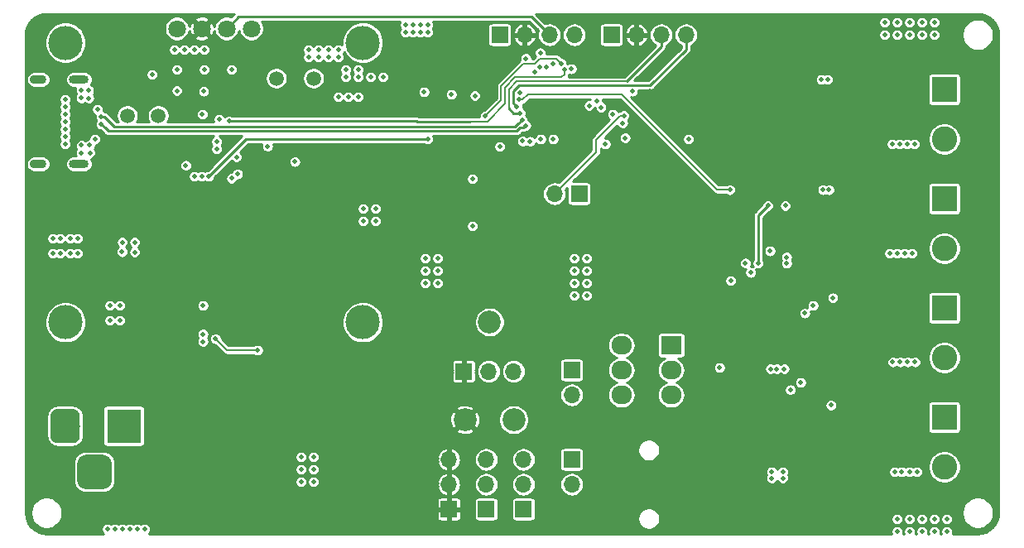
<source format=gbr>
G04 #@! TF.GenerationSoftware,KiCad,Pcbnew,(5.1.0-rc2-41-g6b3e9b0ed)*
G04 #@! TF.CreationDate,2021-09-28T16:44:10+02:00*
G04 #@! TF.ProjectId,styro_control,73747972-6f5f-4636-9f6e-74726f6c2e6b,rev?*
G04 #@! TF.SameCoordinates,Original*
G04 #@! TF.FileFunction,Copper,L2,Inr*
G04 #@! TF.FilePolarity,Positive*
%FSLAX46Y46*%
G04 Gerber Fmt 4.6, Leading zero omitted, Abs format (unit mm)*
G04 Created by KiCad (PCBNEW (5.1.0-rc2-41-g6b3e9b0ed)) date 2021-09-28 16:44:10*
%MOMM*%
%LPD*%
G04 APERTURE LIST*
%ADD10O,1.700000X0.900000*%
%ADD11O,2.000000X0.900000*%
%ADD12O,2.100000X1.900000*%
%ADD13R,2.100000X1.900000*%
%ADD14O,1.700000X1.700000*%
%ADD15R,1.700000X1.700000*%
%ADD16C,1.500000*%
%ADD17C,1.800000*%
%ADD18C,3.500000*%
%ADD19C,2.600000*%
%ADD20R,2.600000X2.600000*%
%ADD21C,2.340000*%
%ADD22C,0.100000*%
%ADD23C,3.000000*%
%ADD24R,3.500000X3.500000*%
%ADD25C,0.500000*%
%ADD26C,0.254000*%
%ADD27C,0.203200*%
G04 APERTURE END LIST*
D10*
X75992000Y-81790000D03*
X75992000Y-73150000D03*
D11*
X80162000Y-81790000D03*
X80162000Y-73150000D03*
D12*
X135636000Y-105410000D03*
X140716000Y-105410000D03*
X135636000Y-102870000D03*
X140716000Y-102870000D03*
X135636000Y-100330000D03*
D13*
X140716000Y-100330000D03*
D14*
X130556000Y-105410000D03*
D15*
X130556000Y-102870000D03*
D14*
X128778000Y-84836000D03*
D15*
X131318000Y-84836000D03*
D16*
X88265000Y-76835000D03*
D17*
X90170000Y-67945000D03*
X92710000Y-67945000D03*
X97790000Y-67945000D03*
X95250000Y-67945000D03*
D18*
X109180000Y-97985000D03*
X78780000Y-97985000D03*
X78780000Y-69385000D03*
X109180000Y-69385000D03*
D19*
X168656000Y-112776000D03*
D20*
X168656000Y-107696000D03*
D14*
X130556000Y-114554000D03*
D15*
X130556000Y-112014000D03*
D16*
X104140000Y-73025000D03*
X85090000Y-76835000D03*
X100330000Y-73025000D03*
D21*
X119634000Y-107950000D03*
X122134000Y-97950000D03*
X124634000Y-107950000D03*
D14*
X124587000Y-102997000D03*
X122047000Y-102997000D03*
D15*
X119507000Y-102997000D03*
D14*
X121793000Y-112014000D03*
X121793000Y-114554000D03*
D15*
X121793000Y-117094000D03*
D14*
X125603000Y-112014000D03*
X125603000Y-114554000D03*
D15*
X125603000Y-117094000D03*
D14*
X117983000Y-112014000D03*
X117983000Y-114554000D03*
D15*
X117983000Y-117094000D03*
D14*
X142240000Y-68580000D03*
X139700000Y-68580000D03*
X137160000Y-68580000D03*
D15*
X134620000Y-68580000D03*
D14*
X130810000Y-68580000D03*
X128270000Y-68580000D03*
X125730000Y-68580000D03*
D15*
X123190000Y-68580000D03*
D19*
X168656000Y-79248000D03*
D20*
X168656000Y-74168000D03*
D19*
X168656000Y-101600000D03*
D20*
X168656000Y-96520000D03*
D19*
X168656000Y-90424000D03*
D20*
X168656000Y-85344000D03*
D22*
G36*
X82700765Y-111539213D02*
G01*
X82785704Y-111551813D01*
X82868999Y-111572677D01*
X82949848Y-111601605D01*
X83027472Y-111638319D01*
X83101124Y-111682464D01*
X83170094Y-111733616D01*
X83233718Y-111791282D01*
X83291384Y-111854906D01*
X83342536Y-111923876D01*
X83386681Y-111997528D01*
X83423395Y-112075152D01*
X83452323Y-112156001D01*
X83473187Y-112239296D01*
X83485787Y-112324235D01*
X83490000Y-112410000D01*
X83490000Y-114160000D01*
X83485787Y-114245765D01*
X83473187Y-114330704D01*
X83452323Y-114413999D01*
X83423395Y-114494848D01*
X83386681Y-114572472D01*
X83342536Y-114646124D01*
X83291384Y-114715094D01*
X83233718Y-114778718D01*
X83170094Y-114836384D01*
X83101124Y-114887536D01*
X83027472Y-114931681D01*
X82949848Y-114968395D01*
X82868999Y-114997323D01*
X82785704Y-115018187D01*
X82700765Y-115030787D01*
X82615000Y-115035000D01*
X80865000Y-115035000D01*
X80779235Y-115030787D01*
X80694296Y-115018187D01*
X80611001Y-114997323D01*
X80530152Y-114968395D01*
X80452528Y-114931681D01*
X80378876Y-114887536D01*
X80309906Y-114836384D01*
X80246282Y-114778718D01*
X80188616Y-114715094D01*
X80137464Y-114646124D01*
X80093319Y-114572472D01*
X80056605Y-114494848D01*
X80027677Y-114413999D01*
X80006813Y-114330704D01*
X79994213Y-114245765D01*
X79990000Y-114160000D01*
X79990000Y-112410000D01*
X79994213Y-112324235D01*
X80006813Y-112239296D01*
X80027677Y-112156001D01*
X80056605Y-112075152D01*
X80093319Y-111997528D01*
X80137464Y-111923876D01*
X80188616Y-111854906D01*
X80246282Y-111791282D01*
X80309906Y-111733616D01*
X80378876Y-111682464D01*
X80452528Y-111638319D01*
X80530152Y-111601605D01*
X80611001Y-111572677D01*
X80694296Y-111551813D01*
X80779235Y-111539213D01*
X80865000Y-111535000D01*
X82615000Y-111535000D01*
X82700765Y-111539213D01*
X82700765Y-111539213D01*
G37*
D18*
X81740000Y-113285000D03*
D22*
G36*
X79563513Y-106838611D02*
G01*
X79636318Y-106849411D01*
X79707714Y-106867295D01*
X79777013Y-106892090D01*
X79843548Y-106923559D01*
X79906678Y-106961398D01*
X79965795Y-107005242D01*
X80020330Y-107054670D01*
X80069758Y-107109205D01*
X80113602Y-107168322D01*
X80151441Y-107231452D01*
X80182910Y-107297987D01*
X80207705Y-107367286D01*
X80225589Y-107438682D01*
X80236389Y-107511487D01*
X80240000Y-107585000D01*
X80240000Y-109585000D01*
X80236389Y-109658513D01*
X80225589Y-109731318D01*
X80207705Y-109802714D01*
X80182910Y-109872013D01*
X80151441Y-109938548D01*
X80113602Y-110001678D01*
X80069758Y-110060795D01*
X80020330Y-110115330D01*
X79965795Y-110164758D01*
X79906678Y-110208602D01*
X79843548Y-110246441D01*
X79777013Y-110277910D01*
X79707714Y-110302705D01*
X79636318Y-110320589D01*
X79563513Y-110331389D01*
X79490000Y-110335000D01*
X77990000Y-110335000D01*
X77916487Y-110331389D01*
X77843682Y-110320589D01*
X77772286Y-110302705D01*
X77702987Y-110277910D01*
X77636452Y-110246441D01*
X77573322Y-110208602D01*
X77514205Y-110164758D01*
X77459670Y-110115330D01*
X77410242Y-110060795D01*
X77366398Y-110001678D01*
X77328559Y-109938548D01*
X77297090Y-109872013D01*
X77272295Y-109802714D01*
X77254411Y-109731318D01*
X77243611Y-109658513D01*
X77240000Y-109585000D01*
X77240000Y-107585000D01*
X77243611Y-107511487D01*
X77254411Y-107438682D01*
X77272295Y-107367286D01*
X77297090Y-107297987D01*
X77328559Y-107231452D01*
X77366398Y-107168322D01*
X77410242Y-107109205D01*
X77459670Y-107054670D01*
X77514205Y-107005242D01*
X77573322Y-106961398D01*
X77636452Y-106923559D01*
X77702987Y-106892090D01*
X77772286Y-106867295D01*
X77843682Y-106849411D01*
X77916487Y-106838611D01*
X77990000Y-106835000D01*
X79490000Y-106835000D01*
X79563513Y-106838611D01*
X79563513Y-106838611D01*
G37*
D23*
X78740000Y-108585000D03*
D24*
X84740000Y-108585000D03*
D25*
X78740000Y-77470000D03*
X108712000Y-72898000D03*
X107442000Y-72898000D03*
X81155540Y-75062080D03*
X81246980Y-79849980D03*
X80380840Y-75046840D03*
X80411320Y-79867760D03*
X106680000Y-70104000D03*
X105664000Y-70104000D03*
X104648000Y-70104000D03*
X103632000Y-70104000D03*
X106680000Y-70866000D03*
X105664000Y-70866000D03*
X104648000Y-70866000D03*
X103632000Y-70866000D03*
X107442000Y-72136000D03*
X108712000Y-72136000D03*
X107696000Y-74930000D03*
X108712000Y-74930000D03*
X106680000Y-74930000D03*
X92964000Y-70104000D03*
X91948000Y-70104000D03*
X90932000Y-70104000D03*
X89916000Y-70104000D03*
X78740000Y-79756000D03*
X78740000Y-78994000D03*
X78740000Y-78232000D03*
X78740000Y-76708000D03*
X78740000Y-75946000D03*
X78740000Y-75184000D03*
X92905000Y-74363000D03*
X152527000Y-91313000D03*
X152527000Y-91948000D03*
X104140000Y-114300000D03*
X104140000Y-113030000D03*
X104140000Y-111760000D03*
X102870000Y-111760000D03*
X102870000Y-113030000D03*
X102870000Y-114300000D03*
X77470000Y-90932000D03*
X78232000Y-90932000D03*
X79248000Y-90932000D03*
X80010000Y-90932000D03*
X80010000Y-89408000D03*
X79248000Y-89408000D03*
X78232000Y-89408000D03*
X77470000Y-89408000D03*
X81280000Y-80645000D03*
X81135220Y-74261980D03*
X152146000Y-113919000D03*
X152146000Y-113284000D03*
X151003000Y-113284000D03*
X151003000Y-113919000D03*
X152273000Y-102743000D03*
X150876000Y-102743000D03*
X151511000Y-102743000D03*
X145669000Y-102616000D03*
X94234000Y-79502000D03*
X94234000Y-80264000D03*
X87630000Y-72644000D03*
X95758000Y-72136000D03*
X92964000Y-72136000D03*
X90170000Y-72136000D03*
X80391000Y-74261980D03*
X80391000Y-80645000D03*
X128651000Y-79248000D03*
X148856314Y-92895906D03*
X113538000Y-67564000D03*
X114300000Y-67564000D03*
X115062000Y-67564000D03*
X115824000Y-67564000D03*
X113538000Y-68326000D03*
X114300000Y-68326000D03*
X115062000Y-68326000D03*
X115824000Y-68326000D03*
X152400000Y-86050798D03*
X150825200Y-90683795D03*
X130511758Y-72055258D03*
X83058000Y-119126000D03*
X83820000Y-119126000D03*
X84582000Y-119126000D03*
X85344000Y-119126000D03*
X86106000Y-119126000D03*
X86868000Y-119126000D03*
X168910000Y-118110000D03*
X166370000Y-118110000D03*
X165100000Y-118110000D03*
X167640000Y-118110000D03*
X163830000Y-118110000D03*
X163830000Y-119380000D03*
X165100000Y-119380000D03*
X166370000Y-119380000D03*
X167640000Y-119380000D03*
X168910000Y-119380000D03*
X130810000Y-95250000D03*
X130810000Y-93980000D03*
X130810000Y-92710000D03*
X130810000Y-91440000D03*
X132080000Y-91440000D03*
X132080000Y-92710000D03*
X132080000Y-93980000D03*
X132080000Y-95250000D03*
X109220000Y-87630000D03*
X110490000Y-87630000D03*
X110490000Y-86360000D03*
X109220000Y-86360000D03*
X115570000Y-93980000D03*
X115570000Y-91440000D03*
X116840000Y-91440000D03*
X115570000Y-92710000D03*
X116840000Y-92710000D03*
X116840000Y-93980000D03*
X165100000Y-67310000D03*
X166370000Y-67310000D03*
X167640000Y-67310000D03*
X167640000Y-68580000D03*
X166370000Y-68580000D03*
X165100000Y-68580000D03*
X163830000Y-68580000D03*
X163830000Y-67310000D03*
X162560000Y-67310000D03*
X162560000Y-68580000D03*
X92774400Y-76708000D03*
X90170000Y-74304000D03*
X99441000Y-79984500D03*
X165608000Y-79756000D03*
X164846000Y-79756000D03*
X165354000Y-90932000D03*
X164592000Y-90932000D03*
X165668500Y-102047500D03*
X164906500Y-102047500D03*
X165862000Y-113284000D03*
X165100000Y-113284000D03*
X120650000Y-74803000D03*
X118237000Y-74676000D03*
X115443000Y-74422000D03*
X111252000Y-72898000D03*
X109982000Y-72898000D03*
X85852000Y-90805000D03*
X85852000Y-89789000D03*
X84582000Y-89789000D03*
X84328000Y-97790000D03*
X84328000Y-96266000D03*
X83312000Y-96266000D03*
X83312000Y-97790000D03*
X92837000Y-99187000D03*
X92837000Y-99949000D03*
X92837000Y-96266000D03*
X156237500Y-84427500D03*
X156083000Y-73152000D03*
X157253500Y-95476500D03*
X157065000Y-106460000D03*
X156872500Y-84427500D03*
X156718000Y-73152000D03*
X163576000Y-113284000D03*
X164277500Y-113284000D03*
X84556000Y-90779000D03*
X163382500Y-102047500D03*
X164144500Y-102047500D03*
X163068000Y-90932000D03*
X163830000Y-90932000D03*
X163322000Y-79756000D03*
X164084000Y-79756000D03*
X152915815Y-104888039D03*
X153970800Y-104140000D03*
X154385200Y-97054141D03*
X155240800Y-96266000D03*
X145542000Y-94742000D03*
X137668000Y-85852000D03*
X138684000Y-76835000D03*
X102743000Y-95123000D03*
X103505000Y-94234000D03*
X102743000Y-94234000D03*
X104267000Y-107569000D03*
X104267000Y-105664000D03*
X102870000Y-105664000D03*
X102870000Y-107569000D03*
X104267000Y-94234000D03*
X97536000Y-99314000D03*
X148590000Y-93599000D03*
X138568000Y-71952000D03*
X138568000Y-74352000D03*
X138568000Y-79178000D03*
X122682000Y-82042000D03*
X154432000Y-85852000D03*
X150622000Y-96647000D03*
X129920743Y-79209573D03*
X131064000Y-72785189D03*
X82042000Y-76200000D03*
X81788000Y-79248000D03*
X96380000Y-82817000D03*
X96266000Y-81080900D03*
X95758000Y-83260357D03*
X94488000Y-77216000D03*
X120396000Y-83312000D03*
X125523275Y-79456562D03*
X127997905Y-71841298D03*
X120396000Y-88138000D03*
X126275479Y-79488964D03*
X128636928Y-71547800D03*
X125466934Y-77265901D03*
X82423000Y-76962000D03*
X125857000Y-77851000D03*
X82423000Y-77724000D03*
X92710000Y-83058000D03*
X127332651Y-70436651D03*
X134747000Y-76708000D03*
X91948000Y-83058000D03*
X149606000Y-91948000D03*
X150622000Y-86050798D03*
X135763000Y-77597000D03*
X125857000Y-70993000D03*
X124943032Y-75916594D03*
X125281301Y-76587644D03*
X132334000Y-75819000D03*
X123190000Y-80010000D03*
X91083750Y-81939750D03*
X129479519Y-71507037D03*
X121692067Y-76913327D03*
X115824000Y-79248000D03*
X93413203Y-83058000D03*
X95504000Y-77397800D03*
X136017000Y-79121000D03*
X129794000Y-72136000D03*
X98425000Y-100838000D03*
X94107000Y-99662000D03*
X102235000Y-81559500D03*
X125268211Y-74491301D03*
X133985000Y-79756000D03*
X125179755Y-75223372D03*
X146723500Y-84427500D03*
X135890000Y-76835000D03*
X146812000Y-93726000D03*
X127254000Y-71882000D03*
X148314599Y-91926599D03*
X126746000Y-72378779D03*
X136768000Y-74352000D03*
X133094400Y-75316599D03*
X133549161Y-75998197D03*
X127381000Y-79248000D03*
X142494000Y-79248000D03*
D26*
X125466934Y-77265901D02*
X125089046Y-77643789D01*
X82776553Y-76962000D02*
X83792553Y-77978000D01*
X82423000Y-76962000D02*
X82776553Y-76962000D01*
X124754835Y-77978000D02*
X125089046Y-77643789D01*
X83792553Y-77978000D02*
X124754835Y-77978000D01*
X82799999Y-78100999D02*
X82423000Y-77724000D01*
X125857000Y-77851000D02*
X125607001Y-78100999D01*
X124944217Y-78435210D02*
X83134210Y-78435210D01*
X83134210Y-78435210D02*
X82799999Y-78100999D01*
X125278428Y-78100999D02*
X124944217Y-78435210D01*
X125607001Y-78100999D02*
X125278428Y-78100999D01*
X149606000Y-91948000D02*
X149606000Y-91694000D01*
X149606000Y-87066798D02*
X150622000Y-86050798D01*
X149606000Y-91694000D02*
X149606000Y-87066798D01*
X127420001Y-67730001D02*
X128270000Y-68580000D01*
X126404799Y-66714799D02*
X127420001Y-67730001D01*
X96480201Y-66714799D02*
X126404799Y-66714799D01*
X95250000Y-67945000D02*
X96480201Y-66714799D01*
X138572201Y-73771799D02*
X142240000Y-70104000D01*
X125129015Y-73771799D02*
X138572201Y-73771799D01*
X124587000Y-74313814D02*
X125129015Y-73771799D01*
X142240000Y-70104000D02*
X142240000Y-68580000D01*
X124587000Y-75560562D02*
X124587000Y-74313814D01*
X124943032Y-75916594D02*
X124587000Y-75560562D01*
X139700000Y-69782081D02*
X139700000Y-68580000D01*
X136167492Y-73314589D02*
X139700000Y-69782081D01*
X125281301Y-76587644D02*
X124593644Y-76587644D01*
X124593644Y-76587644D02*
X124129790Y-76123790D01*
D27*
X124155190Y-74134953D02*
X124950154Y-73339989D01*
X124155190Y-76098390D02*
X124155190Y-74134953D01*
X124129790Y-76123790D02*
X124155190Y-76098390D01*
X136142092Y-73339989D02*
X136167492Y-73314589D01*
X124950154Y-73339989D02*
X136142092Y-73339989D01*
X128965481Y-70992999D02*
X129229520Y-71257038D01*
X127321895Y-70992999D02*
X128965481Y-70992999D01*
X126767093Y-71547801D02*
X127321895Y-70992999D01*
X129229520Y-71257038D02*
X129479519Y-71507037D01*
X125592842Y-71547801D02*
X126767093Y-71547801D01*
X124562671Y-72577972D02*
X125592842Y-71547801D01*
X121692067Y-76913327D02*
X123342371Y-75263023D01*
X123342372Y-73798271D02*
X124562671Y-72577972D01*
X123342371Y-75263023D02*
X123342372Y-73798271D01*
D26*
X115824000Y-79248000D02*
X98679000Y-79248000D01*
X93430202Y-83058000D02*
X93413203Y-83058000D01*
X97240202Y-79248000D02*
X93430202Y-83058000D01*
X98679000Y-79248000D02*
X97240202Y-79248000D01*
X95504000Y-77397800D02*
X114685010Y-77397800D01*
X114685010Y-77397800D02*
X114757210Y-77470000D01*
X114757210Y-77470000D02*
X120137630Y-77470000D01*
D27*
X129504421Y-72933579D02*
X129794000Y-72644000D01*
X124781814Y-72933579D02*
X129504421Y-72933579D01*
X123748781Y-73966612D02*
X124781814Y-72933579D01*
X120137630Y-77470000D02*
X121920000Y-77470000D01*
X123748780Y-75641220D02*
X123748781Y-73966612D01*
X121920000Y-77470000D02*
X123748780Y-75641220D01*
X129794000Y-72136000D02*
X129794000Y-72644000D01*
X95283000Y-100838000D02*
X94107000Y-99662000D01*
X98425000Y-100838000D02*
X95283000Y-100838000D01*
X126080680Y-74676000D02*
X125533308Y-75223372D01*
X135652078Y-74676000D02*
X126080680Y-74676000D01*
X125533308Y-75223372D02*
X125179755Y-75223372D01*
X145403578Y-84427500D02*
X135652078Y-74676000D01*
X146723500Y-84427500D02*
X145403578Y-84427500D01*
X135890000Y-76835000D02*
X135536447Y-76835000D01*
X135536447Y-76835000D02*
X133048644Y-79322803D01*
X133048644Y-80565356D02*
X128778000Y-84836000D01*
X133048644Y-79322803D02*
X133048644Y-80565356D01*
D26*
G36*
X95722435Y-66754145D02*
G01*
X95623654Y-66713228D01*
X95376167Y-66664000D01*
X95123833Y-66664000D01*
X94876346Y-66713228D01*
X94643219Y-66809793D01*
X94433410Y-66949982D01*
X94254982Y-67128410D01*
X94114793Y-67338219D01*
X94018228Y-67571346D01*
X93979021Y-67768452D01*
X93955280Y-67619184D01*
X93867788Y-67382502D01*
X93820933Y-67294840D01*
X93637839Y-67196766D01*
X92889605Y-67945000D01*
X93637839Y-68693234D01*
X93820933Y-68595160D01*
X93926427Y-68365935D01*
X93981703Y-68135032D01*
X94018228Y-68318654D01*
X94114793Y-68551781D01*
X94254982Y-68761590D01*
X94433410Y-68940018D01*
X94643219Y-69080207D01*
X94876346Y-69176772D01*
X95123833Y-69226000D01*
X95376167Y-69226000D01*
X95623654Y-69176772D01*
X95856781Y-69080207D01*
X96066590Y-68940018D01*
X96245018Y-68761590D01*
X96385207Y-68551781D01*
X96481772Y-68318654D01*
X96520000Y-68126468D01*
X96558228Y-68318654D01*
X96654793Y-68551781D01*
X96794982Y-68761590D01*
X96973410Y-68940018D01*
X97183219Y-69080207D01*
X97416346Y-69176772D01*
X97663833Y-69226000D01*
X97916167Y-69226000D01*
X98163654Y-69176772D01*
X98396781Y-69080207D01*
X98606590Y-68940018D01*
X98785018Y-68761590D01*
X98925207Y-68551781D01*
X99021772Y-68318654D01*
X99071000Y-68071167D01*
X99071000Y-67818833D01*
X99021772Y-67571346D01*
X98925207Y-67338219D01*
X98848086Y-67222799D01*
X113007086Y-67222799D01*
X112978815Y-67265109D01*
X112931249Y-67379944D01*
X112907000Y-67501852D01*
X112907000Y-67626148D01*
X112931249Y-67748056D01*
X112978815Y-67862891D01*
X113033679Y-67945000D01*
X112978815Y-68027109D01*
X112931249Y-68141944D01*
X112907000Y-68263852D01*
X112907000Y-68388148D01*
X112931249Y-68510056D01*
X112978815Y-68624891D01*
X113047870Y-68728239D01*
X113135761Y-68816130D01*
X113239109Y-68885185D01*
X113353944Y-68932751D01*
X113475852Y-68957000D01*
X113600148Y-68957000D01*
X113722056Y-68932751D01*
X113836891Y-68885185D01*
X113919000Y-68830321D01*
X114001109Y-68885185D01*
X114115944Y-68932751D01*
X114237852Y-68957000D01*
X114362148Y-68957000D01*
X114484056Y-68932751D01*
X114598891Y-68885185D01*
X114681000Y-68830321D01*
X114763109Y-68885185D01*
X114877944Y-68932751D01*
X114999852Y-68957000D01*
X115124148Y-68957000D01*
X115246056Y-68932751D01*
X115360891Y-68885185D01*
X115443000Y-68830321D01*
X115525109Y-68885185D01*
X115639944Y-68932751D01*
X115761852Y-68957000D01*
X115886148Y-68957000D01*
X116008056Y-68932751D01*
X116122891Y-68885185D01*
X116226239Y-68816130D01*
X116314130Y-68728239D01*
X116383185Y-68624891D01*
X116430751Y-68510056D01*
X116455000Y-68388148D01*
X116455000Y-68263852D01*
X116430751Y-68141944D01*
X116383185Y-68027109D01*
X116328321Y-67945000D01*
X116383185Y-67862891D01*
X116430751Y-67748056D01*
X116434342Y-67730000D01*
X121957157Y-67730000D01*
X121957157Y-69430000D01*
X121964513Y-69504689D01*
X121986299Y-69576508D01*
X122021678Y-69642696D01*
X122069289Y-69700711D01*
X122127304Y-69748322D01*
X122193492Y-69783701D01*
X122265311Y-69805487D01*
X122340000Y-69812843D01*
X124040000Y-69812843D01*
X124114689Y-69805487D01*
X124186508Y-69783701D01*
X124252696Y-69748322D01*
X124310711Y-69700711D01*
X124358322Y-69642696D01*
X124393701Y-69576508D01*
X124415487Y-69504689D01*
X124422843Y-69430000D01*
X124422843Y-68896981D01*
X124540505Y-68896981D01*
X124625201Y-69122949D01*
X124752353Y-69328052D01*
X124917076Y-69504408D01*
X125113039Y-69645239D01*
X125332712Y-69745134D01*
X125413020Y-69769489D01*
X125603000Y-69708627D01*
X125603000Y-68707000D01*
X125857000Y-68707000D01*
X125857000Y-69708627D01*
X126046980Y-69769489D01*
X126127288Y-69745134D01*
X126346961Y-69645239D01*
X126542924Y-69504408D01*
X126707647Y-69328052D01*
X126834799Y-69122949D01*
X126919495Y-68896981D01*
X126859187Y-68707000D01*
X125857000Y-68707000D01*
X125603000Y-68707000D01*
X124600813Y-68707000D01*
X124540505Y-68896981D01*
X124422843Y-68896981D01*
X124422843Y-68263019D01*
X124540505Y-68263019D01*
X124600813Y-68453000D01*
X125603000Y-68453000D01*
X125603000Y-67451373D01*
X125857000Y-67451373D01*
X125857000Y-68453000D01*
X126859187Y-68453000D01*
X126919495Y-68263019D01*
X126834799Y-68037051D01*
X126707647Y-67831948D01*
X126542924Y-67655592D01*
X126346961Y-67514761D01*
X126127288Y-67414866D01*
X126046980Y-67390511D01*
X125857000Y-67451373D01*
X125603000Y-67451373D01*
X125413020Y-67390511D01*
X125332712Y-67414866D01*
X125113039Y-67514761D01*
X124917076Y-67655592D01*
X124752353Y-67831948D01*
X124625201Y-68037051D01*
X124540505Y-68263019D01*
X124422843Y-68263019D01*
X124422843Y-67730000D01*
X124415487Y-67655311D01*
X124393701Y-67583492D01*
X124358322Y-67517304D01*
X124310711Y-67459289D01*
X124252696Y-67411678D01*
X124186508Y-67376299D01*
X124114689Y-67354513D01*
X124040000Y-67347157D01*
X122340000Y-67347157D01*
X122265311Y-67354513D01*
X122193492Y-67376299D01*
X122127304Y-67411678D01*
X122069289Y-67459289D01*
X122021678Y-67517304D01*
X121986299Y-67583492D01*
X121964513Y-67655311D01*
X121957157Y-67730000D01*
X116434342Y-67730000D01*
X116455000Y-67626148D01*
X116455000Y-67501852D01*
X116430751Y-67379944D01*
X116383185Y-67265109D01*
X116354914Y-67222799D01*
X126194379Y-67222799D01*
X127078430Y-68106851D01*
X127078435Y-68106855D01*
X127115801Y-68144221D01*
X127056812Y-68338682D01*
X127033044Y-68580000D01*
X127056812Y-68821318D01*
X127127202Y-69053363D01*
X127241509Y-69267216D01*
X127395340Y-69454660D01*
X127582784Y-69608491D01*
X127796637Y-69722798D01*
X128028682Y-69793188D01*
X128209528Y-69811000D01*
X128330472Y-69811000D01*
X128511318Y-69793188D01*
X128743363Y-69722798D01*
X128957216Y-69608491D01*
X129144660Y-69454660D01*
X129298491Y-69267216D01*
X129412798Y-69053363D01*
X129483188Y-68821318D01*
X129506956Y-68580000D01*
X129573044Y-68580000D01*
X129596812Y-68821318D01*
X129667202Y-69053363D01*
X129781509Y-69267216D01*
X129935340Y-69454660D01*
X130122784Y-69608491D01*
X130336637Y-69722798D01*
X130568682Y-69793188D01*
X130749528Y-69811000D01*
X130870472Y-69811000D01*
X131051318Y-69793188D01*
X131283363Y-69722798D01*
X131497216Y-69608491D01*
X131684660Y-69454660D01*
X131838491Y-69267216D01*
X131952798Y-69053363D01*
X132023188Y-68821318D01*
X132046956Y-68580000D01*
X132023188Y-68338682D01*
X131952798Y-68106637D01*
X131838491Y-67892784D01*
X131704898Y-67730000D01*
X133387157Y-67730000D01*
X133387157Y-69430000D01*
X133394513Y-69504689D01*
X133416299Y-69576508D01*
X133451678Y-69642696D01*
X133499289Y-69700711D01*
X133557304Y-69748322D01*
X133623492Y-69783701D01*
X133695311Y-69805487D01*
X133770000Y-69812843D01*
X135470000Y-69812843D01*
X135544689Y-69805487D01*
X135616508Y-69783701D01*
X135682696Y-69748322D01*
X135740711Y-69700711D01*
X135788322Y-69642696D01*
X135823701Y-69576508D01*
X135845487Y-69504689D01*
X135852843Y-69430000D01*
X135852843Y-68896981D01*
X135970505Y-68896981D01*
X136055201Y-69122949D01*
X136182353Y-69328052D01*
X136347076Y-69504408D01*
X136543039Y-69645239D01*
X136762712Y-69745134D01*
X136843020Y-69769489D01*
X137033000Y-69708627D01*
X137033000Y-68707000D01*
X137287000Y-68707000D01*
X137287000Y-69708627D01*
X137476980Y-69769489D01*
X137557288Y-69745134D01*
X137776961Y-69645239D01*
X137972924Y-69504408D01*
X138137647Y-69328052D01*
X138264799Y-69122949D01*
X138349495Y-68896981D01*
X138289187Y-68707000D01*
X137287000Y-68707000D01*
X137033000Y-68707000D01*
X136030813Y-68707000D01*
X135970505Y-68896981D01*
X135852843Y-68896981D01*
X135852843Y-68263019D01*
X135970505Y-68263019D01*
X136030813Y-68453000D01*
X137033000Y-68453000D01*
X137033000Y-67451373D01*
X137287000Y-67451373D01*
X137287000Y-68453000D01*
X138289187Y-68453000D01*
X138349495Y-68263019D01*
X138264799Y-68037051D01*
X138137647Y-67831948D01*
X137972924Y-67655592D01*
X137776961Y-67514761D01*
X137557288Y-67414866D01*
X137476980Y-67390511D01*
X137287000Y-67451373D01*
X137033000Y-67451373D01*
X136843020Y-67390511D01*
X136762712Y-67414866D01*
X136543039Y-67514761D01*
X136347076Y-67655592D01*
X136182353Y-67831948D01*
X136055201Y-68037051D01*
X135970505Y-68263019D01*
X135852843Y-68263019D01*
X135852843Y-67730000D01*
X135845487Y-67655311D01*
X135823701Y-67583492D01*
X135788322Y-67517304D01*
X135740711Y-67459289D01*
X135682696Y-67411678D01*
X135616508Y-67376299D01*
X135544689Y-67354513D01*
X135470000Y-67347157D01*
X133770000Y-67347157D01*
X133695311Y-67354513D01*
X133623492Y-67376299D01*
X133557304Y-67411678D01*
X133499289Y-67459289D01*
X133451678Y-67517304D01*
X133416299Y-67583492D01*
X133394513Y-67655311D01*
X133387157Y-67730000D01*
X131704898Y-67730000D01*
X131684660Y-67705340D01*
X131497216Y-67551509D01*
X131283363Y-67437202D01*
X131051318Y-67366812D01*
X130870472Y-67349000D01*
X130749528Y-67349000D01*
X130568682Y-67366812D01*
X130336637Y-67437202D01*
X130122784Y-67551509D01*
X129935340Y-67705340D01*
X129781509Y-67892784D01*
X129667202Y-68106637D01*
X129596812Y-68338682D01*
X129573044Y-68580000D01*
X129506956Y-68580000D01*
X129483188Y-68338682D01*
X129412798Y-68106637D01*
X129298491Y-67892784D01*
X129144660Y-67705340D01*
X128957216Y-67551509D01*
X128743363Y-67437202D01*
X128511318Y-67366812D01*
X128330472Y-67349000D01*
X128209528Y-67349000D01*
X128028682Y-67366812D01*
X127834221Y-67425801D01*
X127796855Y-67388435D01*
X127796851Y-67388430D01*
X127656273Y-67247852D01*
X161929000Y-67247852D01*
X161929000Y-67372148D01*
X161953249Y-67494056D01*
X162000815Y-67608891D01*
X162069870Y-67712239D01*
X162157761Y-67800130D01*
X162261109Y-67869185D01*
X162375944Y-67916751D01*
X162497852Y-67941000D01*
X162622148Y-67941000D01*
X162744056Y-67916751D01*
X162858891Y-67869185D01*
X162962239Y-67800130D01*
X163050130Y-67712239D01*
X163119185Y-67608891D01*
X163166751Y-67494056D01*
X163191000Y-67372148D01*
X163191000Y-67247852D01*
X163199000Y-67247852D01*
X163199000Y-67372148D01*
X163223249Y-67494056D01*
X163270815Y-67608891D01*
X163339870Y-67712239D01*
X163427761Y-67800130D01*
X163531109Y-67869185D01*
X163645944Y-67916751D01*
X163767852Y-67941000D01*
X163892148Y-67941000D01*
X164014056Y-67916751D01*
X164128891Y-67869185D01*
X164232239Y-67800130D01*
X164320130Y-67712239D01*
X164389185Y-67608891D01*
X164436751Y-67494056D01*
X164461000Y-67372148D01*
X164461000Y-67247852D01*
X164469000Y-67247852D01*
X164469000Y-67372148D01*
X164493249Y-67494056D01*
X164540815Y-67608891D01*
X164609870Y-67712239D01*
X164697761Y-67800130D01*
X164801109Y-67869185D01*
X164915944Y-67916751D01*
X165037852Y-67941000D01*
X165162148Y-67941000D01*
X165284056Y-67916751D01*
X165398891Y-67869185D01*
X165502239Y-67800130D01*
X165590130Y-67712239D01*
X165659185Y-67608891D01*
X165706751Y-67494056D01*
X165731000Y-67372148D01*
X165731000Y-67247852D01*
X165739000Y-67247852D01*
X165739000Y-67372148D01*
X165763249Y-67494056D01*
X165810815Y-67608891D01*
X165879870Y-67712239D01*
X165967761Y-67800130D01*
X166071109Y-67869185D01*
X166185944Y-67916751D01*
X166307852Y-67941000D01*
X166432148Y-67941000D01*
X166554056Y-67916751D01*
X166668891Y-67869185D01*
X166772239Y-67800130D01*
X166860130Y-67712239D01*
X166929185Y-67608891D01*
X166976751Y-67494056D01*
X167001000Y-67372148D01*
X167001000Y-67247852D01*
X167009000Y-67247852D01*
X167009000Y-67372148D01*
X167033249Y-67494056D01*
X167080815Y-67608891D01*
X167149870Y-67712239D01*
X167237761Y-67800130D01*
X167341109Y-67869185D01*
X167455944Y-67916751D01*
X167577852Y-67941000D01*
X167702148Y-67941000D01*
X167824056Y-67916751D01*
X167938891Y-67869185D01*
X168042239Y-67800130D01*
X168130130Y-67712239D01*
X168199185Y-67608891D01*
X168246751Y-67494056D01*
X168271000Y-67372148D01*
X168271000Y-67247852D01*
X168246751Y-67125944D01*
X168199185Y-67011109D01*
X168130130Y-66907761D01*
X168042239Y-66819870D01*
X167938891Y-66750815D01*
X167824056Y-66703249D01*
X167702148Y-66679000D01*
X167577852Y-66679000D01*
X167455944Y-66703249D01*
X167341109Y-66750815D01*
X167237761Y-66819870D01*
X167149870Y-66907761D01*
X167080815Y-67011109D01*
X167033249Y-67125944D01*
X167009000Y-67247852D01*
X167001000Y-67247852D01*
X166976751Y-67125944D01*
X166929185Y-67011109D01*
X166860130Y-66907761D01*
X166772239Y-66819870D01*
X166668891Y-66750815D01*
X166554056Y-66703249D01*
X166432148Y-66679000D01*
X166307852Y-66679000D01*
X166185944Y-66703249D01*
X166071109Y-66750815D01*
X165967761Y-66819870D01*
X165879870Y-66907761D01*
X165810815Y-67011109D01*
X165763249Y-67125944D01*
X165739000Y-67247852D01*
X165731000Y-67247852D01*
X165706751Y-67125944D01*
X165659185Y-67011109D01*
X165590130Y-66907761D01*
X165502239Y-66819870D01*
X165398891Y-66750815D01*
X165284056Y-66703249D01*
X165162148Y-66679000D01*
X165037852Y-66679000D01*
X164915944Y-66703249D01*
X164801109Y-66750815D01*
X164697761Y-66819870D01*
X164609870Y-66907761D01*
X164540815Y-67011109D01*
X164493249Y-67125944D01*
X164469000Y-67247852D01*
X164461000Y-67247852D01*
X164436751Y-67125944D01*
X164389185Y-67011109D01*
X164320130Y-66907761D01*
X164232239Y-66819870D01*
X164128891Y-66750815D01*
X164014056Y-66703249D01*
X163892148Y-66679000D01*
X163767852Y-66679000D01*
X163645944Y-66703249D01*
X163531109Y-66750815D01*
X163427761Y-66819870D01*
X163339870Y-66907761D01*
X163270815Y-67011109D01*
X163223249Y-67125944D01*
X163199000Y-67247852D01*
X163191000Y-67247852D01*
X163166751Y-67125944D01*
X163119185Y-67011109D01*
X163050130Y-66907761D01*
X162962239Y-66819870D01*
X162858891Y-66750815D01*
X162744056Y-66703249D01*
X162622148Y-66679000D01*
X162497852Y-66679000D01*
X162375944Y-66703249D01*
X162261109Y-66750815D01*
X162157761Y-66819870D01*
X162069870Y-66907761D01*
X162000815Y-67011109D01*
X161953249Y-67125944D01*
X161929000Y-67247852D01*
X127656273Y-67247852D01*
X126854420Y-66446000D01*
X172065146Y-66446000D01*
X172499115Y-66488551D01*
X172897462Y-66608819D01*
X173264864Y-66804170D01*
X173587317Y-67067157D01*
X173852553Y-67387773D01*
X174050460Y-67753795D01*
X174173506Y-68151291D01*
X174219001Y-68584146D01*
X174219000Y-117455146D01*
X174176449Y-117889115D01*
X174056181Y-118287464D01*
X173860831Y-118654862D01*
X173597845Y-118977315D01*
X173277226Y-119242554D01*
X172911204Y-119440461D01*
X172513708Y-119563506D01*
X172080863Y-119609000D01*
X169498135Y-119609000D01*
X169516751Y-119564056D01*
X169541000Y-119442148D01*
X169541000Y-119317852D01*
X169516751Y-119195944D01*
X169469185Y-119081109D01*
X169400130Y-118977761D01*
X169312239Y-118889870D01*
X169208891Y-118820815D01*
X169094056Y-118773249D01*
X168972148Y-118749000D01*
X168847852Y-118749000D01*
X168725944Y-118773249D01*
X168611109Y-118820815D01*
X168507761Y-118889870D01*
X168419870Y-118977761D01*
X168350815Y-119081109D01*
X168303249Y-119195944D01*
X168279000Y-119317852D01*
X168279000Y-119442148D01*
X168303249Y-119564056D01*
X168321865Y-119609000D01*
X168228135Y-119609000D01*
X168246751Y-119564056D01*
X168271000Y-119442148D01*
X168271000Y-119317852D01*
X168246751Y-119195944D01*
X168199185Y-119081109D01*
X168130130Y-118977761D01*
X168042239Y-118889870D01*
X167938891Y-118820815D01*
X167824056Y-118773249D01*
X167702148Y-118749000D01*
X167577852Y-118749000D01*
X167455944Y-118773249D01*
X167341109Y-118820815D01*
X167237761Y-118889870D01*
X167149870Y-118977761D01*
X167080815Y-119081109D01*
X167033249Y-119195944D01*
X167009000Y-119317852D01*
X167009000Y-119442148D01*
X167033249Y-119564056D01*
X167051865Y-119609000D01*
X166958135Y-119609000D01*
X166976751Y-119564056D01*
X167001000Y-119442148D01*
X167001000Y-119317852D01*
X166976751Y-119195944D01*
X166929185Y-119081109D01*
X166860130Y-118977761D01*
X166772239Y-118889870D01*
X166668891Y-118820815D01*
X166554056Y-118773249D01*
X166432148Y-118749000D01*
X166307852Y-118749000D01*
X166185944Y-118773249D01*
X166071109Y-118820815D01*
X165967761Y-118889870D01*
X165879870Y-118977761D01*
X165810815Y-119081109D01*
X165763249Y-119195944D01*
X165739000Y-119317852D01*
X165739000Y-119442148D01*
X165763249Y-119564056D01*
X165781865Y-119609000D01*
X165688135Y-119609000D01*
X165706751Y-119564056D01*
X165731000Y-119442148D01*
X165731000Y-119317852D01*
X165706751Y-119195944D01*
X165659185Y-119081109D01*
X165590130Y-118977761D01*
X165502239Y-118889870D01*
X165398891Y-118820815D01*
X165284056Y-118773249D01*
X165162148Y-118749000D01*
X165037852Y-118749000D01*
X164915944Y-118773249D01*
X164801109Y-118820815D01*
X164697761Y-118889870D01*
X164609870Y-118977761D01*
X164540815Y-119081109D01*
X164493249Y-119195944D01*
X164469000Y-119317852D01*
X164469000Y-119442148D01*
X164493249Y-119564056D01*
X164511865Y-119609000D01*
X164418135Y-119609000D01*
X164436751Y-119564056D01*
X164461000Y-119442148D01*
X164461000Y-119317852D01*
X164436751Y-119195944D01*
X164389185Y-119081109D01*
X164320130Y-118977761D01*
X164232239Y-118889870D01*
X164128891Y-118820815D01*
X164014056Y-118773249D01*
X163892148Y-118749000D01*
X163767852Y-118749000D01*
X163645944Y-118773249D01*
X163531109Y-118820815D01*
X163427761Y-118889870D01*
X163339870Y-118977761D01*
X163270815Y-119081109D01*
X163223249Y-119195944D01*
X163199000Y-119317852D01*
X163199000Y-119442148D01*
X163223249Y-119564056D01*
X163241865Y-119609000D01*
X87277369Y-119609000D01*
X87358130Y-119528239D01*
X87427185Y-119424891D01*
X87474751Y-119310056D01*
X87499000Y-119188148D01*
X87499000Y-119063852D01*
X87474751Y-118941944D01*
X87427185Y-118827109D01*
X87358130Y-118723761D01*
X87270239Y-118635870D01*
X87166891Y-118566815D01*
X87052056Y-118519249D01*
X86930148Y-118495000D01*
X86805852Y-118495000D01*
X86683944Y-118519249D01*
X86569109Y-118566815D01*
X86487000Y-118621679D01*
X86404891Y-118566815D01*
X86290056Y-118519249D01*
X86168148Y-118495000D01*
X86043852Y-118495000D01*
X85921944Y-118519249D01*
X85807109Y-118566815D01*
X85725000Y-118621679D01*
X85642891Y-118566815D01*
X85528056Y-118519249D01*
X85406148Y-118495000D01*
X85281852Y-118495000D01*
X85159944Y-118519249D01*
X85045109Y-118566815D01*
X84963000Y-118621679D01*
X84880891Y-118566815D01*
X84766056Y-118519249D01*
X84644148Y-118495000D01*
X84519852Y-118495000D01*
X84397944Y-118519249D01*
X84283109Y-118566815D01*
X84201000Y-118621679D01*
X84118891Y-118566815D01*
X84004056Y-118519249D01*
X83882148Y-118495000D01*
X83757852Y-118495000D01*
X83635944Y-118519249D01*
X83521109Y-118566815D01*
X83439000Y-118621679D01*
X83356891Y-118566815D01*
X83242056Y-118519249D01*
X83120148Y-118495000D01*
X82995852Y-118495000D01*
X82873944Y-118519249D01*
X82759109Y-118566815D01*
X82655761Y-118635870D01*
X82567870Y-118723761D01*
X82498815Y-118827109D01*
X82451249Y-118941944D01*
X82427000Y-119063852D01*
X82427000Y-119188148D01*
X82451249Y-119310056D01*
X82498815Y-119424891D01*
X82567870Y-119528239D01*
X82648631Y-119609000D01*
X76854854Y-119609000D01*
X76420885Y-119566449D01*
X76022536Y-119446181D01*
X75655138Y-119250831D01*
X75332685Y-118987845D01*
X75067446Y-118667226D01*
X74869539Y-118301204D01*
X74746494Y-117903708D01*
X74701000Y-117470863D01*
X74701000Y-117314360D01*
X75204000Y-117314360D01*
X75204000Y-117635640D01*
X75266678Y-117950745D01*
X75389626Y-118247568D01*
X75568119Y-118514702D01*
X75795298Y-118741881D01*
X76062432Y-118920374D01*
X76359255Y-119043322D01*
X76674360Y-119106000D01*
X76995640Y-119106000D01*
X77310745Y-119043322D01*
X77607568Y-118920374D01*
X77874702Y-118741881D01*
X78101881Y-118514702D01*
X78280374Y-118247568D01*
X78403322Y-117950745D01*
X78466000Y-117635640D01*
X78466000Y-117316250D01*
X116752000Y-117316250D01*
X116752000Y-117981525D01*
X116766642Y-118055134D01*
X116795362Y-118124471D01*
X116837058Y-118186874D01*
X116890127Y-118239942D01*
X116952529Y-118281638D01*
X117021867Y-118310358D01*
X117095475Y-118325000D01*
X117760750Y-118325000D01*
X117856000Y-118229750D01*
X117856000Y-117221000D01*
X118110000Y-117221000D01*
X118110000Y-118229750D01*
X118205250Y-118325000D01*
X118870525Y-118325000D01*
X118944133Y-118310358D01*
X119013471Y-118281638D01*
X119075873Y-118239942D01*
X119128942Y-118186874D01*
X119170638Y-118124471D01*
X119199358Y-118055134D01*
X119214000Y-117981525D01*
X119214000Y-117316250D01*
X119118750Y-117221000D01*
X118110000Y-117221000D01*
X117856000Y-117221000D01*
X116847250Y-117221000D01*
X116752000Y-117316250D01*
X78466000Y-117316250D01*
X78466000Y-117314360D01*
X78403322Y-116999255D01*
X78280374Y-116702432D01*
X78101881Y-116435298D01*
X77874702Y-116208119D01*
X77872242Y-116206475D01*
X116752000Y-116206475D01*
X116752000Y-116871750D01*
X116847250Y-116967000D01*
X117856000Y-116967000D01*
X117856000Y-115958250D01*
X118110000Y-115958250D01*
X118110000Y-116967000D01*
X119118750Y-116967000D01*
X119214000Y-116871750D01*
X119214000Y-116244000D01*
X120560157Y-116244000D01*
X120560157Y-117944000D01*
X120567513Y-118018689D01*
X120589299Y-118090508D01*
X120624678Y-118156696D01*
X120672289Y-118214711D01*
X120730304Y-118262322D01*
X120796492Y-118297701D01*
X120868311Y-118319487D01*
X120943000Y-118326843D01*
X122643000Y-118326843D01*
X122717689Y-118319487D01*
X122789508Y-118297701D01*
X122855696Y-118262322D01*
X122913711Y-118214711D01*
X122961322Y-118156696D01*
X122996701Y-118090508D01*
X123018487Y-118018689D01*
X123025843Y-117944000D01*
X123025843Y-116244000D01*
X124370157Y-116244000D01*
X124370157Y-117944000D01*
X124377513Y-118018689D01*
X124399299Y-118090508D01*
X124434678Y-118156696D01*
X124482289Y-118214711D01*
X124540304Y-118262322D01*
X124606492Y-118297701D01*
X124678311Y-118319487D01*
X124753000Y-118326843D01*
X126453000Y-118326843D01*
X126527689Y-118319487D01*
X126599508Y-118297701D01*
X126665696Y-118262322D01*
X126723711Y-118214711D01*
X126771322Y-118156696D01*
X126806701Y-118090508D01*
X126828487Y-118018689D01*
X126835487Y-117947606D01*
X137299000Y-117947606D01*
X137299000Y-118170394D01*
X137342464Y-118388900D01*
X137427721Y-118594729D01*
X137551495Y-118779970D01*
X137709030Y-118937505D01*
X137894271Y-119061279D01*
X138100100Y-119146536D01*
X138318606Y-119190000D01*
X138541394Y-119190000D01*
X138759900Y-119146536D01*
X138965729Y-119061279D01*
X139150970Y-118937505D01*
X139308505Y-118779970D01*
X139432279Y-118594729D01*
X139517536Y-118388900D01*
X139561000Y-118170394D01*
X139561000Y-118047852D01*
X163199000Y-118047852D01*
X163199000Y-118172148D01*
X163223249Y-118294056D01*
X163270815Y-118408891D01*
X163339870Y-118512239D01*
X163427761Y-118600130D01*
X163531109Y-118669185D01*
X163645944Y-118716751D01*
X163767852Y-118741000D01*
X163892148Y-118741000D01*
X164014056Y-118716751D01*
X164128891Y-118669185D01*
X164232239Y-118600130D01*
X164320130Y-118512239D01*
X164389185Y-118408891D01*
X164436751Y-118294056D01*
X164461000Y-118172148D01*
X164461000Y-118047852D01*
X164469000Y-118047852D01*
X164469000Y-118172148D01*
X164493249Y-118294056D01*
X164540815Y-118408891D01*
X164609870Y-118512239D01*
X164697761Y-118600130D01*
X164801109Y-118669185D01*
X164915944Y-118716751D01*
X165037852Y-118741000D01*
X165162148Y-118741000D01*
X165284056Y-118716751D01*
X165398891Y-118669185D01*
X165502239Y-118600130D01*
X165590130Y-118512239D01*
X165659185Y-118408891D01*
X165706751Y-118294056D01*
X165731000Y-118172148D01*
X165731000Y-118047852D01*
X165739000Y-118047852D01*
X165739000Y-118172148D01*
X165763249Y-118294056D01*
X165810815Y-118408891D01*
X165879870Y-118512239D01*
X165967761Y-118600130D01*
X166071109Y-118669185D01*
X166185944Y-118716751D01*
X166307852Y-118741000D01*
X166432148Y-118741000D01*
X166554056Y-118716751D01*
X166668891Y-118669185D01*
X166772239Y-118600130D01*
X166860130Y-118512239D01*
X166929185Y-118408891D01*
X166976751Y-118294056D01*
X167001000Y-118172148D01*
X167001000Y-118047852D01*
X167009000Y-118047852D01*
X167009000Y-118172148D01*
X167033249Y-118294056D01*
X167080815Y-118408891D01*
X167149870Y-118512239D01*
X167237761Y-118600130D01*
X167341109Y-118669185D01*
X167455944Y-118716751D01*
X167577852Y-118741000D01*
X167702148Y-118741000D01*
X167824056Y-118716751D01*
X167938891Y-118669185D01*
X168042239Y-118600130D01*
X168130130Y-118512239D01*
X168199185Y-118408891D01*
X168246751Y-118294056D01*
X168271000Y-118172148D01*
X168271000Y-118047852D01*
X168279000Y-118047852D01*
X168279000Y-118172148D01*
X168303249Y-118294056D01*
X168350815Y-118408891D01*
X168419870Y-118512239D01*
X168507761Y-118600130D01*
X168611109Y-118669185D01*
X168725944Y-118716751D01*
X168847852Y-118741000D01*
X168972148Y-118741000D01*
X169094056Y-118716751D01*
X169208891Y-118669185D01*
X169312239Y-118600130D01*
X169400130Y-118512239D01*
X169469185Y-118408891D01*
X169516751Y-118294056D01*
X169541000Y-118172148D01*
X169541000Y-118047852D01*
X169516751Y-117925944D01*
X169469185Y-117811109D01*
X169400130Y-117707761D01*
X169312239Y-117619870D01*
X169208891Y-117550815D01*
X169094056Y-117503249D01*
X168972148Y-117479000D01*
X168847852Y-117479000D01*
X168725944Y-117503249D01*
X168611109Y-117550815D01*
X168507761Y-117619870D01*
X168419870Y-117707761D01*
X168350815Y-117811109D01*
X168303249Y-117925944D01*
X168279000Y-118047852D01*
X168271000Y-118047852D01*
X168246751Y-117925944D01*
X168199185Y-117811109D01*
X168130130Y-117707761D01*
X168042239Y-117619870D01*
X167938891Y-117550815D01*
X167824056Y-117503249D01*
X167702148Y-117479000D01*
X167577852Y-117479000D01*
X167455944Y-117503249D01*
X167341109Y-117550815D01*
X167237761Y-117619870D01*
X167149870Y-117707761D01*
X167080815Y-117811109D01*
X167033249Y-117925944D01*
X167009000Y-118047852D01*
X167001000Y-118047852D01*
X166976751Y-117925944D01*
X166929185Y-117811109D01*
X166860130Y-117707761D01*
X166772239Y-117619870D01*
X166668891Y-117550815D01*
X166554056Y-117503249D01*
X166432148Y-117479000D01*
X166307852Y-117479000D01*
X166185944Y-117503249D01*
X166071109Y-117550815D01*
X165967761Y-117619870D01*
X165879870Y-117707761D01*
X165810815Y-117811109D01*
X165763249Y-117925944D01*
X165739000Y-118047852D01*
X165731000Y-118047852D01*
X165706751Y-117925944D01*
X165659185Y-117811109D01*
X165590130Y-117707761D01*
X165502239Y-117619870D01*
X165398891Y-117550815D01*
X165284056Y-117503249D01*
X165162148Y-117479000D01*
X165037852Y-117479000D01*
X164915944Y-117503249D01*
X164801109Y-117550815D01*
X164697761Y-117619870D01*
X164609870Y-117707761D01*
X164540815Y-117811109D01*
X164493249Y-117925944D01*
X164469000Y-118047852D01*
X164461000Y-118047852D01*
X164436751Y-117925944D01*
X164389185Y-117811109D01*
X164320130Y-117707761D01*
X164232239Y-117619870D01*
X164128891Y-117550815D01*
X164014056Y-117503249D01*
X163892148Y-117479000D01*
X163767852Y-117479000D01*
X163645944Y-117503249D01*
X163531109Y-117550815D01*
X163427761Y-117619870D01*
X163339870Y-117707761D01*
X163270815Y-117811109D01*
X163223249Y-117925944D01*
X163199000Y-118047852D01*
X139561000Y-118047852D01*
X139561000Y-117947606D01*
X139517536Y-117729100D01*
X139432279Y-117523271D01*
X139308505Y-117338030D01*
X139284835Y-117314360D01*
X170454000Y-117314360D01*
X170454000Y-117635640D01*
X170516678Y-117950745D01*
X170639626Y-118247568D01*
X170818119Y-118514702D01*
X171045298Y-118741881D01*
X171312432Y-118920374D01*
X171609255Y-119043322D01*
X171924360Y-119106000D01*
X172245640Y-119106000D01*
X172560745Y-119043322D01*
X172857568Y-118920374D01*
X173124702Y-118741881D01*
X173351881Y-118514702D01*
X173530374Y-118247568D01*
X173653322Y-117950745D01*
X173716000Y-117635640D01*
X173716000Y-117314360D01*
X173653322Y-116999255D01*
X173530374Y-116702432D01*
X173351881Y-116435298D01*
X173124702Y-116208119D01*
X172857568Y-116029626D01*
X172560745Y-115906678D01*
X172245640Y-115844000D01*
X171924360Y-115844000D01*
X171609255Y-115906678D01*
X171312432Y-116029626D01*
X171045298Y-116208119D01*
X170818119Y-116435298D01*
X170639626Y-116702432D01*
X170516678Y-116999255D01*
X170454000Y-117314360D01*
X139284835Y-117314360D01*
X139150970Y-117180495D01*
X138965729Y-117056721D01*
X138759900Y-116971464D01*
X138541394Y-116928000D01*
X138318606Y-116928000D01*
X138100100Y-116971464D01*
X137894271Y-117056721D01*
X137709030Y-117180495D01*
X137551495Y-117338030D01*
X137427721Y-117523271D01*
X137342464Y-117729100D01*
X137299000Y-117947606D01*
X126835487Y-117947606D01*
X126835843Y-117944000D01*
X126835843Y-116244000D01*
X126828487Y-116169311D01*
X126806701Y-116097492D01*
X126771322Y-116031304D01*
X126723711Y-115973289D01*
X126665696Y-115925678D01*
X126599508Y-115890299D01*
X126527689Y-115868513D01*
X126453000Y-115861157D01*
X124753000Y-115861157D01*
X124678311Y-115868513D01*
X124606492Y-115890299D01*
X124540304Y-115925678D01*
X124482289Y-115973289D01*
X124434678Y-116031304D01*
X124399299Y-116097492D01*
X124377513Y-116169311D01*
X124370157Y-116244000D01*
X123025843Y-116244000D01*
X123018487Y-116169311D01*
X122996701Y-116097492D01*
X122961322Y-116031304D01*
X122913711Y-115973289D01*
X122855696Y-115925678D01*
X122789508Y-115890299D01*
X122717689Y-115868513D01*
X122643000Y-115861157D01*
X120943000Y-115861157D01*
X120868311Y-115868513D01*
X120796492Y-115890299D01*
X120730304Y-115925678D01*
X120672289Y-115973289D01*
X120624678Y-116031304D01*
X120589299Y-116097492D01*
X120567513Y-116169311D01*
X120560157Y-116244000D01*
X119214000Y-116244000D01*
X119214000Y-116206475D01*
X119199358Y-116132866D01*
X119170638Y-116063529D01*
X119128942Y-116001126D01*
X119075873Y-115948058D01*
X119013471Y-115906362D01*
X118944133Y-115877642D01*
X118870525Y-115863000D01*
X118205250Y-115863000D01*
X118110000Y-115958250D01*
X117856000Y-115958250D01*
X117760750Y-115863000D01*
X117095475Y-115863000D01*
X117021867Y-115877642D01*
X116952529Y-115906362D01*
X116890127Y-115948058D01*
X116837058Y-116001126D01*
X116795362Y-116063529D01*
X116766642Y-116132866D01*
X116752000Y-116206475D01*
X77872242Y-116206475D01*
X77607568Y-116029626D01*
X77310745Y-115906678D01*
X76995640Y-115844000D01*
X76674360Y-115844000D01*
X76359255Y-115906678D01*
X76062432Y-116029626D01*
X75795298Y-116208119D01*
X75568119Y-116435298D01*
X75389626Y-116702432D01*
X75266678Y-116999255D01*
X75204000Y-117314360D01*
X74701000Y-117314360D01*
X74701000Y-112410000D01*
X79607157Y-112410000D01*
X79607157Y-114160000D01*
X79631326Y-114405393D01*
X79702905Y-114641356D01*
X79819142Y-114858820D01*
X79975571Y-115049429D01*
X80166180Y-115205858D01*
X80383644Y-115322095D01*
X80619607Y-115393674D01*
X80865000Y-115417843D01*
X82615000Y-115417843D01*
X82860393Y-115393674D01*
X83096356Y-115322095D01*
X83313820Y-115205858D01*
X83504429Y-115049429D01*
X83660858Y-114858820D01*
X83777095Y-114641356D01*
X83848674Y-114405393D01*
X83865175Y-114237852D01*
X102239000Y-114237852D01*
X102239000Y-114362148D01*
X102263249Y-114484056D01*
X102310815Y-114598891D01*
X102379870Y-114702239D01*
X102467761Y-114790130D01*
X102571109Y-114859185D01*
X102685944Y-114906751D01*
X102807852Y-114931000D01*
X102932148Y-114931000D01*
X103054056Y-114906751D01*
X103168891Y-114859185D01*
X103272239Y-114790130D01*
X103360130Y-114702239D01*
X103429185Y-114598891D01*
X103476751Y-114484056D01*
X103501000Y-114362148D01*
X103501000Y-114237852D01*
X103509000Y-114237852D01*
X103509000Y-114362148D01*
X103533249Y-114484056D01*
X103580815Y-114598891D01*
X103649870Y-114702239D01*
X103737761Y-114790130D01*
X103841109Y-114859185D01*
X103955944Y-114906751D01*
X104077852Y-114931000D01*
X104202148Y-114931000D01*
X104324056Y-114906751D01*
X104438891Y-114859185D01*
X104542239Y-114790130D01*
X104630130Y-114702239D01*
X104699185Y-114598891D01*
X104746751Y-114484056D01*
X104758100Y-114426998D01*
X116752000Y-114426998D01*
X116752000Y-114681002D01*
X116854372Y-114681002D01*
X116793511Y-114870980D01*
X116817866Y-114951288D01*
X116917761Y-115170961D01*
X117058592Y-115366924D01*
X117234948Y-115531647D01*
X117440051Y-115658799D01*
X117666019Y-115743495D01*
X117856000Y-115683187D01*
X117856000Y-114681000D01*
X117836000Y-114681000D01*
X117836000Y-114427000D01*
X117856000Y-114427000D01*
X117856000Y-113424813D01*
X118110000Y-113424813D01*
X118110000Y-114427000D01*
X118130000Y-114427000D01*
X118130000Y-114681000D01*
X118110000Y-114681000D01*
X118110000Y-115683187D01*
X118299981Y-115743495D01*
X118525949Y-115658799D01*
X118731052Y-115531647D01*
X118907408Y-115366924D01*
X119048239Y-115170961D01*
X119148134Y-114951288D01*
X119172489Y-114870980D01*
X119111628Y-114681002D01*
X119214000Y-114681002D01*
X119214000Y-114554000D01*
X120556044Y-114554000D01*
X120579812Y-114795318D01*
X120650202Y-115027363D01*
X120764509Y-115241216D01*
X120918340Y-115428660D01*
X121105784Y-115582491D01*
X121319637Y-115696798D01*
X121551682Y-115767188D01*
X121732528Y-115785000D01*
X121853472Y-115785000D01*
X122034318Y-115767188D01*
X122266363Y-115696798D01*
X122480216Y-115582491D01*
X122667660Y-115428660D01*
X122821491Y-115241216D01*
X122935798Y-115027363D01*
X123006188Y-114795318D01*
X123029956Y-114554000D01*
X124366044Y-114554000D01*
X124389812Y-114795318D01*
X124460202Y-115027363D01*
X124574509Y-115241216D01*
X124728340Y-115428660D01*
X124915784Y-115582491D01*
X125129637Y-115696798D01*
X125361682Y-115767188D01*
X125542528Y-115785000D01*
X125663472Y-115785000D01*
X125844318Y-115767188D01*
X126076363Y-115696798D01*
X126290216Y-115582491D01*
X126477660Y-115428660D01*
X126631491Y-115241216D01*
X126745798Y-115027363D01*
X126816188Y-114795318D01*
X126839956Y-114554000D01*
X129319044Y-114554000D01*
X129342812Y-114795318D01*
X129413202Y-115027363D01*
X129527509Y-115241216D01*
X129681340Y-115428660D01*
X129868784Y-115582491D01*
X130082637Y-115696798D01*
X130314682Y-115767188D01*
X130495528Y-115785000D01*
X130616472Y-115785000D01*
X130797318Y-115767188D01*
X131029363Y-115696798D01*
X131243216Y-115582491D01*
X131430660Y-115428660D01*
X131584491Y-115241216D01*
X131698798Y-115027363D01*
X131769188Y-114795318D01*
X131792956Y-114554000D01*
X131769188Y-114312682D01*
X131698798Y-114080637D01*
X131584491Y-113866784D01*
X131430660Y-113679340D01*
X131243216Y-113525509D01*
X131029363Y-113411202D01*
X130797318Y-113340812D01*
X130616472Y-113323000D01*
X130495528Y-113323000D01*
X130314682Y-113340812D01*
X130082637Y-113411202D01*
X129868784Y-113525509D01*
X129681340Y-113679340D01*
X129527509Y-113866784D01*
X129413202Y-114080637D01*
X129342812Y-114312682D01*
X129319044Y-114554000D01*
X126839956Y-114554000D01*
X126816188Y-114312682D01*
X126745798Y-114080637D01*
X126631491Y-113866784D01*
X126477660Y-113679340D01*
X126290216Y-113525509D01*
X126076363Y-113411202D01*
X125844318Y-113340812D01*
X125663472Y-113323000D01*
X125542528Y-113323000D01*
X125361682Y-113340812D01*
X125129637Y-113411202D01*
X124915784Y-113525509D01*
X124728340Y-113679340D01*
X124574509Y-113866784D01*
X124460202Y-114080637D01*
X124389812Y-114312682D01*
X124366044Y-114554000D01*
X123029956Y-114554000D01*
X123006188Y-114312682D01*
X122935798Y-114080637D01*
X122821491Y-113866784D01*
X122667660Y-113679340D01*
X122480216Y-113525509D01*
X122266363Y-113411202D01*
X122034318Y-113340812D01*
X121853472Y-113323000D01*
X121732528Y-113323000D01*
X121551682Y-113340812D01*
X121319637Y-113411202D01*
X121105784Y-113525509D01*
X120918340Y-113679340D01*
X120764509Y-113866784D01*
X120650202Y-114080637D01*
X120579812Y-114312682D01*
X120556044Y-114554000D01*
X119214000Y-114554000D01*
X119214000Y-114426998D01*
X119111628Y-114426998D01*
X119172489Y-114237020D01*
X119148134Y-114156712D01*
X119048239Y-113937039D01*
X118907408Y-113741076D01*
X118731052Y-113576353D01*
X118525949Y-113449201D01*
X118299981Y-113364505D01*
X118110000Y-113424813D01*
X117856000Y-113424813D01*
X117666019Y-113364505D01*
X117440051Y-113449201D01*
X117234948Y-113576353D01*
X117058592Y-113741076D01*
X116917761Y-113937039D01*
X116817866Y-114156712D01*
X116793511Y-114237020D01*
X116854372Y-114426998D01*
X116752000Y-114426998D01*
X104758100Y-114426998D01*
X104771000Y-114362148D01*
X104771000Y-114237852D01*
X104746751Y-114115944D01*
X104699185Y-114001109D01*
X104630130Y-113897761D01*
X104542239Y-113809870D01*
X104438891Y-113740815D01*
X104324056Y-113693249D01*
X104202148Y-113669000D01*
X104077852Y-113669000D01*
X103955944Y-113693249D01*
X103841109Y-113740815D01*
X103737761Y-113809870D01*
X103649870Y-113897761D01*
X103580815Y-114001109D01*
X103533249Y-114115944D01*
X103509000Y-114237852D01*
X103501000Y-114237852D01*
X103476751Y-114115944D01*
X103429185Y-114001109D01*
X103360130Y-113897761D01*
X103272239Y-113809870D01*
X103168891Y-113740815D01*
X103054056Y-113693249D01*
X102932148Y-113669000D01*
X102807852Y-113669000D01*
X102685944Y-113693249D01*
X102571109Y-113740815D01*
X102467761Y-113809870D01*
X102379870Y-113897761D01*
X102310815Y-114001109D01*
X102263249Y-114115944D01*
X102239000Y-114237852D01*
X83865175Y-114237852D01*
X83872843Y-114160000D01*
X83872843Y-112967852D01*
X102239000Y-112967852D01*
X102239000Y-113092148D01*
X102263249Y-113214056D01*
X102310815Y-113328891D01*
X102379870Y-113432239D01*
X102467761Y-113520130D01*
X102571109Y-113589185D01*
X102685944Y-113636751D01*
X102807852Y-113661000D01*
X102932148Y-113661000D01*
X103054056Y-113636751D01*
X103168891Y-113589185D01*
X103272239Y-113520130D01*
X103360130Y-113432239D01*
X103429185Y-113328891D01*
X103476751Y-113214056D01*
X103501000Y-113092148D01*
X103501000Y-112967852D01*
X103509000Y-112967852D01*
X103509000Y-113092148D01*
X103533249Y-113214056D01*
X103580815Y-113328891D01*
X103649870Y-113432239D01*
X103737761Y-113520130D01*
X103841109Y-113589185D01*
X103955944Y-113636751D01*
X104077852Y-113661000D01*
X104202148Y-113661000D01*
X104324056Y-113636751D01*
X104438891Y-113589185D01*
X104542239Y-113520130D01*
X104630130Y-113432239D01*
X104699185Y-113328891D01*
X104746751Y-113214056D01*
X104771000Y-113092148D01*
X104771000Y-112967852D01*
X104746751Y-112845944D01*
X104699185Y-112731109D01*
X104630130Y-112627761D01*
X104542239Y-112539870D01*
X104438891Y-112470815D01*
X104324056Y-112423249D01*
X104202148Y-112399000D01*
X104077852Y-112399000D01*
X103955944Y-112423249D01*
X103841109Y-112470815D01*
X103737761Y-112539870D01*
X103649870Y-112627761D01*
X103580815Y-112731109D01*
X103533249Y-112845944D01*
X103509000Y-112967852D01*
X103501000Y-112967852D01*
X103476751Y-112845944D01*
X103429185Y-112731109D01*
X103360130Y-112627761D01*
X103272239Y-112539870D01*
X103168891Y-112470815D01*
X103054056Y-112423249D01*
X102932148Y-112399000D01*
X102807852Y-112399000D01*
X102685944Y-112423249D01*
X102571109Y-112470815D01*
X102467761Y-112539870D01*
X102379870Y-112627761D01*
X102310815Y-112731109D01*
X102263249Y-112845944D01*
X102239000Y-112967852D01*
X83872843Y-112967852D01*
X83872843Y-112410000D01*
X83848674Y-112164607D01*
X83777095Y-111928644D01*
X83660858Y-111711180D01*
X83649920Y-111697852D01*
X102239000Y-111697852D01*
X102239000Y-111822148D01*
X102263249Y-111944056D01*
X102310815Y-112058891D01*
X102379870Y-112162239D01*
X102467761Y-112250130D01*
X102571109Y-112319185D01*
X102685944Y-112366751D01*
X102807852Y-112391000D01*
X102932148Y-112391000D01*
X103054056Y-112366751D01*
X103168891Y-112319185D01*
X103272239Y-112250130D01*
X103360130Y-112162239D01*
X103429185Y-112058891D01*
X103476751Y-111944056D01*
X103501000Y-111822148D01*
X103501000Y-111697852D01*
X103509000Y-111697852D01*
X103509000Y-111822148D01*
X103533249Y-111944056D01*
X103580815Y-112058891D01*
X103649870Y-112162239D01*
X103737761Y-112250130D01*
X103841109Y-112319185D01*
X103955944Y-112366751D01*
X104077852Y-112391000D01*
X104202148Y-112391000D01*
X104324056Y-112366751D01*
X104438891Y-112319185D01*
X104542239Y-112250130D01*
X104630130Y-112162239D01*
X104699185Y-112058891D01*
X104746751Y-111944056D01*
X104758100Y-111886998D01*
X116752000Y-111886998D01*
X116752000Y-112141002D01*
X116854372Y-112141002D01*
X116793511Y-112330980D01*
X116817866Y-112411288D01*
X116917761Y-112630961D01*
X117058592Y-112826924D01*
X117234948Y-112991647D01*
X117440051Y-113118799D01*
X117666019Y-113203495D01*
X117856000Y-113143187D01*
X117856000Y-112141000D01*
X117836000Y-112141000D01*
X117836000Y-111887000D01*
X117856000Y-111887000D01*
X117856000Y-110884813D01*
X118110000Y-110884813D01*
X118110000Y-111887000D01*
X118130000Y-111887000D01*
X118130000Y-112141000D01*
X118110000Y-112141000D01*
X118110000Y-113143187D01*
X118299981Y-113203495D01*
X118525949Y-113118799D01*
X118731052Y-112991647D01*
X118907408Y-112826924D01*
X119048239Y-112630961D01*
X119148134Y-112411288D01*
X119172489Y-112330980D01*
X119111628Y-112141002D01*
X119214000Y-112141002D01*
X119214000Y-112014000D01*
X120556044Y-112014000D01*
X120579812Y-112255318D01*
X120650202Y-112487363D01*
X120764509Y-112701216D01*
X120918340Y-112888660D01*
X121105784Y-113042491D01*
X121319637Y-113156798D01*
X121551682Y-113227188D01*
X121732528Y-113245000D01*
X121853472Y-113245000D01*
X122034318Y-113227188D01*
X122266363Y-113156798D01*
X122480216Y-113042491D01*
X122667660Y-112888660D01*
X122821491Y-112701216D01*
X122935798Y-112487363D01*
X123006188Y-112255318D01*
X123029956Y-112014000D01*
X124366044Y-112014000D01*
X124389812Y-112255318D01*
X124460202Y-112487363D01*
X124574509Y-112701216D01*
X124728340Y-112888660D01*
X124915784Y-113042491D01*
X125129637Y-113156798D01*
X125361682Y-113227188D01*
X125542528Y-113245000D01*
X125663472Y-113245000D01*
X125844318Y-113227188D01*
X126076363Y-113156798D01*
X126290216Y-113042491D01*
X126477660Y-112888660D01*
X126631491Y-112701216D01*
X126745798Y-112487363D01*
X126816188Y-112255318D01*
X126839956Y-112014000D01*
X126816188Y-111772682D01*
X126745798Y-111540637D01*
X126631491Y-111326784D01*
X126497898Y-111164000D01*
X129323157Y-111164000D01*
X129323157Y-112864000D01*
X129330513Y-112938689D01*
X129352299Y-113010508D01*
X129387678Y-113076696D01*
X129435289Y-113134711D01*
X129493304Y-113182322D01*
X129559492Y-113217701D01*
X129631311Y-113239487D01*
X129706000Y-113246843D01*
X131406000Y-113246843D01*
X131480689Y-113239487D01*
X131538823Y-113221852D01*
X150372000Y-113221852D01*
X150372000Y-113346148D01*
X150396249Y-113468056D01*
X150443815Y-113582891D01*
X150456249Y-113601500D01*
X150443815Y-113620109D01*
X150396249Y-113734944D01*
X150372000Y-113856852D01*
X150372000Y-113981148D01*
X150396249Y-114103056D01*
X150443815Y-114217891D01*
X150512870Y-114321239D01*
X150600761Y-114409130D01*
X150704109Y-114478185D01*
X150818944Y-114525751D01*
X150940852Y-114550000D01*
X151065148Y-114550000D01*
X151187056Y-114525751D01*
X151301891Y-114478185D01*
X151405239Y-114409130D01*
X151493130Y-114321239D01*
X151562185Y-114217891D01*
X151574500Y-114188160D01*
X151586815Y-114217891D01*
X151655870Y-114321239D01*
X151743761Y-114409130D01*
X151847109Y-114478185D01*
X151961944Y-114525751D01*
X152083852Y-114550000D01*
X152208148Y-114550000D01*
X152330056Y-114525751D01*
X152444891Y-114478185D01*
X152548239Y-114409130D01*
X152636130Y-114321239D01*
X152705185Y-114217891D01*
X152752751Y-114103056D01*
X152777000Y-113981148D01*
X152777000Y-113856852D01*
X152752751Y-113734944D01*
X152705185Y-113620109D01*
X152692751Y-113601500D01*
X152705185Y-113582891D01*
X152752751Y-113468056D01*
X152777000Y-113346148D01*
X152777000Y-113221852D01*
X162945000Y-113221852D01*
X162945000Y-113346148D01*
X162969249Y-113468056D01*
X163016815Y-113582891D01*
X163085870Y-113686239D01*
X163173761Y-113774130D01*
X163277109Y-113843185D01*
X163391944Y-113890751D01*
X163513852Y-113915000D01*
X163638148Y-113915000D01*
X163760056Y-113890751D01*
X163874891Y-113843185D01*
X163926750Y-113808534D01*
X163978609Y-113843185D01*
X164093444Y-113890751D01*
X164215352Y-113915000D01*
X164339648Y-113915000D01*
X164461556Y-113890751D01*
X164576391Y-113843185D01*
X164679739Y-113774130D01*
X164688750Y-113765119D01*
X164697761Y-113774130D01*
X164801109Y-113843185D01*
X164915944Y-113890751D01*
X165037852Y-113915000D01*
X165162148Y-113915000D01*
X165284056Y-113890751D01*
X165398891Y-113843185D01*
X165481000Y-113788321D01*
X165563109Y-113843185D01*
X165677944Y-113890751D01*
X165799852Y-113915000D01*
X165924148Y-113915000D01*
X166046056Y-113890751D01*
X166160891Y-113843185D01*
X166264239Y-113774130D01*
X166352130Y-113686239D01*
X166421185Y-113582891D01*
X166468751Y-113468056D01*
X166493000Y-113346148D01*
X166493000Y-113221852D01*
X166468751Y-113099944D01*
X166421185Y-112985109D01*
X166352130Y-112881761D01*
X166264239Y-112793870D01*
X166160891Y-112724815D01*
X166046056Y-112677249D01*
X165924148Y-112653000D01*
X165799852Y-112653000D01*
X165677944Y-112677249D01*
X165563109Y-112724815D01*
X165481000Y-112779679D01*
X165398891Y-112724815D01*
X165284056Y-112677249D01*
X165162148Y-112653000D01*
X165037852Y-112653000D01*
X164915944Y-112677249D01*
X164801109Y-112724815D01*
X164697761Y-112793870D01*
X164688750Y-112802881D01*
X164679739Y-112793870D01*
X164576391Y-112724815D01*
X164461556Y-112677249D01*
X164339648Y-112653000D01*
X164215352Y-112653000D01*
X164093444Y-112677249D01*
X163978609Y-112724815D01*
X163926750Y-112759466D01*
X163874891Y-112724815D01*
X163760056Y-112677249D01*
X163638148Y-112653000D01*
X163513852Y-112653000D01*
X163391944Y-112677249D01*
X163277109Y-112724815D01*
X163173761Y-112793870D01*
X163085870Y-112881761D01*
X163016815Y-112985109D01*
X162969249Y-113099944D01*
X162945000Y-113221852D01*
X152777000Y-113221852D01*
X152752751Y-113099944D01*
X152705185Y-112985109D01*
X152636130Y-112881761D01*
X152548239Y-112793870D01*
X152444891Y-112724815D01*
X152330056Y-112677249D01*
X152208148Y-112653000D01*
X152083852Y-112653000D01*
X151961944Y-112677249D01*
X151847109Y-112724815D01*
X151743761Y-112793870D01*
X151655870Y-112881761D01*
X151586815Y-112985109D01*
X151574500Y-113014840D01*
X151562185Y-112985109D01*
X151493130Y-112881761D01*
X151405239Y-112793870D01*
X151301891Y-112724815D01*
X151187056Y-112677249D01*
X151065148Y-112653000D01*
X150940852Y-112653000D01*
X150818944Y-112677249D01*
X150704109Y-112724815D01*
X150600761Y-112793870D01*
X150512870Y-112881761D01*
X150443815Y-112985109D01*
X150396249Y-113099944D01*
X150372000Y-113221852D01*
X131538823Y-113221852D01*
X131552508Y-113217701D01*
X131618696Y-113182322D01*
X131676711Y-113134711D01*
X131724322Y-113076696D01*
X131759701Y-113010508D01*
X131781487Y-112938689D01*
X131788843Y-112864000D01*
X131788843Y-112610436D01*
X166975000Y-112610436D01*
X166975000Y-112941564D01*
X167039600Y-113266330D01*
X167166317Y-113572252D01*
X167350282Y-113847575D01*
X167584425Y-114081718D01*
X167859748Y-114265683D01*
X168165670Y-114392400D01*
X168490436Y-114457000D01*
X168821564Y-114457000D01*
X169146330Y-114392400D01*
X169452252Y-114265683D01*
X169727575Y-114081718D01*
X169961718Y-113847575D01*
X170145683Y-113572252D01*
X170272400Y-113266330D01*
X170337000Y-112941564D01*
X170337000Y-112610436D01*
X170272400Y-112285670D01*
X170145683Y-111979748D01*
X169961718Y-111704425D01*
X169727575Y-111470282D01*
X169452252Y-111286317D01*
X169146330Y-111159600D01*
X168821564Y-111095000D01*
X168490436Y-111095000D01*
X168165670Y-111159600D01*
X167859748Y-111286317D01*
X167584425Y-111470282D01*
X167350282Y-111704425D01*
X167166317Y-111979748D01*
X167039600Y-112285670D01*
X166975000Y-112610436D01*
X131788843Y-112610436D01*
X131788843Y-111164000D01*
X131781487Y-111089311D01*
X131759701Y-111017492D01*
X131724322Y-110951304D01*
X131721288Y-110947606D01*
X137299000Y-110947606D01*
X137299000Y-111170394D01*
X137342464Y-111388900D01*
X137427721Y-111594729D01*
X137551495Y-111779970D01*
X137709030Y-111937505D01*
X137894271Y-112061279D01*
X138100100Y-112146536D01*
X138318606Y-112190000D01*
X138541394Y-112190000D01*
X138759900Y-112146536D01*
X138965729Y-112061279D01*
X139150970Y-111937505D01*
X139308505Y-111779970D01*
X139432279Y-111594729D01*
X139517536Y-111388900D01*
X139561000Y-111170394D01*
X139561000Y-110947606D01*
X139517536Y-110729100D01*
X139432279Y-110523271D01*
X139308505Y-110338030D01*
X139150970Y-110180495D01*
X138965729Y-110056721D01*
X138759900Y-109971464D01*
X138541394Y-109928000D01*
X138318606Y-109928000D01*
X138100100Y-109971464D01*
X137894271Y-110056721D01*
X137709030Y-110180495D01*
X137551495Y-110338030D01*
X137427721Y-110523271D01*
X137342464Y-110729100D01*
X137299000Y-110947606D01*
X131721288Y-110947606D01*
X131676711Y-110893289D01*
X131618696Y-110845678D01*
X131552508Y-110810299D01*
X131480689Y-110788513D01*
X131406000Y-110781157D01*
X129706000Y-110781157D01*
X129631311Y-110788513D01*
X129559492Y-110810299D01*
X129493304Y-110845678D01*
X129435289Y-110893289D01*
X129387678Y-110951304D01*
X129352299Y-111017492D01*
X129330513Y-111089311D01*
X129323157Y-111164000D01*
X126497898Y-111164000D01*
X126477660Y-111139340D01*
X126290216Y-110985509D01*
X126076363Y-110871202D01*
X125844318Y-110800812D01*
X125663472Y-110783000D01*
X125542528Y-110783000D01*
X125361682Y-110800812D01*
X125129637Y-110871202D01*
X124915784Y-110985509D01*
X124728340Y-111139340D01*
X124574509Y-111326784D01*
X124460202Y-111540637D01*
X124389812Y-111772682D01*
X124366044Y-112014000D01*
X123029956Y-112014000D01*
X123006188Y-111772682D01*
X122935798Y-111540637D01*
X122821491Y-111326784D01*
X122667660Y-111139340D01*
X122480216Y-110985509D01*
X122266363Y-110871202D01*
X122034318Y-110800812D01*
X121853472Y-110783000D01*
X121732528Y-110783000D01*
X121551682Y-110800812D01*
X121319637Y-110871202D01*
X121105784Y-110985509D01*
X120918340Y-111139340D01*
X120764509Y-111326784D01*
X120650202Y-111540637D01*
X120579812Y-111772682D01*
X120556044Y-112014000D01*
X119214000Y-112014000D01*
X119214000Y-111886998D01*
X119111628Y-111886998D01*
X119172489Y-111697020D01*
X119148134Y-111616712D01*
X119048239Y-111397039D01*
X118907408Y-111201076D01*
X118731052Y-111036353D01*
X118525949Y-110909201D01*
X118299981Y-110824505D01*
X118110000Y-110884813D01*
X117856000Y-110884813D01*
X117666019Y-110824505D01*
X117440051Y-110909201D01*
X117234948Y-111036353D01*
X117058592Y-111201076D01*
X116917761Y-111397039D01*
X116817866Y-111616712D01*
X116793511Y-111697020D01*
X116854372Y-111886998D01*
X116752000Y-111886998D01*
X104758100Y-111886998D01*
X104771000Y-111822148D01*
X104771000Y-111697852D01*
X104746751Y-111575944D01*
X104699185Y-111461109D01*
X104630130Y-111357761D01*
X104542239Y-111269870D01*
X104438891Y-111200815D01*
X104324056Y-111153249D01*
X104202148Y-111129000D01*
X104077852Y-111129000D01*
X103955944Y-111153249D01*
X103841109Y-111200815D01*
X103737761Y-111269870D01*
X103649870Y-111357761D01*
X103580815Y-111461109D01*
X103533249Y-111575944D01*
X103509000Y-111697852D01*
X103501000Y-111697852D01*
X103476751Y-111575944D01*
X103429185Y-111461109D01*
X103360130Y-111357761D01*
X103272239Y-111269870D01*
X103168891Y-111200815D01*
X103054056Y-111153249D01*
X102932148Y-111129000D01*
X102807852Y-111129000D01*
X102685944Y-111153249D01*
X102571109Y-111200815D01*
X102467761Y-111269870D01*
X102379870Y-111357761D01*
X102310815Y-111461109D01*
X102263249Y-111575944D01*
X102239000Y-111697852D01*
X83649920Y-111697852D01*
X83504429Y-111520571D01*
X83313820Y-111364142D01*
X83096356Y-111247905D01*
X82860393Y-111176326D01*
X82615000Y-111152157D01*
X80865000Y-111152157D01*
X80619607Y-111176326D01*
X80383644Y-111247905D01*
X80166180Y-111364142D01*
X79975571Y-111520571D01*
X79819142Y-111711180D01*
X79702905Y-111928644D01*
X79631326Y-112164607D01*
X79607157Y-112410000D01*
X74701000Y-112410000D01*
X74701000Y-107585000D01*
X76857157Y-107585000D01*
X76857157Y-109585000D01*
X76878924Y-109806007D01*
X76943390Y-110018520D01*
X77048075Y-110214374D01*
X77188959Y-110386041D01*
X77360626Y-110526925D01*
X77556480Y-110631610D01*
X77768993Y-110696076D01*
X77990000Y-110717843D01*
X79490000Y-110717843D01*
X79711007Y-110696076D01*
X79923520Y-110631610D01*
X80119374Y-110526925D01*
X80291041Y-110386041D01*
X80431925Y-110214374D01*
X80536610Y-110018520D01*
X80601076Y-109806007D01*
X80622843Y-109585000D01*
X80622843Y-107585000D01*
X80601076Y-107363993D01*
X80536610Y-107151480D01*
X80431925Y-106955626D01*
X80332930Y-106835000D01*
X82607157Y-106835000D01*
X82607157Y-110335000D01*
X82614513Y-110409689D01*
X82636299Y-110481508D01*
X82671678Y-110547696D01*
X82719289Y-110605711D01*
X82777304Y-110653322D01*
X82843492Y-110688701D01*
X82915311Y-110710487D01*
X82990000Y-110717843D01*
X86490000Y-110717843D01*
X86564689Y-110710487D01*
X86636508Y-110688701D01*
X86702696Y-110653322D01*
X86760711Y-110605711D01*
X86808322Y-110547696D01*
X86843701Y-110481508D01*
X86865487Y-110409689D01*
X86872843Y-110335000D01*
X86872843Y-109070575D01*
X118693030Y-109070575D01*
X118823726Y-109281313D01*
X119099021Y-109413809D01*
X119394876Y-109490051D01*
X119699919Y-109507110D01*
X120002430Y-109464330D01*
X120290781Y-109363356D01*
X120444274Y-109281313D01*
X120574970Y-109070575D01*
X119634000Y-108129605D01*
X118693030Y-109070575D01*
X86872843Y-109070575D01*
X86872843Y-108015919D01*
X118076890Y-108015919D01*
X118119670Y-108318430D01*
X118220644Y-108606781D01*
X118302687Y-108760274D01*
X118513425Y-108890970D01*
X119454395Y-107950000D01*
X119813605Y-107950000D01*
X120754575Y-108890970D01*
X120965313Y-108760274D01*
X121097809Y-108484979D01*
X121174051Y-108189124D01*
X121191110Y-107884081D01*
X121178830Y-107797240D01*
X123083000Y-107797240D01*
X123083000Y-108102760D01*
X123142604Y-108402410D01*
X123259521Y-108684674D01*
X123429259Y-108938705D01*
X123645295Y-109154741D01*
X123899326Y-109324479D01*
X124181590Y-109441396D01*
X124481240Y-109501000D01*
X124786760Y-109501000D01*
X125086410Y-109441396D01*
X125368674Y-109324479D01*
X125622705Y-109154741D01*
X125838741Y-108938705D01*
X126008479Y-108684674D01*
X126125396Y-108402410D01*
X126185000Y-108102760D01*
X126185000Y-107797240D01*
X126125396Y-107497590D01*
X126008479Y-107215326D01*
X125838741Y-106961295D01*
X125622705Y-106745259D01*
X125368674Y-106575521D01*
X125086410Y-106458604D01*
X124786760Y-106399000D01*
X124481240Y-106399000D01*
X124181590Y-106458604D01*
X123899326Y-106575521D01*
X123645295Y-106745259D01*
X123429259Y-106961295D01*
X123259521Y-107215326D01*
X123142604Y-107497590D01*
X123083000Y-107797240D01*
X121178830Y-107797240D01*
X121148330Y-107581570D01*
X121047356Y-107293219D01*
X120965313Y-107139726D01*
X120754575Y-107009030D01*
X119813605Y-107950000D01*
X119454395Y-107950000D01*
X118513425Y-107009030D01*
X118302687Y-107139726D01*
X118170191Y-107415021D01*
X118093949Y-107710876D01*
X118076890Y-108015919D01*
X86872843Y-108015919D01*
X86872843Y-106835000D01*
X86872294Y-106829425D01*
X118693030Y-106829425D01*
X119634000Y-107770395D01*
X120574970Y-106829425D01*
X120444274Y-106618687D01*
X120168979Y-106486191D01*
X119873124Y-106409949D01*
X119568081Y-106392890D01*
X119265570Y-106435670D01*
X118977219Y-106536644D01*
X118823726Y-106618687D01*
X118693030Y-106829425D01*
X86872294Y-106829425D01*
X86865487Y-106760311D01*
X86843701Y-106688492D01*
X86808322Y-106622304D01*
X86760711Y-106564289D01*
X86702696Y-106516678D01*
X86636508Y-106481299D01*
X86564689Y-106459513D01*
X86490000Y-106452157D01*
X82990000Y-106452157D01*
X82915311Y-106459513D01*
X82843492Y-106481299D01*
X82777304Y-106516678D01*
X82719289Y-106564289D01*
X82671678Y-106622304D01*
X82636299Y-106688492D01*
X82614513Y-106760311D01*
X82607157Y-106835000D01*
X80332930Y-106835000D01*
X80291041Y-106783959D01*
X80119374Y-106643075D01*
X79923520Y-106538390D01*
X79711007Y-106473924D01*
X79490000Y-106452157D01*
X77990000Y-106452157D01*
X77768993Y-106473924D01*
X77556480Y-106538390D01*
X77360626Y-106643075D01*
X77188959Y-106783959D01*
X77048075Y-106955626D01*
X76943390Y-107151480D01*
X76878924Y-107363993D01*
X76857157Y-107585000D01*
X74701000Y-107585000D01*
X74701000Y-105410000D01*
X129319044Y-105410000D01*
X129342812Y-105651318D01*
X129413202Y-105883363D01*
X129527509Y-106097216D01*
X129681340Y-106284660D01*
X129868784Y-106438491D01*
X130082637Y-106552798D01*
X130314682Y-106623188D01*
X130495528Y-106641000D01*
X130616472Y-106641000D01*
X130797318Y-106623188D01*
X131029363Y-106552798D01*
X131243216Y-106438491D01*
X131430660Y-106284660D01*
X131584491Y-106097216D01*
X131698798Y-105883363D01*
X131769188Y-105651318D01*
X131792956Y-105410000D01*
X131769188Y-105168682D01*
X131698798Y-104936637D01*
X131584491Y-104722784D01*
X131430660Y-104535340D01*
X131243216Y-104381509D01*
X131029363Y-104267202D01*
X130797318Y-104196812D01*
X130616472Y-104179000D01*
X130495528Y-104179000D01*
X130314682Y-104196812D01*
X130082637Y-104267202D01*
X129868784Y-104381509D01*
X129681340Y-104535340D01*
X129527509Y-104722784D01*
X129413202Y-104936637D01*
X129342812Y-105168682D01*
X129319044Y-105410000D01*
X74701000Y-105410000D01*
X74701000Y-102109475D01*
X118276000Y-102109475D01*
X118276000Y-102774750D01*
X118371248Y-102869998D01*
X118276000Y-102869998D01*
X118276000Y-103124002D01*
X118371248Y-103124002D01*
X118276000Y-103219250D01*
X118276000Y-103884525D01*
X118290642Y-103958133D01*
X118319362Y-104027471D01*
X118361058Y-104089873D01*
X118414126Y-104142942D01*
X118476529Y-104184638D01*
X118545866Y-104213358D01*
X118619475Y-104228000D01*
X119284750Y-104228000D01*
X119380000Y-104132750D01*
X119380000Y-103124000D01*
X119360000Y-103124000D01*
X119360000Y-102870000D01*
X119380000Y-102870000D01*
X119380000Y-101861250D01*
X119634000Y-101861250D01*
X119634000Y-102870000D01*
X119654000Y-102870000D01*
X119654000Y-103124000D01*
X119634000Y-103124000D01*
X119634000Y-104132750D01*
X119729250Y-104228000D01*
X120394525Y-104228000D01*
X120468134Y-104213358D01*
X120537471Y-104184638D01*
X120599874Y-104142942D01*
X120652942Y-104089873D01*
X120694638Y-104027471D01*
X120723358Y-103958133D01*
X120738000Y-103884525D01*
X120738000Y-103219250D01*
X120642752Y-103124002D01*
X120738000Y-103124002D01*
X120738000Y-102997000D01*
X120810044Y-102997000D01*
X120833812Y-103238318D01*
X120904202Y-103470363D01*
X121018509Y-103684216D01*
X121172340Y-103871660D01*
X121359784Y-104025491D01*
X121573637Y-104139798D01*
X121805682Y-104210188D01*
X121986528Y-104228000D01*
X122107472Y-104228000D01*
X122288318Y-104210188D01*
X122520363Y-104139798D01*
X122734216Y-104025491D01*
X122921660Y-103871660D01*
X123075491Y-103684216D01*
X123189798Y-103470363D01*
X123260188Y-103238318D01*
X123283956Y-102997000D01*
X123350044Y-102997000D01*
X123373812Y-103238318D01*
X123444202Y-103470363D01*
X123558509Y-103684216D01*
X123712340Y-103871660D01*
X123899784Y-104025491D01*
X124113637Y-104139798D01*
X124345682Y-104210188D01*
X124526528Y-104228000D01*
X124647472Y-104228000D01*
X124828318Y-104210188D01*
X125060363Y-104139798D01*
X125274216Y-104025491D01*
X125461660Y-103871660D01*
X125615491Y-103684216D01*
X125729798Y-103470363D01*
X125800188Y-103238318D01*
X125823956Y-102997000D01*
X125800188Y-102755682D01*
X125729798Y-102523637D01*
X125615491Y-102309784D01*
X125461660Y-102122340D01*
X125336959Y-102020000D01*
X129323157Y-102020000D01*
X129323157Y-103720000D01*
X129330513Y-103794689D01*
X129352299Y-103866508D01*
X129387678Y-103932696D01*
X129435289Y-103990711D01*
X129493304Y-104038322D01*
X129559492Y-104073701D01*
X129631311Y-104095487D01*
X129706000Y-104102843D01*
X131406000Y-104102843D01*
X131480689Y-104095487D01*
X131552508Y-104073701D01*
X131618696Y-104038322D01*
X131676711Y-103990711D01*
X131724322Y-103932696D01*
X131759701Y-103866508D01*
X131781487Y-103794689D01*
X131788843Y-103720000D01*
X131788843Y-102020000D01*
X131781487Y-101945311D01*
X131759701Y-101873492D01*
X131724322Y-101807304D01*
X131676711Y-101749289D01*
X131618696Y-101701678D01*
X131552508Y-101666299D01*
X131480689Y-101644513D01*
X131406000Y-101637157D01*
X129706000Y-101637157D01*
X129631311Y-101644513D01*
X129559492Y-101666299D01*
X129493304Y-101701678D01*
X129435289Y-101749289D01*
X129387678Y-101807304D01*
X129352299Y-101873492D01*
X129330513Y-101945311D01*
X129323157Y-102020000D01*
X125336959Y-102020000D01*
X125274216Y-101968509D01*
X125060363Y-101854202D01*
X124828318Y-101783812D01*
X124647472Y-101766000D01*
X124526528Y-101766000D01*
X124345682Y-101783812D01*
X124113637Y-101854202D01*
X123899784Y-101968509D01*
X123712340Y-102122340D01*
X123558509Y-102309784D01*
X123444202Y-102523637D01*
X123373812Y-102755682D01*
X123350044Y-102997000D01*
X123283956Y-102997000D01*
X123260188Y-102755682D01*
X123189798Y-102523637D01*
X123075491Y-102309784D01*
X122921660Y-102122340D01*
X122734216Y-101968509D01*
X122520363Y-101854202D01*
X122288318Y-101783812D01*
X122107472Y-101766000D01*
X121986528Y-101766000D01*
X121805682Y-101783812D01*
X121573637Y-101854202D01*
X121359784Y-101968509D01*
X121172340Y-102122340D01*
X121018509Y-102309784D01*
X120904202Y-102523637D01*
X120833812Y-102755682D01*
X120810044Y-102997000D01*
X120738000Y-102997000D01*
X120738000Y-102869998D01*
X120642752Y-102869998D01*
X120738000Y-102774750D01*
X120738000Y-102109475D01*
X120723358Y-102035867D01*
X120694638Y-101966529D01*
X120652942Y-101904127D01*
X120599874Y-101851058D01*
X120537471Y-101809362D01*
X120468134Y-101780642D01*
X120394525Y-101766000D01*
X119729250Y-101766000D01*
X119634000Y-101861250D01*
X119380000Y-101861250D01*
X119284750Y-101766000D01*
X118619475Y-101766000D01*
X118545866Y-101780642D01*
X118476529Y-101809362D01*
X118414126Y-101851058D01*
X118361058Y-101904127D01*
X118319362Y-101966529D01*
X118290642Y-102035867D01*
X118276000Y-102109475D01*
X74701000Y-102109475D01*
X74701000Y-97775115D01*
X76649000Y-97775115D01*
X76649000Y-98194885D01*
X76730893Y-98606590D01*
X76891532Y-98994407D01*
X77124744Y-99343433D01*
X77421567Y-99640256D01*
X77770593Y-99873468D01*
X78158410Y-100034107D01*
X78570115Y-100116000D01*
X78989885Y-100116000D01*
X79401590Y-100034107D01*
X79789407Y-99873468D01*
X80138433Y-99640256D01*
X80435256Y-99343433D01*
X80581307Y-99124852D01*
X92206000Y-99124852D01*
X92206000Y-99249148D01*
X92230249Y-99371056D01*
X92277815Y-99485891D01*
X92332679Y-99568000D01*
X92277815Y-99650109D01*
X92230249Y-99764944D01*
X92206000Y-99886852D01*
X92206000Y-100011148D01*
X92230249Y-100133056D01*
X92277815Y-100247891D01*
X92346870Y-100351239D01*
X92434761Y-100439130D01*
X92538109Y-100508185D01*
X92652944Y-100555751D01*
X92774852Y-100580000D01*
X92899148Y-100580000D01*
X93021056Y-100555751D01*
X93135891Y-100508185D01*
X93239239Y-100439130D01*
X93327130Y-100351239D01*
X93396185Y-100247891D01*
X93443751Y-100133056D01*
X93468000Y-100011148D01*
X93468000Y-99886852D01*
X93443751Y-99764944D01*
X93396185Y-99650109D01*
X93362605Y-99599852D01*
X93476000Y-99599852D01*
X93476000Y-99724148D01*
X93500249Y-99846056D01*
X93547815Y-99960891D01*
X93616870Y-100064239D01*
X93704761Y-100152130D01*
X93808109Y-100221185D01*
X93922944Y-100268751D01*
X94044852Y-100293000D01*
X94055501Y-100293000D01*
X94924988Y-101162488D01*
X94940099Y-101180901D01*
X95013585Y-101241209D01*
X95097423Y-101286022D01*
X95188394Y-101313617D01*
X95259293Y-101320600D01*
X95259294Y-101320600D01*
X95282999Y-101322935D01*
X95306704Y-101320600D01*
X98015231Y-101320600D01*
X98022761Y-101328130D01*
X98126109Y-101397185D01*
X98240944Y-101444751D01*
X98362852Y-101469000D01*
X98487148Y-101469000D01*
X98609056Y-101444751D01*
X98723891Y-101397185D01*
X98827239Y-101328130D01*
X98915130Y-101240239D01*
X98984185Y-101136891D01*
X99031751Y-101022056D01*
X99056000Y-100900148D01*
X99056000Y-100775852D01*
X99031751Y-100653944D01*
X98984185Y-100539109D01*
X98915130Y-100435761D01*
X98827239Y-100347870D01*
X98800495Y-100330000D01*
X134198560Y-100330000D01*
X134224259Y-100590922D01*
X134300367Y-100841816D01*
X134423959Y-101073042D01*
X134590287Y-101275713D01*
X134792958Y-101442041D01*
X135024184Y-101565633D01*
X135137477Y-101600000D01*
X135024184Y-101634367D01*
X134792958Y-101757959D01*
X134590287Y-101924287D01*
X134423959Y-102126958D01*
X134300367Y-102358184D01*
X134224259Y-102609078D01*
X134198560Y-102870000D01*
X134224259Y-103130922D01*
X134300367Y-103381816D01*
X134423959Y-103613042D01*
X134590287Y-103815713D01*
X134792958Y-103982041D01*
X135024184Y-104105633D01*
X135137477Y-104140000D01*
X135024184Y-104174367D01*
X134792958Y-104297959D01*
X134590287Y-104464287D01*
X134423959Y-104666958D01*
X134300367Y-104898184D01*
X134224259Y-105149078D01*
X134198560Y-105410000D01*
X134224259Y-105670922D01*
X134300367Y-105921816D01*
X134423959Y-106153042D01*
X134590287Y-106355713D01*
X134792958Y-106522041D01*
X135024184Y-106645633D01*
X135275078Y-106721741D01*
X135470615Y-106741000D01*
X135801385Y-106741000D01*
X135996922Y-106721741D01*
X136247816Y-106645633D01*
X136479042Y-106522041D01*
X136681713Y-106355713D01*
X136848041Y-106153042D01*
X136971633Y-105921816D01*
X137047741Y-105670922D01*
X137073440Y-105410000D01*
X137047741Y-105149078D01*
X136971633Y-104898184D01*
X136848041Y-104666958D01*
X136681713Y-104464287D01*
X136479042Y-104297959D01*
X136247816Y-104174367D01*
X136134523Y-104140000D01*
X136247816Y-104105633D01*
X136479042Y-103982041D01*
X136681713Y-103815713D01*
X136848041Y-103613042D01*
X136971633Y-103381816D01*
X137047741Y-103130922D01*
X137073440Y-102870000D01*
X139278560Y-102870000D01*
X139304259Y-103130922D01*
X139380367Y-103381816D01*
X139503959Y-103613042D01*
X139670287Y-103815713D01*
X139872958Y-103982041D01*
X140104184Y-104105633D01*
X140217477Y-104140000D01*
X140104184Y-104174367D01*
X139872958Y-104297959D01*
X139670287Y-104464287D01*
X139503959Y-104666958D01*
X139380367Y-104898184D01*
X139304259Y-105149078D01*
X139278560Y-105410000D01*
X139304259Y-105670922D01*
X139380367Y-105921816D01*
X139503959Y-106153042D01*
X139670287Y-106355713D01*
X139872958Y-106522041D01*
X140104184Y-106645633D01*
X140355078Y-106721741D01*
X140550615Y-106741000D01*
X140881385Y-106741000D01*
X141076922Y-106721741D01*
X141327816Y-106645633D01*
X141559042Y-106522041D01*
X141710366Y-106397852D01*
X156434000Y-106397852D01*
X156434000Y-106522148D01*
X156458249Y-106644056D01*
X156505815Y-106758891D01*
X156574870Y-106862239D01*
X156662761Y-106950130D01*
X156766109Y-107019185D01*
X156880944Y-107066751D01*
X157002852Y-107091000D01*
X157127148Y-107091000D01*
X157249056Y-107066751D01*
X157363891Y-107019185D01*
X157467239Y-106950130D01*
X157555130Y-106862239D01*
X157624185Y-106758891D01*
X157671751Y-106644056D01*
X157696000Y-106522148D01*
X157696000Y-106397852D01*
X157695632Y-106396000D01*
X166973157Y-106396000D01*
X166973157Y-108996000D01*
X166980513Y-109070689D01*
X167002299Y-109142508D01*
X167037678Y-109208696D01*
X167085289Y-109266711D01*
X167143304Y-109314322D01*
X167209492Y-109349701D01*
X167281311Y-109371487D01*
X167356000Y-109378843D01*
X169956000Y-109378843D01*
X170030689Y-109371487D01*
X170102508Y-109349701D01*
X170168696Y-109314322D01*
X170226711Y-109266711D01*
X170274322Y-109208696D01*
X170309701Y-109142508D01*
X170331487Y-109070689D01*
X170338843Y-108996000D01*
X170338843Y-106396000D01*
X170331487Y-106321311D01*
X170309701Y-106249492D01*
X170274322Y-106183304D01*
X170226711Y-106125289D01*
X170168696Y-106077678D01*
X170102508Y-106042299D01*
X170030689Y-106020513D01*
X169956000Y-106013157D01*
X167356000Y-106013157D01*
X167281311Y-106020513D01*
X167209492Y-106042299D01*
X167143304Y-106077678D01*
X167085289Y-106125289D01*
X167037678Y-106183304D01*
X167002299Y-106249492D01*
X166980513Y-106321311D01*
X166973157Y-106396000D01*
X157695632Y-106396000D01*
X157671751Y-106275944D01*
X157624185Y-106161109D01*
X157555130Y-106057761D01*
X157467239Y-105969870D01*
X157363891Y-105900815D01*
X157249056Y-105853249D01*
X157127148Y-105829000D01*
X157002852Y-105829000D01*
X156880944Y-105853249D01*
X156766109Y-105900815D01*
X156662761Y-105969870D01*
X156574870Y-106057761D01*
X156505815Y-106161109D01*
X156458249Y-106275944D01*
X156434000Y-106397852D01*
X141710366Y-106397852D01*
X141761713Y-106355713D01*
X141928041Y-106153042D01*
X142051633Y-105921816D01*
X142127741Y-105670922D01*
X142153440Y-105410000D01*
X142127741Y-105149078D01*
X142051633Y-104898184D01*
X142012992Y-104825891D01*
X152284815Y-104825891D01*
X152284815Y-104950187D01*
X152309064Y-105072095D01*
X152356630Y-105186930D01*
X152425685Y-105290278D01*
X152513576Y-105378169D01*
X152616924Y-105447224D01*
X152731759Y-105494790D01*
X152853667Y-105519039D01*
X152977963Y-105519039D01*
X153099871Y-105494790D01*
X153214706Y-105447224D01*
X153318054Y-105378169D01*
X153405945Y-105290278D01*
X153475000Y-105186930D01*
X153522566Y-105072095D01*
X153546815Y-104950187D01*
X153546815Y-104825891D01*
X153522566Y-104703983D01*
X153475000Y-104589148D01*
X153405945Y-104485800D01*
X153318054Y-104397909D01*
X153214706Y-104328854D01*
X153099871Y-104281288D01*
X152977963Y-104257039D01*
X152853667Y-104257039D01*
X152731759Y-104281288D01*
X152616924Y-104328854D01*
X152513576Y-104397909D01*
X152425685Y-104485800D01*
X152356630Y-104589148D01*
X152309064Y-104703983D01*
X152284815Y-104825891D01*
X142012992Y-104825891D01*
X141928041Y-104666958D01*
X141761713Y-104464287D01*
X141559042Y-104297959D01*
X141327816Y-104174367D01*
X141214523Y-104140000D01*
X141327816Y-104105633D01*
X141379790Y-104077852D01*
X153339800Y-104077852D01*
X153339800Y-104202148D01*
X153364049Y-104324056D01*
X153411615Y-104438891D01*
X153480670Y-104542239D01*
X153568561Y-104630130D01*
X153671909Y-104699185D01*
X153786744Y-104746751D01*
X153908652Y-104771000D01*
X154032948Y-104771000D01*
X154154856Y-104746751D01*
X154269691Y-104699185D01*
X154373039Y-104630130D01*
X154460930Y-104542239D01*
X154529985Y-104438891D01*
X154577551Y-104324056D01*
X154601800Y-104202148D01*
X154601800Y-104077852D01*
X154577551Y-103955944D01*
X154529985Y-103841109D01*
X154460930Y-103737761D01*
X154373039Y-103649870D01*
X154269691Y-103580815D01*
X154154856Y-103533249D01*
X154032948Y-103509000D01*
X153908652Y-103509000D01*
X153786744Y-103533249D01*
X153671909Y-103580815D01*
X153568561Y-103649870D01*
X153480670Y-103737761D01*
X153411615Y-103841109D01*
X153364049Y-103955944D01*
X153339800Y-104077852D01*
X141379790Y-104077852D01*
X141559042Y-103982041D01*
X141761713Y-103815713D01*
X141928041Y-103613042D01*
X142051633Y-103381816D01*
X142127741Y-103130922D01*
X142153440Y-102870000D01*
X142127741Y-102609078D01*
X142110989Y-102553852D01*
X145038000Y-102553852D01*
X145038000Y-102678148D01*
X145062249Y-102800056D01*
X145109815Y-102914891D01*
X145178870Y-103018239D01*
X145266761Y-103106130D01*
X145370109Y-103175185D01*
X145484944Y-103222751D01*
X145606852Y-103247000D01*
X145731148Y-103247000D01*
X145853056Y-103222751D01*
X145967891Y-103175185D01*
X146071239Y-103106130D01*
X146159130Y-103018239D01*
X146228185Y-102914891D01*
X146275751Y-102800056D01*
X146299462Y-102680852D01*
X150245000Y-102680852D01*
X150245000Y-102805148D01*
X150269249Y-102927056D01*
X150316815Y-103041891D01*
X150385870Y-103145239D01*
X150473761Y-103233130D01*
X150577109Y-103302185D01*
X150691944Y-103349751D01*
X150813852Y-103374000D01*
X150938148Y-103374000D01*
X151060056Y-103349751D01*
X151174891Y-103302185D01*
X151193500Y-103289751D01*
X151212109Y-103302185D01*
X151326944Y-103349751D01*
X151448852Y-103374000D01*
X151573148Y-103374000D01*
X151695056Y-103349751D01*
X151809891Y-103302185D01*
X151892000Y-103247321D01*
X151974109Y-103302185D01*
X152088944Y-103349751D01*
X152210852Y-103374000D01*
X152335148Y-103374000D01*
X152457056Y-103349751D01*
X152571891Y-103302185D01*
X152675239Y-103233130D01*
X152763130Y-103145239D01*
X152832185Y-103041891D01*
X152879751Y-102927056D01*
X152904000Y-102805148D01*
X152904000Y-102680852D01*
X152879751Y-102558944D01*
X152832185Y-102444109D01*
X152763130Y-102340761D01*
X152675239Y-102252870D01*
X152571891Y-102183815D01*
X152457056Y-102136249D01*
X152335148Y-102112000D01*
X152210852Y-102112000D01*
X152088944Y-102136249D01*
X151974109Y-102183815D01*
X151892000Y-102238679D01*
X151809891Y-102183815D01*
X151695056Y-102136249D01*
X151573148Y-102112000D01*
X151448852Y-102112000D01*
X151326944Y-102136249D01*
X151212109Y-102183815D01*
X151193500Y-102196249D01*
X151174891Y-102183815D01*
X151060056Y-102136249D01*
X150938148Y-102112000D01*
X150813852Y-102112000D01*
X150691944Y-102136249D01*
X150577109Y-102183815D01*
X150473761Y-102252870D01*
X150385870Y-102340761D01*
X150316815Y-102444109D01*
X150269249Y-102558944D01*
X150245000Y-102680852D01*
X146299462Y-102680852D01*
X146300000Y-102678148D01*
X146300000Y-102553852D01*
X146275751Y-102431944D01*
X146228185Y-102317109D01*
X146159130Y-102213761D01*
X146071239Y-102125870D01*
X145967891Y-102056815D01*
X145853056Y-102009249D01*
X145732918Y-101985352D01*
X162751500Y-101985352D01*
X162751500Y-102109648D01*
X162775749Y-102231556D01*
X162823315Y-102346391D01*
X162892370Y-102449739D01*
X162980261Y-102537630D01*
X163083609Y-102606685D01*
X163198444Y-102654251D01*
X163320352Y-102678500D01*
X163444648Y-102678500D01*
X163566556Y-102654251D01*
X163681391Y-102606685D01*
X163763500Y-102551821D01*
X163845609Y-102606685D01*
X163960444Y-102654251D01*
X164082352Y-102678500D01*
X164206648Y-102678500D01*
X164328556Y-102654251D01*
X164443391Y-102606685D01*
X164525500Y-102551821D01*
X164607609Y-102606685D01*
X164722444Y-102654251D01*
X164844352Y-102678500D01*
X164968648Y-102678500D01*
X165090556Y-102654251D01*
X165205391Y-102606685D01*
X165287500Y-102551821D01*
X165369609Y-102606685D01*
X165484444Y-102654251D01*
X165606352Y-102678500D01*
X165730648Y-102678500D01*
X165852556Y-102654251D01*
X165967391Y-102606685D01*
X166070739Y-102537630D01*
X166158630Y-102449739D01*
X166227685Y-102346391D01*
X166275251Y-102231556D01*
X166299500Y-102109648D01*
X166299500Y-101985352D01*
X166275251Y-101863444D01*
X166227685Y-101748609D01*
X166158630Y-101645261D01*
X166070739Y-101557370D01*
X165967391Y-101488315D01*
X165852556Y-101440749D01*
X165820819Y-101434436D01*
X166975000Y-101434436D01*
X166975000Y-101765564D01*
X167039600Y-102090330D01*
X167166317Y-102396252D01*
X167350282Y-102671575D01*
X167584425Y-102905718D01*
X167859748Y-103089683D01*
X168165670Y-103216400D01*
X168490436Y-103281000D01*
X168821564Y-103281000D01*
X169146330Y-103216400D01*
X169452252Y-103089683D01*
X169727575Y-102905718D01*
X169961718Y-102671575D01*
X170145683Y-102396252D01*
X170272400Y-102090330D01*
X170337000Y-101765564D01*
X170337000Y-101434436D01*
X170272400Y-101109670D01*
X170145683Y-100803748D01*
X169961718Y-100528425D01*
X169727575Y-100294282D01*
X169452252Y-100110317D01*
X169146330Y-99983600D01*
X168821564Y-99919000D01*
X168490436Y-99919000D01*
X168165670Y-99983600D01*
X167859748Y-100110317D01*
X167584425Y-100294282D01*
X167350282Y-100528425D01*
X167166317Y-100803748D01*
X167039600Y-101109670D01*
X166975000Y-101434436D01*
X165820819Y-101434436D01*
X165730648Y-101416500D01*
X165606352Y-101416500D01*
X165484444Y-101440749D01*
X165369609Y-101488315D01*
X165287500Y-101543179D01*
X165205391Y-101488315D01*
X165090556Y-101440749D01*
X164968648Y-101416500D01*
X164844352Y-101416500D01*
X164722444Y-101440749D01*
X164607609Y-101488315D01*
X164525500Y-101543179D01*
X164443391Y-101488315D01*
X164328556Y-101440749D01*
X164206648Y-101416500D01*
X164082352Y-101416500D01*
X163960444Y-101440749D01*
X163845609Y-101488315D01*
X163763500Y-101543179D01*
X163681391Y-101488315D01*
X163566556Y-101440749D01*
X163444648Y-101416500D01*
X163320352Y-101416500D01*
X163198444Y-101440749D01*
X163083609Y-101488315D01*
X162980261Y-101557370D01*
X162892370Y-101645261D01*
X162823315Y-101748609D01*
X162775749Y-101863444D01*
X162751500Y-101985352D01*
X145732918Y-101985352D01*
X145731148Y-101985000D01*
X145606852Y-101985000D01*
X145484944Y-102009249D01*
X145370109Y-102056815D01*
X145266761Y-102125870D01*
X145178870Y-102213761D01*
X145109815Y-102317109D01*
X145062249Y-102431944D01*
X145038000Y-102553852D01*
X142110989Y-102553852D01*
X142051633Y-102358184D01*
X141928041Y-102126958D01*
X141761713Y-101924287D01*
X141559042Y-101757959D01*
X141381091Y-101662843D01*
X141766000Y-101662843D01*
X141840689Y-101655487D01*
X141912508Y-101633701D01*
X141978696Y-101598322D01*
X142036711Y-101550711D01*
X142084322Y-101492696D01*
X142119701Y-101426508D01*
X142141487Y-101354689D01*
X142148843Y-101280000D01*
X142148843Y-99380000D01*
X142141487Y-99305311D01*
X142119701Y-99233492D01*
X142084322Y-99167304D01*
X142036711Y-99109289D01*
X141978696Y-99061678D01*
X141912508Y-99026299D01*
X141840689Y-99004513D01*
X141766000Y-98997157D01*
X139666000Y-98997157D01*
X139591311Y-99004513D01*
X139519492Y-99026299D01*
X139453304Y-99061678D01*
X139395289Y-99109289D01*
X139347678Y-99167304D01*
X139312299Y-99233492D01*
X139290513Y-99305311D01*
X139283157Y-99380000D01*
X139283157Y-101280000D01*
X139290513Y-101354689D01*
X139312299Y-101426508D01*
X139347678Y-101492696D01*
X139395289Y-101550711D01*
X139453304Y-101598322D01*
X139519492Y-101633701D01*
X139591311Y-101655487D01*
X139666000Y-101662843D01*
X140050909Y-101662843D01*
X139872958Y-101757959D01*
X139670287Y-101924287D01*
X139503959Y-102126958D01*
X139380367Y-102358184D01*
X139304259Y-102609078D01*
X139278560Y-102870000D01*
X137073440Y-102870000D01*
X137047741Y-102609078D01*
X136971633Y-102358184D01*
X136848041Y-102126958D01*
X136681713Y-101924287D01*
X136479042Y-101757959D01*
X136247816Y-101634367D01*
X136134523Y-101600000D01*
X136247816Y-101565633D01*
X136479042Y-101442041D01*
X136681713Y-101275713D01*
X136848041Y-101073042D01*
X136971633Y-100841816D01*
X137047741Y-100590922D01*
X137073440Y-100330000D01*
X137047741Y-100069078D01*
X136971633Y-99818184D01*
X136848041Y-99586958D01*
X136681713Y-99384287D01*
X136479042Y-99217959D01*
X136247816Y-99094367D01*
X135996922Y-99018259D01*
X135801385Y-98999000D01*
X135470615Y-98999000D01*
X135275078Y-99018259D01*
X135024184Y-99094367D01*
X134792958Y-99217959D01*
X134590287Y-99384287D01*
X134423959Y-99586958D01*
X134300367Y-99818184D01*
X134224259Y-100069078D01*
X134198560Y-100330000D01*
X98800495Y-100330000D01*
X98723891Y-100278815D01*
X98609056Y-100231249D01*
X98487148Y-100207000D01*
X98362852Y-100207000D01*
X98240944Y-100231249D01*
X98126109Y-100278815D01*
X98022761Y-100347870D01*
X98015231Y-100355400D01*
X95482900Y-100355400D01*
X94738000Y-99610501D01*
X94738000Y-99599852D01*
X94713751Y-99477944D01*
X94666185Y-99363109D01*
X94597130Y-99259761D01*
X94509239Y-99171870D01*
X94405891Y-99102815D01*
X94291056Y-99055249D01*
X94169148Y-99031000D01*
X94044852Y-99031000D01*
X93922944Y-99055249D01*
X93808109Y-99102815D01*
X93704761Y-99171870D01*
X93616870Y-99259761D01*
X93547815Y-99363109D01*
X93500249Y-99477944D01*
X93476000Y-99599852D01*
X93362605Y-99599852D01*
X93341321Y-99568000D01*
X93396185Y-99485891D01*
X93443751Y-99371056D01*
X93468000Y-99249148D01*
X93468000Y-99124852D01*
X93443751Y-99002944D01*
X93396185Y-98888109D01*
X93327130Y-98784761D01*
X93239239Y-98696870D01*
X93135891Y-98627815D01*
X93021056Y-98580249D01*
X92899148Y-98556000D01*
X92774852Y-98556000D01*
X92652944Y-98580249D01*
X92538109Y-98627815D01*
X92434761Y-98696870D01*
X92346870Y-98784761D01*
X92277815Y-98888109D01*
X92230249Y-99002944D01*
X92206000Y-99124852D01*
X80581307Y-99124852D01*
X80668468Y-98994407D01*
X80829107Y-98606590D01*
X80911000Y-98194885D01*
X80911000Y-97775115D01*
X80901599Y-97727852D01*
X82681000Y-97727852D01*
X82681000Y-97852148D01*
X82705249Y-97974056D01*
X82752815Y-98088891D01*
X82821870Y-98192239D01*
X82909761Y-98280130D01*
X83013109Y-98349185D01*
X83127944Y-98396751D01*
X83249852Y-98421000D01*
X83374148Y-98421000D01*
X83496056Y-98396751D01*
X83610891Y-98349185D01*
X83714239Y-98280130D01*
X83802130Y-98192239D01*
X83820000Y-98165495D01*
X83837870Y-98192239D01*
X83925761Y-98280130D01*
X84029109Y-98349185D01*
X84143944Y-98396751D01*
X84265852Y-98421000D01*
X84390148Y-98421000D01*
X84512056Y-98396751D01*
X84626891Y-98349185D01*
X84730239Y-98280130D01*
X84818130Y-98192239D01*
X84887185Y-98088891D01*
X84934751Y-97974056D01*
X84959000Y-97852148D01*
X84959000Y-97775115D01*
X107049000Y-97775115D01*
X107049000Y-98194885D01*
X107130893Y-98606590D01*
X107291532Y-98994407D01*
X107524744Y-99343433D01*
X107821567Y-99640256D01*
X108170593Y-99873468D01*
X108558410Y-100034107D01*
X108970115Y-100116000D01*
X109389885Y-100116000D01*
X109801590Y-100034107D01*
X110189407Y-99873468D01*
X110538433Y-99640256D01*
X110835256Y-99343433D01*
X111068468Y-98994407D01*
X111229107Y-98606590D01*
X111311000Y-98194885D01*
X111311000Y-97797240D01*
X120583000Y-97797240D01*
X120583000Y-98102760D01*
X120642604Y-98402410D01*
X120759521Y-98684674D01*
X120929259Y-98938705D01*
X121145295Y-99154741D01*
X121399326Y-99324479D01*
X121681590Y-99441396D01*
X121981240Y-99501000D01*
X122286760Y-99501000D01*
X122586410Y-99441396D01*
X122868674Y-99324479D01*
X123122705Y-99154741D01*
X123338741Y-98938705D01*
X123508479Y-98684674D01*
X123625396Y-98402410D01*
X123685000Y-98102760D01*
X123685000Y-97797240D01*
X123625396Y-97497590D01*
X123508479Y-97215326D01*
X123359253Y-96991993D01*
X153754200Y-96991993D01*
X153754200Y-97116289D01*
X153778449Y-97238197D01*
X153826015Y-97353032D01*
X153895070Y-97456380D01*
X153982961Y-97544271D01*
X154086309Y-97613326D01*
X154201144Y-97660892D01*
X154323052Y-97685141D01*
X154447348Y-97685141D01*
X154569256Y-97660892D01*
X154684091Y-97613326D01*
X154787439Y-97544271D01*
X154875330Y-97456380D01*
X154944385Y-97353032D01*
X154991951Y-97238197D01*
X155016200Y-97116289D01*
X155016200Y-96991993D01*
X154991951Y-96870085D01*
X154979865Y-96840907D01*
X155056744Y-96872751D01*
X155178652Y-96897000D01*
X155302948Y-96897000D01*
X155424856Y-96872751D01*
X155539691Y-96825185D01*
X155643039Y-96756130D01*
X155730930Y-96668239D01*
X155799985Y-96564891D01*
X155847551Y-96450056D01*
X155871800Y-96328148D01*
X155871800Y-96203852D01*
X155847551Y-96081944D01*
X155799985Y-95967109D01*
X155730930Y-95863761D01*
X155643039Y-95775870D01*
X155539691Y-95706815D01*
X155424856Y-95659249D01*
X155302948Y-95635000D01*
X155178652Y-95635000D01*
X155056744Y-95659249D01*
X154941909Y-95706815D01*
X154838561Y-95775870D01*
X154750670Y-95863761D01*
X154681615Y-95967109D01*
X154634049Y-96081944D01*
X154609800Y-96203852D01*
X154609800Y-96328148D01*
X154634049Y-96450056D01*
X154646135Y-96479234D01*
X154569256Y-96447390D01*
X154447348Y-96423141D01*
X154323052Y-96423141D01*
X154201144Y-96447390D01*
X154086309Y-96494956D01*
X153982961Y-96564011D01*
X153895070Y-96651902D01*
X153826015Y-96755250D01*
X153778449Y-96870085D01*
X153754200Y-96991993D01*
X123359253Y-96991993D01*
X123338741Y-96961295D01*
X123122705Y-96745259D01*
X122868674Y-96575521D01*
X122586410Y-96458604D01*
X122286760Y-96399000D01*
X121981240Y-96399000D01*
X121681590Y-96458604D01*
X121399326Y-96575521D01*
X121145295Y-96745259D01*
X120929259Y-96961295D01*
X120759521Y-97215326D01*
X120642604Y-97497590D01*
X120583000Y-97797240D01*
X111311000Y-97797240D01*
X111311000Y-97775115D01*
X111229107Y-97363410D01*
X111068468Y-96975593D01*
X110835256Y-96626567D01*
X110538433Y-96329744D01*
X110189407Y-96096532D01*
X109801590Y-95935893D01*
X109389885Y-95854000D01*
X108970115Y-95854000D01*
X108558410Y-95935893D01*
X108170593Y-96096532D01*
X107821567Y-96329744D01*
X107524744Y-96626567D01*
X107291532Y-96975593D01*
X107130893Y-97363410D01*
X107049000Y-97775115D01*
X84959000Y-97775115D01*
X84959000Y-97727852D01*
X84934751Y-97605944D01*
X84887185Y-97491109D01*
X84818130Y-97387761D01*
X84730239Y-97299870D01*
X84626891Y-97230815D01*
X84512056Y-97183249D01*
X84390148Y-97159000D01*
X84265852Y-97159000D01*
X84143944Y-97183249D01*
X84029109Y-97230815D01*
X83925761Y-97299870D01*
X83837870Y-97387761D01*
X83820000Y-97414505D01*
X83802130Y-97387761D01*
X83714239Y-97299870D01*
X83610891Y-97230815D01*
X83496056Y-97183249D01*
X83374148Y-97159000D01*
X83249852Y-97159000D01*
X83127944Y-97183249D01*
X83013109Y-97230815D01*
X82909761Y-97299870D01*
X82821870Y-97387761D01*
X82752815Y-97491109D01*
X82705249Y-97605944D01*
X82681000Y-97727852D01*
X80901599Y-97727852D01*
X80829107Y-97363410D01*
X80668468Y-96975593D01*
X80435256Y-96626567D01*
X80138433Y-96329744D01*
X79950023Y-96203852D01*
X82681000Y-96203852D01*
X82681000Y-96328148D01*
X82705249Y-96450056D01*
X82752815Y-96564891D01*
X82821870Y-96668239D01*
X82909761Y-96756130D01*
X83013109Y-96825185D01*
X83127944Y-96872751D01*
X83249852Y-96897000D01*
X83374148Y-96897000D01*
X83496056Y-96872751D01*
X83610891Y-96825185D01*
X83714239Y-96756130D01*
X83802130Y-96668239D01*
X83820000Y-96641495D01*
X83837870Y-96668239D01*
X83925761Y-96756130D01*
X84029109Y-96825185D01*
X84143944Y-96872751D01*
X84265852Y-96897000D01*
X84390148Y-96897000D01*
X84512056Y-96872751D01*
X84626891Y-96825185D01*
X84730239Y-96756130D01*
X84818130Y-96668239D01*
X84887185Y-96564891D01*
X84934751Y-96450056D01*
X84959000Y-96328148D01*
X84959000Y-96203852D01*
X92206000Y-96203852D01*
X92206000Y-96328148D01*
X92230249Y-96450056D01*
X92277815Y-96564891D01*
X92346870Y-96668239D01*
X92434761Y-96756130D01*
X92538109Y-96825185D01*
X92652944Y-96872751D01*
X92774852Y-96897000D01*
X92899148Y-96897000D01*
X93021056Y-96872751D01*
X93135891Y-96825185D01*
X93239239Y-96756130D01*
X93327130Y-96668239D01*
X93396185Y-96564891D01*
X93443751Y-96450056D01*
X93468000Y-96328148D01*
X93468000Y-96203852D01*
X93443751Y-96081944D01*
X93396185Y-95967109D01*
X93327130Y-95863761D01*
X93239239Y-95775870D01*
X93135891Y-95706815D01*
X93021056Y-95659249D01*
X92899148Y-95635000D01*
X92774852Y-95635000D01*
X92652944Y-95659249D01*
X92538109Y-95706815D01*
X92434761Y-95775870D01*
X92346870Y-95863761D01*
X92277815Y-95967109D01*
X92230249Y-96081944D01*
X92206000Y-96203852D01*
X84959000Y-96203852D01*
X84934751Y-96081944D01*
X84887185Y-95967109D01*
X84818130Y-95863761D01*
X84730239Y-95775870D01*
X84626891Y-95706815D01*
X84512056Y-95659249D01*
X84390148Y-95635000D01*
X84265852Y-95635000D01*
X84143944Y-95659249D01*
X84029109Y-95706815D01*
X83925761Y-95775870D01*
X83837870Y-95863761D01*
X83820000Y-95890505D01*
X83802130Y-95863761D01*
X83714239Y-95775870D01*
X83610891Y-95706815D01*
X83496056Y-95659249D01*
X83374148Y-95635000D01*
X83249852Y-95635000D01*
X83127944Y-95659249D01*
X83013109Y-95706815D01*
X82909761Y-95775870D01*
X82821870Y-95863761D01*
X82752815Y-95967109D01*
X82705249Y-96081944D01*
X82681000Y-96203852D01*
X79950023Y-96203852D01*
X79789407Y-96096532D01*
X79401590Y-95935893D01*
X78989885Y-95854000D01*
X78570115Y-95854000D01*
X78158410Y-95935893D01*
X77770593Y-96096532D01*
X77421567Y-96329744D01*
X77124744Y-96626567D01*
X76891532Y-96975593D01*
X76730893Y-97363410D01*
X76649000Y-97775115D01*
X74701000Y-97775115D01*
X74701000Y-95187852D01*
X130179000Y-95187852D01*
X130179000Y-95312148D01*
X130203249Y-95434056D01*
X130250815Y-95548891D01*
X130319870Y-95652239D01*
X130407761Y-95740130D01*
X130511109Y-95809185D01*
X130625944Y-95856751D01*
X130747852Y-95881000D01*
X130872148Y-95881000D01*
X130994056Y-95856751D01*
X131108891Y-95809185D01*
X131212239Y-95740130D01*
X131300130Y-95652239D01*
X131369185Y-95548891D01*
X131416751Y-95434056D01*
X131441000Y-95312148D01*
X131441000Y-95187852D01*
X131449000Y-95187852D01*
X131449000Y-95312148D01*
X131473249Y-95434056D01*
X131520815Y-95548891D01*
X131589870Y-95652239D01*
X131677761Y-95740130D01*
X131781109Y-95809185D01*
X131895944Y-95856751D01*
X132017852Y-95881000D01*
X132142148Y-95881000D01*
X132264056Y-95856751D01*
X132378891Y-95809185D01*
X132482239Y-95740130D01*
X132570130Y-95652239D01*
X132639185Y-95548891D01*
X132686751Y-95434056D01*
X132690670Y-95414352D01*
X156622500Y-95414352D01*
X156622500Y-95538648D01*
X156646749Y-95660556D01*
X156694315Y-95775391D01*
X156763370Y-95878739D01*
X156851261Y-95966630D01*
X156954609Y-96035685D01*
X157069444Y-96083251D01*
X157191352Y-96107500D01*
X157315648Y-96107500D01*
X157437556Y-96083251D01*
X157552391Y-96035685D01*
X157655739Y-95966630D01*
X157743630Y-95878739D01*
X157812685Y-95775391D01*
X157860251Y-95660556D01*
X157884500Y-95538648D01*
X157884500Y-95414352D01*
X157860251Y-95292444D01*
X157830244Y-95220000D01*
X166973157Y-95220000D01*
X166973157Y-97820000D01*
X166980513Y-97894689D01*
X167002299Y-97966508D01*
X167037678Y-98032696D01*
X167085289Y-98090711D01*
X167143304Y-98138322D01*
X167209492Y-98173701D01*
X167281311Y-98195487D01*
X167356000Y-98202843D01*
X169956000Y-98202843D01*
X170030689Y-98195487D01*
X170102508Y-98173701D01*
X170168696Y-98138322D01*
X170226711Y-98090711D01*
X170274322Y-98032696D01*
X170309701Y-97966508D01*
X170331487Y-97894689D01*
X170338843Y-97820000D01*
X170338843Y-95220000D01*
X170331487Y-95145311D01*
X170309701Y-95073492D01*
X170274322Y-95007304D01*
X170226711Y-94949289D01*
X170168696Y-94901678D01*
X170102508Y-94866299D01*
X170030689Y-94844513D01*
X169956000Y-94837157D01*
X167356000Y-94837157D01*
X167281311Y-94844513D01*
X167209492Y-94866299D01*
X167143304Y-94901678D01*
X167085289Y-94949289D01*
X167037678Y-95007304D01*
X167002299Y-95073492D01*
X166980513Y-95145311D01*
X166973157Y-95220000D01*
X157830244Y-95220000D01*
X157812685Y-95177609D01*
X157743630Y-95074261D01*
X157655739Y-94986370D01*
X157552391Y-94917315D01*
X157437556Y-94869749D01*
X157315648Y-94845500D01*
X157191352Y-94845500D01*
X157069444Y-94869749D01*
X156954609Y-94917315D01*
X156851261Y-94986370D01*
X156763370Y-95074261D01*
X156694315Y-95177609D01*
X156646749Y-95292444D01*
X156622500Y-95414352D01*
X132690670Y-95414352D01*
X132711000Y-95312148D01*
X132711000Y-95187852D01*
X132686751Y-95065944D01*
X132639185Y-94951109D01*
X132570130Y-94847761D01*
X132482239Y-94759870D01*
X132378891Y-94690815D01*
X132264056Y-94643249D01*
X132142148Y-94619000D01*
X132017852Y-94619000D01*
X131895944Y-94643249D01*
X131781109Y-94690815D01*
X131677761Y-94759870D01*
X131589870Y-94847761D01*
X131520815Y-94951109D01*
X131473249Y-95065944D01*
X131449000Y-95187852D01*
X131441000Y-95187852D01*
X131416751Y-95065944D01*
X131369185Y-94951109D01*
X131300130Y-94847761D01*
X131212239Y-94759870D01*
X131108891Y-94690815D01*
X130994056Y-94643249D01*
X130872148Y-94619000D01*
X130747852Y-94619000D01*
X130625944Y-94643249D01*
X130511109Y-94690815D01*
X130407761Y-94759870D01*
X130319870Y-94847761D01*
X130250815Y-94951109D01*
X130203249Y-95065944D01*
X130179000Y-95187852D01*
X74701000Y-95187852D01*
X74701000Y-93917852D01*
X114939000Y-93917852D01*
X114939000Y-94042148D01*
X114963249Y-94164056D01*
X115010815Y-94278891D01*
X115079870Y-94382239D01*
X115167761Y-94470130D01*
X115271109Y-94539185D01*
X115385944Y-94586751D01*
X115507852Y-94611000D01*
X115632148Y-94611000D01*
X115754056Y-94586751D01*
X115868891Y-94539185D01*
X115972239Y-94470130D01*
X116060130Y-94382239D01*
X116129185Y-94278891D01*
X116176751Y-94164056D01*
X116201000Y-94042148D01*
X116201000Y-93917852D01*
X116209000Y-93917852D01*
X116209000Y-94042148D01*
X116233249Y-94164056D01*
X116280815Y-94278891D01*
X116349870Y-94382239D01*
X116437761Y-94470130D01*
X116541109Y-94539185D01*
X116655944Y-94586751D01*
X116777852Y-94611000D01*
X116902148Y-94611000D01*
X117024056Y-94586751D01*
X117138891Y-94539185D01*
X117242239Y-94470130D01*
X117330130Y-94382239D01*
X117399185Y-94278891D01*
X117446751Y-94164056D01*
X117471000Y-94042148D01*
X117471000Y-93917852D01*
X130179000Y-93917852D01*
X130179000Y-94042148D01*
X130203249Y-94164056D01*
X130250815Y-94278891D01*
X130319870Y-94382239D01*
X130407761Y-94470130D01*
X130511109Y-94539185D01*
X130625944Y-94586751D01*
X130747852Y-94611000D01*
X130872148Y-94611000D01*
X130994056Y-94586751D01*
X131108891Y-94539185D01*
X131212239Y-94470130D01*
X131300130Y-94382239D01*
X131369185Y-94278891D01*
X131416751Y-94164056D01*
X131441000Y-94042148D01*
X131441000Y-93917852D01*
X131449000Y-93917852D01*
X131449000Y-94042148D01*
X131473249Y-94164056D01*
X131520815Y-94278891D01*
X131589870Y-94382239D01*
X131677761Y-94470130D01*
X131781109Y-94539185D01*
X131895944Y-94586751D01*
X132017852Y-94611000D01*
X132142148Y-94611000D01*
X132264056Y-94586751D01*
X132378891Y-94539185D01*
X132482239Y-94470130D01*
X132570130Y-94382239D01*
X132639185Y-94278891D01*
X132686751Y-94164056D01*
X132711000Y-94042148D01*
X132711000Y-93917852D01*
X132686751Y-93795944D01*
X132639185Y-93681109D01*
X132627655Y-93663852D01*
X146181000Y-93663852D01*
X146181000Y-93788148D01*
X146205249Y-93910056D01*
X146252815Y-94024891D01*
X146321870Y-94128239D01*
X146409761Y-94216130D01*
X146513109Y-94285185D01*
X146627944Y-94332751D01*
X146749852Y-94357000D01*
X146874148Y-94357000D01*
X146996056Y-94332751D01*
X147110891Y-94285185D01*
X147214239Y-94216130D01*
X147302130Y-94128239D01*
X147371185Y-94024891D01*
X147418751Y-93910056D01*
X147443000Y-93788148D01*
X147443000Y-93663852D01*
X147418751Y-93541944D01*
X147371185Y-93427109D01*
X147302130Y-93323761D01*
X147214239Y-93235870D01*
X147110891Y-93166815D01*
X146996056Y-93119249D01*
X146874148Y-93095000D01*
X146749852Y-93095000D01*
X146627944Y-93119249D01*
X146513109Y-93166815D01*
X146409761Y-93235870D01*
X146321870Y-93323761D01*
X146252815Y-93427109D01*
X146205249Y-93541944D01*
X146181000Y-93663852D01*
X132627655Y-93663852D01*
X132570130Y-93577761D01*
X132482239Y-93489870D01*
X132378891Y-93420815D01*
X132264056Y-93373249D01*
X132142148Y-93349000D01*
X132017852Y-93349000D01*
X131895944Y-93373249D01*
X131781109Y-93420815D01*
X131677761Y-93489870D01*
X131589870Y-93577761D01*
X131520815Y-93681109D01*
X131473249Y-93795944D01*
X131449000Y-93917852D01*
X131441000Y-93917852D01*
X131416751Y-93795944D01*
X131369185Y-93681109D01*
X131300130Y-93577761D01*
X131212239Y-93489870D01*
X131108891Y-93420815D01*
X130994056Y-93373249D01*
X130872148Y-93349000D01*
X130747852Y-93349000D01*
X130625944Y-93373249D01*
X130511109Y-93420815D01*
X130407761Y-93489870D01*
X130319870Y-93577761D01*
X130250815Y-93681109D01*
X130203249Y-93795944D01*
X130179000Y-93917852D01*
X117471000Y-93917852D01*
X117446751Y-93795944D01*
X117399185Y-93681109D01*
X117330130Y-93577761D01*
X117242239Y-93489870D01*
X117138891Y-93420815D01*
X117024056Y-93373249D01*
X116902148Y-93349000D01*
X116777852Y-93349000D01*
X116655944Y-93373249D01*
X116541109Y-93420815D01*
X116437761Y-93489870D01*
X116349870Y-93577761D01*
X116280815Y-93681109D01*
X116233249Y-93795944D01*
X116209000Y-93917852D01*
X116201000Y-93917852D01*
X116176751Y-93795944D01*
X116129185Y-93681109D01*
X116060130Y-93577761D01*
X115972239Y-93489870D01*
X115868891Y-93420815D01*
X115754056Y-93373249D01*
X115632148Y-93349000D01*
X115507852Y-93349000D01*
X115385944Y-93373249D01*
X115271109Y-93420815D01*
X115167761Y-93489870D01*
X115079870Y-93577761D01*
X115010815Y-93681109D01*
X114963249Y-93795944D01*
X114939000Y-93917852D01*
X74701000Y-93917852D01*
X74701000Y-92647852D01*
X114939000Y-92647852D01*
X114939000Y-92772148D01*
X114963249Y-92894056D01*
X115010815Y-93008891D01*
X115079870Y-93112239D01*
X115167761Y-93200130D01*
X115271109Y-93269185D01*
X115385944Y-93316751D01*
X115507852Y-93341000D01*
X115632148Y-93341000D01*
X115754056Y-93316751D01*
X115868891Y-93269185D01*
X115972239Y-93200130D01*
X116060130Y-93112239D01*
X116129185Y-93008891D01*
X116176751Y-92894056D01*
X116201000Y-92772148D01*
X116201000Y-92647852D01*
X116209000Y-92647852D01*
X116209000Y-92772148D01*
X116233249Y-92894056D01*
X116280815Y-93008891D01*
X116349870Y-93112239D01*
X116437761Y-93200130D01*
X116541109Y-93269185D01*
X116655944Y-93316751D01*
X116777852Y-93341000D01*
X116902148Y-93341000D01*
X117024056Y-93316751D01*
X117138891Y-93269185D01*
X117242239Y-93200130D01*
X117330130Y-93112239D01*
X117399185Y-93008891D01*
X117446751Y-92894056D01*
X117471000Y-92772148D01*
X117471000Y-92647852D01*
X130179000Y-92647852D01*
X130179000Y-92772148D01*
X130203249Y-92894056D01*
X130250815Y-93008891D01*
X130319870Y-93112239D01*
X130407761Y-93200130D01*
X130511109Y-93269185D01*
X130625944Y-93316751D01*
X130747852Y-93341000D01*
X130872148Y-93341000D01*
X130994056Y-93316751D01*
X131108891Y-93269185D01*
X131212239Y-93200130D01*
X131300130Y-93112239D01*
X131369185Y-93008891D01*
X131416751Y-92894056D01*
X131441000Y-92772148D01*
X131441000Y-92647852D01*
X131449000Y-92647852D01*
X131449000Y-92772148D01*
X131473249Y-92894056D01*
X131520815Y-93008891D01*
X131589870Y-93112239D01*
X131677761Y-93200130D01*
X131781109Y-93269185D01*
X131895944Y-93316751D01*
X132017852Y-93341000D01*
X132142148Y-93341000D01*
X132264056Y-93316751D01*
X132378891Y-93269185D01*
X132482239Y-93200130D01*
X132570130Y-93112239D01*
X132639185Y-93008891D01*
X132686751Y-92894056D01*
X132711000Y-92772148D01*
X132711000Y-92647852D01*
X132686751Y-92525944D01*
X132639185Y-92411109D01*
X132570130Y-92307761D01*
X132482239Y-92219870D01*
X132378891Y-92150815D01*
X132264056Y-92103249D01*
X132142148Y-92079000D01*
X132017852Y-92079000D01*
X131895944Y-92103249D01*
X131781109Y-92150815D01*
X131677761Y-92219870D01*
X131589870Y-92307761D01*
X131520815Y-92411109D01*
X131473249Y-92525944D01*
X131449000Y-92647852D01*
X131441000Y-92647852D01*
X131416751Y-92525944D01*
X131369185Y-92411109D01*
X131300130Y-92307761D01*
X131212239Y-92219870D01*
X131108891Y-92150815D01*
X130994056Y-92103249D01*
X130872148Y-92079000D01*
X130747852Y-92079000D01*
X130625944Y-92103249D01*
X130511109Y-92150815D01*
X130407761Y-92219870D01*
X130319870Y-92307761D01*
X130250815Y-92411109D01*
X130203249Y-92525944D01*
X130179000Y-92647852D01*
X117471000Y-92647852D01*
X117446751Y-92525944D01*
X117399185Y-92411109D01*
X117330130Y-92307761D01*
X117242239Y-92219870D01*
X117138891Y-92150815D01*
X117024056Y-92103249D01*
X116902148Y-92079000D01*
X116777852Y-92079000D01*
X116655944Y-92103249D01*
X116541109Y-92150815D01*
X116437761Y-92219870D01*
X116349870Y-92307761D01*
X116280815Y-92411109D01*
X116233249Y-92525944D01*
X116209000Y-92647852D01*
X116201000Y-92647852D01*
X116176751Y-92525944D01*
X116129185Y-92411109D01*
X116060130Y-92307761D01*
X115972239Y-92219870D01*
X115868891Y-92150815D01*
X115754056Y-92103249D01*
X115632148Y-92079000D01*
X115507852Y-92079000D01*
X115385944Y-92103249D01*
X115271109Y-92150815D01*
X115167761Y-92219870D01*
X115079870Y-92307761D01*
X115010815Y-92411109D01*
X114963249Y-92525944D01*
X114939000Y-92647852D01*
X74701000Y-92647852D01*
X74701000Y-90869852D01*
X76839000Y-90869852D01*
X76839000Y-90994148D01*
X76863249Y-91116056D01*
X76910815Y-91230891D01*
X76979870Y-91334239D01*
X77067761Y-91422130D01*
X77171109Y-91491185D01*
X77285944Y-91538751D01*
X77407852Y-91563000D01*
X77532148Y-91563000D01*
X77654056Y-91538751D01*
X77768891Y-91491185D01*
X77851000Y-91436321D01*
X77933109Y-91491185D01*
X78047944Y-91538751D01*
X78169852Y-91563000D01*
X78294148Y-91563000D01*
X78416056Y-91538751D01*
X78530891Y-91491185D01*
X78634239Y-91422130D01*
X78722130Y-91334239D01*
X78740000Y-91307495D01*
X78757870Y-91334239D01*
X78845761Y-91422130D01*
X78949109Y-91491185D01*
X79063944Y-91538751D01*
X79185852Y-91563000D01*
X79310148Y-91563000D01*
X79432056Y-91538751D01*
X79546891Y-91491185D01*
X79629000Y-91436321D01*
X79711109Y-91491185D01*
X79825944Y-91538751D01*
X79947852Y-91563000D01*
X80072148Y-91563000D01*
X80194056Y-91538751D01*
X80308891Y-91491185D01*
X80412239Y-91422130D01*
X80500130Y-91334239D01*
X80569185Y-91230891D01*
X80616751Y-91116056D01*
X80641000Y-90994148D01*
X80641000Y-90869852D01*
X80616751Y-90747944D01*
X80603873Y-90716852D01*
X83925000Y-90716852D01*
X83925000Y-90841148D01*
X83949249Y-90963056D01*
X83996815Y-91077891D01*
X84065870Y-91181239D01*
X84153761Y-91269130D01*
X84257109Y-91338185D01*
X84371944Y-91385751D01*
X84493852Y-91410000D01*
X84618148Y-91410000D01*
X84740056Y-91385751D01*
X84854891Y-91338185D01*
X84958239Y-91269130D01*
X85046130Y-91181239D01*
X85115185Y-91077891D01*
X85162751Y-90963056D01*
X85187000Y-90841148D01*
X85187000Y-90716852D01*
X85162751Y-90594944D01*
X85115185Y-90480109D01*
X85046130Y-90376761D01*
X84962814Y-90293445D01*
X84984239Y-90279130D01*
X85072130Y-90191239D01*
X85141185Y-90087891D01*
X85188751Y-89973056D01*
X85213000Y-89851148D01*
X85213000Y-89726852D01*
X85221000Y-89726852D01*
X85221000Y-89851148D01*
X85245249Y-89973056D01*
X85292815Y-90087891D01*
X85361870Y-90191239D01*
X85449761Y-90279130D01*
X85476505Y-90297000D01*
X85449761Y-90314870D01*
X85361870Y-90402761D01*
X85292815Y-90506109D01*
X85245249Y-90620944D01*
X85221000Y-90742852D01*
X85221000Y-90867148D01*
X85245249Y-90989056D01*
X85292815Y-91103891D01*
X85361870Y-91207239D01*
X85449761Y-91295130D01*
X85553109Y-91364185D01*
X85667944Y-91411751D01*
X85789852Y-91436000D01*
X85914148Y-91436000D01*
X86036056Y-91411751D01*
X86117895Y-91377852D01*
X114939000Y-91377852D01*
X114939000Y-91502148D01*
X114963249Y-91624056D01*
X115010815Y-91738891D01*
X115079870Y-91842239D01*
X115167761Y-91930130D01*
X115271109Y-91999185D01*
X115385944Y-92046751D01*
X115507852Y-92071000D01*
X115632148Y-92071000D01*
X115754056Y-92046751D01*
X115868891Y-91999185D01*
X115972239Y-91930130D01*
X116060130Y-91842239D01*
X116129185Y-91738891D01*
X116176751Y-91624056D01*
X116201000Y-91502148D01*
X116201000Y-91377852D01*
X116209000Y-91377852D01*
X116209000Y-91502148D01*
X116233249Y-91624056D01*
X116280815Y-91738891D01*
X116349870Y-91842239D01*
X116437761Y-91930130D01*
X116541109Y-91999185D01*
X116655944Y-92046751D01*
X116777852Y-92071000D01*
X116902148Y-92071000D01*
X117024056Y-92046751D01*
X117138891Y-91999185D01*
X117242239Y-91930130D01*
X117330130Y-91842239D01*
X117399185Y-91738891D01*
X117446751Y-91624056D01*
X117471000Y-91502148D01*
X117471000Y-91377852D01*
X130179000Y-91377852D01*
X130179000Y-91502148D01*
X130203249Y-91624056D01*
X130250815Y-91738891D01*
X130319870Y-91842239D01*
X130407761Y-91930130D01*
X130511109Y-91999185D01*
X130625944Y-92046751D01*
X130747852Y-92071000D01*
X130872148Y-92071000D01*
X130994056Y-92046751D01*
X131108891Y-91999185D01*
X131212239Y-91930130D01*
X131300130Y-91842239D01*
X131369185Y-91738891D01*
X131416751Y-91624056D01*
X131441000Y-91502148D01*
X131441000Y-91377852D01*
X131449000Y-91377852D01*
X131449000Y-91502148D01*
X131473249Y-91624056D01*
X131520815Y-91738891D01*
X131589870Y-91842239D01*
X131677761Y-91930130D01*
X131781109Y-91999185D01*
X131895944Y-92046751D01*
X132017852Y-92071000D01*
X132142148Y-92071000D01*
X132264056Y-92046751D01*
X132378891Y-91999185D01*
X132482239Y-91930130D01*
X132547918Y-91864451D01*
X147683599Y-91864451D01*
X147683599Y-91988747D01*
X147707848Y-92110655D01*
X147755414Y-92225490D01*
X147824469Y-92328838D01*
X147912360Y-92416729D01*
X148015708Y-92485784D01*
X148130543Y-92533350D01*
X148252451Y-92557599D01*
X148323466Y-92557599D01*
X148297129Y-92597015D01*
X148249563Y-92711850D01*
X148225314Y-92833758D01*
X148225314Y-92958054D01*
X148249563Y-93079962D01*
X148297129Y-93194797D01*
X148366184Y-93298145D01*
X148454075Y-93386036D01*
X148557423Y-93455091D01*
X148672258Y-93502657D01*
X148794166Y-93526906D01*
X148918462Y-93526906D01*
X149040370Y-93502657D01*
X149155205Y-93455091D01*
X149258553Y-93386036D01*
X149346444Y-93298145D01*
X149415499Y-93194797D01*
X149463065Y-93079962D01*
X149487314Y-92958054D01*
X149487314Y-92833758D01*
X149463065Y-92711850D01*
X149415499Y-92597015D01*
X149373986Y-92534886D01*
X149421944Y-92554751D01*
X149543852Y-92579000D01*
X149668148Y-92579000D01*
X149790056Y-92554751D01*
X149904891Y-92507185D01*
X150008239Y-92438130D01*
X150096130Y-92350239D01*
X150165185Y-92246891D01*
X150212751Y-92132056D01*
X150237000Y-92010148D01*
X150237000Y-91885852D01*
X150212751Y-91763944D01*
X150165185Y-91649109D01*
X150114000Y-91572505D01*
X150114000Y-90621647D01*
X150194200Y-90621647D01*
X150194200Y-90745943D01*
X150218449Y-90867851D01*
X150266015Y-90982686D01*
X150335070Y-91086034D01*
X150422961Y-91173925D01*
X150526309Y-91242980D01*
X150641144Y-91290546D01*
X150763052Y-91314795D01*
X150887348Y-91314795D01*
X151009256Y-91290546D01*
X151105086Y-91250852D01*
X151896000Y-91250852D01*
X151896000Y-91375148D01*
X151920249Y-91497056D01*
X151967815Y-91611891D01*
X151980249Y-91630500D01*
X151967815Y-91649109D01*
X151920249Y-91763944D01*
X151896000Y-91885852D01*
X151896000Y-92010148D01*
X151920249Y-92132056D01*
X151967815Y-92246891D01*
X152036870Y-92350239D01*
X152124761Y-92438130D01*
X152228109Y-92507185D01*
X152342944Y-92554751D01*
X152464852Y-92579000D01*
X152589148Y-92579000D01*
X152711056Y-92554751D01*
X152825891Y-92507185D01*
X152929239Y-92438130D01*
X153017130Y-92350239D01*
X153086185Y-92246891D01*
X153133751Y-92132056D01*
X153158000Y-92010148D01*
X153158000Y-91885852D01*
X153133751Y-91763944D01*
X153086185Y-91649109D01*
X153073751Y-91630500D01*
X153086185Y-91611891D01*
X153133751Y-91497056D01*
X153158000Y-91375148D01*
X153158000Y-91250852D01*
X153133751Y-91128944D01*
X153086185Y-91014109D01*
X153017130Y-90910761D01*
X152976221Y-90869852D01*
X162437000Y-90869852D01*
X162437000Y-90994148D01*
X162461249Y-91116056D01*
X162508815Y-91230891D01*
X162577870Y-91334239D01*
X162665761Y-91422130D01*
X162769109Y-91491185D01*
X162883944Y-91538751D01*
X163005852Y-91563000D01*
X163130148Y-91563000D01*
X163252056Y-91538751D01*
X163366891Y-91491185D01*
X163449000Y-91436321D01*
X163531109Y-91491185D01*
X163645944Y-91538751D01*
X163767852Y-91563000D01*
X163892148Y-91563000D01*
X164014056Y-91538751D01*
X164128891Y-91491185D01*
X164211000Y-91436321D01*
X164293109Y-91491185D01*
X164407944Y-91538751D01*
X164529852Y-91563000D01*
X164654148Y-91563000D01*
X164776056Y-91538751D01*
X164890891Y-91491185D01*
X164973000Y-91436321D01*
X165055109Y-91491185D01*
X165169944Y-91538751D01*
X165291852Y-91563000D01*
X165416148Y-91563000D01*
X165538056Y-91538751D01*
X165652891Y-91491185D01*
X165756239Y-91422130D01*
X165844130Y-91334239D01*
X165913185Y-91230891D01*
X165960751Y-91116056D01*
X165985000Y-90994148D01*
X165985000Y-90869852D01*
X165960751Y-90747944D01*
X165913185Y-90633109D01*
X165844130Y-90529761D01*
X165756239Y-90441870D01*
X165652891Y-90372815D01*
X165538056Y-90325249D01*
X165416148Y-90301000D01*
X165291852Y-90301000D01*
X165169944Y-90325249D01*
X165055109Y-90372815D01*
X164973000Y-90427679D01*
X164890891Y-90372815D01*
X164776056Y-90325249D01*
X164654148Y-90301000D01*
X164529852Y-90301000D01*
X164407944Y-90325249D01*
X164293109Y-90372815D01*
X164211000Y-90427679D01*
X164128891Y-90372815D01*
X164014056Y-90325249D01*
X163892148Y-90301000D01*
X163767852Y-90301000D01*
X163645944Y-90325249D01*
X163531109Y-90372815D01*
X163449000Y-90427679D01*
X163366891Y-90372815D01*
X163252056Y-90325249D01*
X163130148Y-90301000D01*
X163005852Y-90301000D01*
X162883944Y-90325249D01*
X162769109Y-90372815D01*
X162665761Y-90441870D01*
X162577870Y-90529761D01*
X162508815Y-90633109D01*
X162461249Y-90747944D01*
X162437000Y-90869852D01*
X152976221Y-90869852D01*
X152929239Y-90822870D01*
X152825891Y-90753815D01*
X152711056Y-90706249D01*
X152589148Y-90682000D01*
X152464852Y-90682000D01*
X152342944Y-90706249D01*
X152228109Y-90753815D01*
X152124761Y-90822870D01*
X152036870Y-90910761D01*
X151967815Y-91014109D01*
X151920249Y-91128944D01*
X151896000Y-91250852D01*
X151105086Y-91250852D01*
X151124091Y-91242980D01*
X151227439Y-91173925D01*
X151315330Y-91086034D01*
X151384385Y-90982686D01*
X151431951Y-90867851D01*
X151456200Y-90745943D01*
X151456200Y-90621647D01*
X151431951Y-90499739D01*
X151384385Y-90384904D01*
X151315330Y-90281556D01*
X151292210Y-90258436D01*
X166975000Y-90258436D01*
X166975000Y-90589564D01*
X167039600Y-90914330D01*
X167166317Y-91220252D01*
X167350282Y-91495575D01*
X167584425Y-91729718D01*
X167859748Y-91913683D01*
X168165670Y-92040400D01*
X168490436Y-92105000D01*
X168821564Y-92105000D01*
X169146330Y-92040400D01*
X169452252Y-91913683D01*
X169727575Y-91729718D01*
X169961718Y-91495575D01*
X170145683Y-91220252D01*
X170272400Y-90914330D01*
X170337000Y-90589564D01*
X170337000Y-90258436D01*
X170272400Y-89933670D01*
X170145683Y-89627748D01*
X169961718Y-89352425D01*
X169727575Y-89118282D01*
X169452252Y-88934317D01*
X169146330Y-88807600D01*
X168821564Y-88743000D01*
X168490436Y-88743000D01*
X168165670Y-88807600D01*
X167859748Y-88934317D01*
X167584425Y-89118282D01*
X167350282Y-89352425D01*
X167166317Y-89627748D01*
X167039600Y-89933670D01*
X166975000Y-90258436D01*
X151292210Y-90258436D01*
X151227439Y-90193665D01*
X151124091Y-90124610D01*
X151009256Y-90077044D01*
X150887348Y-90052795D01*
X150763052Y-90052795D01*
X150641144Y-90077044D01*
X150526309Y-90124610D01*
X150422961Y-90193665D01*
X150335070Y-90281556D01*
X150266015Y-90384904D01*
X150218449Y-90499739D01*
X150194200Y-90621647D01*
X150114000Y-90621647D01*
X150114000Y-87277218D01*
X150715696Y-86675523D01*
X150806056Y-86657549D01*
X150920891Y-86609983D01*
X151024239Y-86540928D01*
X151112130Y-86453037D01*
X151181185Y-86349689D01*
X151228751Y-86234854D01*
X151253000Y-86112946D01*
X151253000Y-85988650D01*
X151769000Y-85988650D01*
X151769000Y-86112946D01*
X151793249Y-86234854D01*
X151840815Y-86349689D01*
X151909870Y-86453037D01*
X151997761Y-86540928D01*
X152101109Y-86609983D01*
X152215944Y-86657549D01*
X152337852Y-86681798D01*
X152462148Y-86681798D01*
X152584056Y-86657549D01*
X152698891Y-86609983D01*
X152802239Y-86540928D01*
X152890130Y-86453037D01*
X152959185Y-86349689D01*
X153006751Y-86234854D01*
X153031000Y-86112946D01*
X153031000Y-85988650D01*
X153006751Y-85866742D01*
X152959185Y-85751907D01*
X152890130Y-85648559D01*
X152802239Y-85560668D01*
X152698891Y-85491613D01*
X152584056Y-85444047D01*
X152462148Y-85419798D01*
X152337852Y-85419798D01*
X152215944Y-85444047D01*
X152101109Y-85491613D01*
X151997761Y-85560668D01*
X151909870Y-85648559D01*
X151840815Y-85751907D01*
X151793249Y-85866742D01*
X151769000Y-85988650D01*
X151253000Y-85988650D01*
X151228751Y-85866742D01*
X151181185Y-85751907D01*
X151112130Y-85648559D01*
X151024239Y-85560668D01*
X150920891Y-85491613D01*
X150806056Y-85444047D01*
X150684148Y-85419798D01*
X150559852Y-85419798D01*
X150437944Y-85444047D01*
X150323109Y-85491613D01*
X150219761Y-85560668D01*
X150131870Y-85648559D01*
X150062815Y-85751907D01*
X150015249Y-85866742D01*
X149997275Y-85957102D01*
X149264430Y-86689948D01*
X149245053Y-86705850D01*
X149229151Y-86725227D01*
X149229150Y-86725228D01*
X149181571Y-86783203D01*
X149142289Y-86856696D01*
X149134400Y-86871455D01*
X149121279Y-86914711D01*
X149105352Y-86967214D01*
X149095543Y-87066798D01*
X149098001Y-87091752D01*
X149098000Y-91572505D01*
X149046815Y-91649109D01*
X148999249Y-91763944D01*
X148975000Y-91885852D01*
X148975000Y-92010148D01*
X148999249Y-92132056D01*
X149046815Y-92246891D01*
X149088328Y-92309020D01*
X149040370Y-92289155D01*
X148918462Y-92264906D01*
X148847447Y-92264906D01*
X148873784Y-92225490D01*
X148921350Y-92110655D01*
X148945599Y-91988747D01*
X148945599Y-91864451D01*
X148921350Y-91742543D01*
X148873784Y-91627708D01*
X148804729Y-91524360D01*
X148716838Y-91436469D01*
X148613490Y-91367414D01*
X148498655Y-91319848D01*
X148376747Y-91295599D01*
X148252451Y-91295599D01*
X148130543Y-91319848D01*
X148015708Y-91367414D01*
X147912360Y-91436469D01*
X147824469Y-91524360D01*
X147755414Y-91627708D01*
X147707848Y-91742543D01*
X147683599Y-91864451D01*
X132547918Y-91864451D01*
X132570130Y-91842239D01*
X132639185Y-91738891D01*
X132686751Y-91624056D01*
X132711000Y-91502148D01*
X132711000Y-91377852D01*
X132686751Y-91255944D01*
X132639185Y-91141109D01*
X132570130Y-91037761D01*
X132482239Y-90949870D01*
X132378891Y-90880815D01*
X132264056Y-90833249D01*
X132142148Y-90809000D01*
X132017852Y-90809000D01*
X131895944Y-90833249D01*
X131781109Y-90880815D01*
X131677761Y-90949870D01*
X131589870Y-91037761D01*
X131520815Y-91141109D01*
X131473249Y-91255944D01*
X131449000Y-91377852D01*
X131441000Y-91377852D01*
X131416751Y-91255944D01*
X131369185Y-91141109D01*
X131300130Y-91037761D01*
X131212239Y-90949870D01*
X131108891Y-90880815D01*
X130994056Y-90833249D01*
X130872148Y-90809000D01*
X130747852Y-90809000D01*
X130625944Y-90833249D01*
X130511109Y-90880815D01*
X130407761Y-90949870D01*
X130319870Y-91037761D01*
X130250815Y-91141109D01*
X130203249Y-91255944D01*
X130179000Y-91377852D01*
X117471000Y-91377852D01*
X117446751Y-91255944D01*
X117399185Y-91141109D01*
X117330130Y-91037761D01*
X117242239Y-90949870D01*
X117138891Y-90880815D01*
X117024056Y-90833249D01*
X116902148Y-90809000D01*
X116777852Y-90809000D01*
X116655944Y-90833249D01*
X116541109Y-90880815D01*
X116437761Y-90949870D01*
X116349870Y-91037761D01*
X116280815Y-91141109D01*
X116233249Y-91255944D01*
X116209000Y-91377852D01*
X116201000Y-91377852D01*
X116176751Y-91255944D01*
X116129185Y-91141109D01*
X116060130Y-91037761D01*
X115972239Y-90949870D01*
X115868891Y-90880815D01*
X115754056Y-90833249D01*
X115632148Y-90809000D01*
X115507852Y-90809000D01*
X115385944Y-90833249D01*
X115271109Y-90880815D01*
X115167761Y-90949870D01*
X115079870Y-91037761D01*
X115010815Y-91141109D01*
X114963249Y-91255944D01*
X114939000Y-91377852D01*
X86117895Y-91377852D01*
X86150891Y-91364185D01*
X86254239Y-91295130D01*
X86342130Y-91207239D01*
X86411185Y-91103891D01*
X86458751Y-90989056D01*
X86483000Y-90867148D01*
X86483000Y-90742852D01*
X86458751Y-90620944D01*
X86411185Y-90506109D01*
X86342130Y-90402761D01*
X86254239Y-90314870D01*
X86227495Y-90297000D01*
X86254239Y-90279130D01*
X86342130Y-90191239D01*
X86411185Y-90087891D01*
X86458751Y-89973056D01*
X86483000Y-89851148D01*
X86483000Y-89726852D01*
X86458751Y-89604944D01*
X86411185Y-89490109D01*
X86342130Y-89386761D01*
X86254239Y-89298870D01*
X86150891Y-89229815D01*
X86036056Y-89182249D01*
X85914148Y-89158000D01*
X85789852Y-89158000D01*
X85667944Y-89182249D01*
X85553109Y-89229815D01*
X85449761Y-89298870D01*
X85361870Y-89386761D01*
X85292815Y-89490109D01*
X85245249Y-89604944D01*
X85221000Y-89726852D01*
X85213000Y-89726852D01*
X85188751Y-89604944D01*
X85141185Y-89490109D01*
X85072130Y-89386761D01*
X84984239Y-89298870D01*
X84880891Y-89229815D01*
X84766056Y-89182249D01*
X84644148Y-89158000D01*
X84519852Y-89158000D01*
X84397944Y-89182249D01*
X84283109Y-89229815D01*
X84179761Y-89298870D01*
X84091870Y-89386761D01*
X84022815Y-89490109D01*
X83975249Y-89604944D01*
X83951000Y-89726852D01*
X83951000Y-89851148D01*
X83975249Y-89973056D01*
X84022815Y-90087891D01*
X84091870Y-90191239D01*
X84175186Y-90274555D01*
X84153761Y-90288870D01*
X84065870Y-90376761D01*
X83996815Y-90480109D01*
X83949249Y-90594944D01*
X83925000Y-90716852D01*
X80603873Y-90716852D01*
X80569185Y-90633109D01*
X80500130Y-90529761D01*
X80412239Y-90441870D01*
X80308891Y-90372815D01*
X80194056Y-90325249D01*
X80072148Y-90301000D01*
X79947852Y-90301000D01*
X79825944Y-90325249D01*
X79711109Y-90372815D01*
X79629000Y-90427679D01*
X79546891Y-90372815D01*
X79432056Y-90325249D01*
X79310148Y-90301000D01*
X79185852Y-90301000D01*
X79063944Y-90325249D01*
X78949109Y-90372815D01*
X78845761Y-90441870D01*
X78757870Y-90529761D01*
X78740000Y-90556505D01*
X78722130Y-90529761D01*
X78634239Y-90441870D01*
X78530891Y-90372815D01*
X78416056Y-90325249D01*
X78294148Y-90301000D01*
X78169852Y-90301000D01*
X78047944Y-90325249D01*
X77933109Y-90372815D01*
X77851000Y-90427679D01*
X77768891Y-90372815D01*
X77654056Y-90325249D01*
X77532148Y-90301000D01*
X77407852Y-90301000D01*
X77285944Y-90325249D01*
X77171109Y-90372815D01*
X77067761Y-90441870D01*
X76979870Y-90529761D01*
X76910815Y-90633109D01*
X76863249Y-90747944D01*
X76839000Y-90869852D01*
X74701000Y-90869852D01*
X74701000Y-89345852D01*
X76839000Y-89345852D01*
X76839000Y-89470148D01*
X76863249Y-89592056D01*
X76910815Y-89706891D01*
X76979870Y-89810239D01*
X77067761Y-89898130D01*
X77171109Y-89967185D01*
X77285944Y-90014751D01*
X77407852Y-90039000D01*
X77532148Y-90039000D01*
X77654056Y-90014751D01*
X77768891Y-89967185D01*
X77851000Y-89912321D01*
X77933109Y-89967185D01*
X78047944Y-90014751D01*
X78169852Y-90039000D01*
X78294148Y-90039000D01*
X78416056Y-90014751D01*
X78530891Y-89967185D01*
X78634239Y-89898130D01*
X78722130Y-89810239D01*
X78740000Y-89783495D01*
X78757870Y-89810239D01*
X78845761Y-89898130D01*
X78949109Y-89967185D01*
X79063944Y-90014751D01*
X79185852Y-90039000D01*
X79310148Y-90039000D01*
X79432056Y-90014751D01*
X79546891Y-89967185D01*
X79629000Y-89912321D01*
X79711109Y-89967185D01*
X79825944Y-90014751D01*
X79947852Y-90039000D01*
X80072148Y-90039000D01*
X80194056Y-90014751D01*
X80308891Y-89967185D01*
X80412239Y-89898130D01*
X80500130Y-89810239D01*
X80569185Y-89706891D01*
X80616751Y-89592056D01*
X80641000Y-89470148D01*
X80641000Y-89345852D01*
X80616751Y-89223944D01*
X80569185Y-89109109D01*
X80500130Y-89005761D01*
X80412239Y-88917870D01*
X80308891Y-88848815D01*
X80194056Y-88801249D01*
X80072148Y-88777000D01*
X79947852Y-88777000D01*
X79825944Y-88801249D01*
X79711109Y-88848815D01*
X79629000Y-88903679D01*
X79546891Y-88848815D01*
X79432056Y-88801249D01*
X79310148Y-88777000D01*
X79185852Y-88777000D01*
X79063944Y-88801249D01*
X78949109Y-88848815D01*
X78845761Y-88917870D01*
X78757870Y-89005761D01*
X78740000Y-89032505D01*
X78722130Y-89005761D01*
X78634239Y-88917870D01*
X78530891Y-88848815D01*
X78416056Y-88801249D01*
X78294148Y-88777000D01*
X78169852Y-88777000D01*
X78047944Y-88801249D01*
X77933109Y-88848815D01*
X77851000Y-88903679D01*
X77768891Y-88848815D01*
X77654056Y-88801249D01*
X77532148Y-88777000D01*
X77407852Y-88777000D01*
X77285944Y-88801249D01*
X77171109Y-88848815D01*
X77067761Y-88917870D01*
X76979870Y-89005761D01*
X76910815Y-89109109D01*
X76863249Y-89223944D01*
X76839000Y-89345852D01*
X74701000Y-89345852D01*
X74701000Y-87567852D01*
X108589000Y-87567852D01*
X108589000Y-87692148D01*
X108613249Y-87814056D01*
X108660815Y-87928891D01*
X108729870Y-88032239D01*
X108817761Y-88120130D01*
X108921109Y-88189185D01*
X109035944Y-88236751D01*
X109157852Y-88261000D01*
X109282148Y-88261000D01*
X109404056Y-88236751D01*
X109518891Y-88189185D01*
X109622239Y-88120130D01*
X109710130Y-88032239D01*
X109779185Y-87928891D01*
X109826751Y-87814056D01*
X109851000Y-87692148D01*
X109851000Y-87567852D01*
X109859000Y-87567852D01*
X109859000Y-87692148D01*
X109883249Y-87814056D01*
X109930815Y-87928891D01*
X109999870Y-88032239D01*
X110087761Y-88120130D01*
X110191109Y-88189185D01*
X110305944Y-88236751D01*
X110427852Y-88261000D01*
X110552148Y-88261000D01*
X110674056Y-88236751D01*
X110788891Y-88189185D01*
X110892239Y-88120130D01*
X110936517Y-88075852D01*
X119765000Y-88075852D01*
X119765000Y-88200148D01*
X119789249Y-88322056D01*
X119836815Y-88436891D01*
X119905870Y-88540239D01*
X119993761Y-88628130D01*
X120097109Y-88697185D01*
X120211944Y-88744751D01*
X120333852Y-88769000D01*
X120458148Y-88769000D01*
X120580056Y-88744751D01*
X120694891Y-88697185D01*
X120798239Y-88628130D01*
X120886130Y-88540239D01*
X120955185Y-88436891D01*
X121002751Y-88322056D01*
X121027000Y-88200148D01*
X121027000Y-88075852D01*
X121002751Y-87953944D01*
X120955185Y-87839109D01*
X120886130Y-87735761D01*
X120798239Y-87647870D01*
X120694891Y-87578815D01*
X120580056Y-87531249D01*
X120458148Y-87507000D01*
X120333852Y-87507000D01*
X120211944Y-87531249D01*
X120097109Y-87578815D01*
X119993761Y-87647870D01*
X119905870Y-87735761D01*
X119836815Y-87839109D01*
X119789249Y-87953944D01*
X119765000Y-88075852D01*
X110936517Y-88075852D01*
X110980130Y-88032239D01*
X111049185Y-87928891D01*
X111096751Y-87814056D01*
X111121000Y-87692148D01*
X111121000Y-87567852D01*
X111096751Y-87445944D01*
X111049185Y-87331109D01*
X110980130Y-87227761D01*
X110892239Y-87139870D01*
X110788891Y-87070815D01*
X110674056Y-87023249D01*
X110552148Y-86999000D01*
X110427852Y-86999000D01*
X110305944Y-87023249D01*
X110191109Y-87070815D01*
X110087761Y-87139870D01*
X109999870Y-87227761D01*
X109930815Y-87331109D01*
X109883249Y-87445944D01*
X109859000Y-87567852D01*
X109851000Y-87567852D01*
X109826751Y-87445944D01*
X109779185Y-87331109D01*
X109710130Y-87227761D01*
X109622239Y-87139870D01*
X109518891Y-87070815D01*
X109404056Y-87023249D01*
X109282148Y-86999000D01*
X109157852Y-86999000D01*
X109035944Y-87023249D01*
X108921109Y-87070815D01*
X108817761Y-87139870D01*
X108729870Y-87227761D01*
X108660815Y-87331109D01*
X108613249Y-87445944D01*
X108589000Y-87567852D01*
X74701000Y-87567852D01*
X74701000Y-86297852D01*
X108589000Y-86297852D01*
X108589000Y-86422148D01*
X108613249Y-86544056D01*
X108660815Y-86658891D01*
X108729870Y-86762239D01*
X108817761Y-86850130D01*
X108921109Y-86919185D01*
X109035944Y-86966751D01*
X109157852Y-86991000D01*
X109282148Y-86991000D01*
X109404056Y-86966751D01*
X109518891Y-86919185D01*
X109622239Y-86850130D01*
X109710130Y-86762239D01*
X109779185Y-86658891D01*
X109826751Y-86544056D01*
X109851000Y-86422148D01*
X109851000Y-86297852D01*
X109859000Y-86297852D01*
X109859000Y-86422148D01*
X109883249Y-86544056D01*
X109930815Y-86658891D01*
X109999870Y-86762239D01*
X110087761Y-86850130D01*
X110191109Y-86919185D01*
X110305944Y-86966751D01*
X110427852Y-86991000D01*
X110552148Y-86991000D01*
X110674056Y-86966751D01*
X110788891Y-86919185D01*
X110892239Y-86850130D01*
X110980130Y-86762239D01*
X111049185Y-86658891D01*
X111096751Y-86544056D01*
X111121000Y-86422148D01*
X111121000Y-86297852D01*
X111096751Y-86175944D01*
X111049185Y-86061109D01*
X110980130Y-85957761D01*
X110892239Y-85869870D01*
X110788891Y-85800815D01*
X110674056Y-85753249D01*
X110552148Y-85729000D01*
X110427852Y-85729000D01*
X110305944Y-85753249D01*
X110191109Y-85800815D01*
X110087761Y-85869870D01*
X109999870Y-85957761D01*
X109930815Y-86061109D01*
X109883249Y-86175944D01*
X109859000Y-86297852D01*
X109851000Y-86297852D01*
X109826751Y-86175944D01*
X109779185Y-86061109D01*
X109710130Y-85957761D01*
X109622239Y-85869870D01*
X109518891Y-85800815D01*
X109404056Y-85753249D01*
X109282148Y-85729000D01*
X109157852Y-85729000D01*
X109035944Y-85753249D01*
X108921109Y-85800815D01*
X108817761Y-85869870D01*
X108729870Y-85957761D01*
X108660815Y-86061109D01*
X108613249Y-86175944D01*
X108589000Y-86297852D01*
X74701000Y-86297852D01*
X74701000Y-84836000D01*
X127541044Y-84836000D01*
X127564812Y-85077318D01*
X127635202Y-85309363D01*
X127749509Y-85523216D01*
X127903340Y-85710660D01*
X128090784Y-85864491D01*
X128304637Y-85978798D01*
X128536682Y-86049188D01*
X128717528Y-86067000D01*
X128838472Y-86067000D01*
X129019318Y-86049188D01*
X129251363Y-85978798D01*
X129465216Y-85864491D01*
X129652660Y-85710660D01*
X129806491Y-85523216D01*
X129920798Y-85309363D01*
X129991188Y-85077318D01*
X130014956Y-84836000D01*
X129991188Y-84594682D01*
X129923839Y-84372661D01*
X130085157Y-84211342D01*
X130085157Y-85686000D01*
X130092513Y-85760689D01*
X130114299Y-85832508D01*
X130149678Y-85898696D01*
X130197289Y-85956711D01*
X130255304Y-86004322D01*
X130321492Y-86039701D01*
X130393311Y-86061487D01*
X130468000Y-86068843D01*
X132168000Y-86068843D01*
X132242689Y-86061487D01*
X132314508Y-86039701D01*
X132380696Y-86004322D01*
X132438711Y-85956711D01*
X132486322Y-85898696D01*
X132521701Y-85832508D01*
X132543487Y-85760689D01*
X132550843Y-85686000D01*
X132550843Y-83986000D01*
X132543487Y-83911311D01*
X132521701Y-83839492D01*
X132486322Y-83773304D01*
X132438711Y-83715289D01*
X132380696Y-83667678D01*
X132314508Y-83632299D01*
X132242689Y-83610513D01*
X132168000Y-83603157D01*
X130693342Y-83603157D01*
X133373132Y-80923368D01*
X133391545Y-80908257D01*
X133451853Y-80834771D01*
X133496666Y-80750933D01*
X133524261Y-80659962D01*
X133531029Y-80591251D01*
X133533579Y-80565356D01*
X133531244Y-80541649D01*
X133531244Y-80194613D01*
X133582761Y-80246130D01*
X133686109Y-80315185D01*
X133800944Y-80362751D01*
X133922852Y-80387000D01*
X134047148Y-80387000D01*
X134169056Y-80362751D01*
X134283891Y-80315185D01*
X134387239Y-80246130D01*
X134475130Y-80158239D01*
X134544185Y-80054891D01*
X134591751Y-79940056D01*
X134616000Y-79818148D01*
X134616000Y-79693852D01*
X134591751Y-79571944D01*
X134544185Y-79457109D01*
X134475130Y-79353761D01*
X134387239Y-79265870D01*
X134283891Y-79196815D01*
X134169056Y-79149249D01*
X134047148Y-79125000D01*
X133928946Y-79125000D01*
X133995094Y-79058852D01*
X135386000Y-79058852D01*
X135386000Y-79183148D01*
X135410249Y-79305056D01*
X135457815Y-79419891D01*
X135526870Y-79523239D01*
X135614761Y-79611130D01*
X135718109Y-79680185D01*
X135832944Y-79727751D01*
X135954852Y-79752000D01*
X136079148Y-79752000D01*
X136201056Y-79727751D01*
X136315891Y-79680185D01*
X136419239Y-79611130D01*
X136507130Y-79523239D01*
X136576185Y-79419891D01*
X136623751Y-79305056D01*
X136648000Y-79183148D01*
X136648000Y-79058852D01*
X136623751Y-78936944D01*
X136576185Y-78822109D01*
X136507130Y-78718761D01*
X136419239Y-78630870D01*
X136315891Y-78561815D01*
X136201056Y-78514249D01*
X136079148Y-78490000D01*
X135954852Y-78490000D01*
X135832944Y-78514249D01*
X135718109Y-78561815D01*
X135614761Y-78630870D01*
X135526870Y-78718761D01*
X135457815Y-78822109D01*
X135410249Y-78936944D01*
X135386000Y-79058852D01*
X133995094Y-79058852D01*
X135190412Y-77863534D01*
X135203815Y-77895891D01*
X135272870Y-77999239D01*
X135360761Y-78087130D01*
X135464109Y-78156185D01*
X135578944Y-78203751D01*
X135700852Y-78228000D01*
X135825148Y-78228000D01*
X135947056Y-78203751D01*
X136061891Y-78156185D01*
X136165239Y-78087130D01*
X136253130Y-77999239D01*
X136322185Y-77895891D01*
X136369751Y-77781056D01*
X136394000Y-77659148D01*
X136394000Y-77534852D01*
X136369751Y-77412944D01*
X136322185Y-77298109D01*
X136321013Y-77296356D01*
X136380130Y-77237239D01*
X136449185Y-77133891D01*
X136496751Y-77019056D01*
X136521000Y-76897148D01*
X136521000Y-76772852D01*
X136496751Y-76650944D01*
X136449185Y-76536109D01*
X136380130Y-76432761D01*
X136292239Y-76344870D01*
X136188891Y-76275815D01*
X136074056Y-76228249D01*
X135952148Y-76204000D01*
X135827852Y-76204000D01*
X135705944Y-76228249D01*
X135591109Y-76275815D01*
X135487761Y-76344870D01*
X135476679Y-76355952D01*
X135441840Y-76359383D01*
X135379857Y-76378185D01*
X135350870Y-76386978D01*
X135306780Y-76410545D01*
X135306185Y-76409109D01*
X135237130Y-76305761D01*
X135149239Y-76217870D01*
X135045891Y-76148815D01*
X134931056Y-76101249D01*
X134809148Y-76077000D01*
X134684852Y-76077000D01*
X134562944Y-76101249D01*
X134448109Y-76148815D01*
X134344761Y-76217870D01*
X134256870Y-76305761D01*
X134187815Y-76409109D01*
X134140249Y-76523944D01*
X134116000Y-76645852D01*
X134116000Y-76770148D01*
X134140249Y-76892056D01*
X134187815Y-77006891D01*
X134256870Y-77110239D01*
X134344761Y-77198130D01*
X134432315Y-77256632D01*
X132724162Y-78964786D01*
X132705743Y-78979902D01*
X132645435Y-79053388D01*
X132600622Y-79137227D01*
X132573027Y-79228198D01*
X132569317Y-79265870D01*
X132563709Y-79322803D01*
X132566044Y-79346508D01*
X132566045Y-80365455D01*
X129241339Y-83690161D01*
X129019318Y-83622812D01*
X128838472Y-83605000D01*
X128717528Y-83605000D01*
X128536682Y-83622812D01*
X128304637Y-83693202D01*
X128090784Y-83807509D01*
X127903340Y-83961340D01*
X127749509Y-84148784D01*
X127635202Y-84362637D01*
X127564812Y-84594682D01*
X127541044Y-84836000D01*
X74701000Y-84836000D01*
X74701000Y-81790000D01*
X74756980Y-81790000D01*
X74773025Y-81952904D01*
X74820542Y-82109548D01*
X74897706Y-82253912D01*
X75001552Y-82380448D01*
X75128088Y-82484294D01*
X75272452Y-82561458D01*
X75429096Y-82608975D01*
X75551185Y-82621000D01*
X76432815Y-82621000D01*
X76554904Y-82608975D01*
X76711548Y-82561458D01*
X76855912Y-82484294D01*
X76982448Y-82380448D01*
X77086294Y-82253912D01*
X77163458Y-82109548D01*
X77210975Y-81952904D01*
X77227020Y-81790000D01*
X78776980Y-81790000D01*
X78793025Y-81952904D01*
X78840542Y-82109548D01*
X78917706Y-82253912D01*
X79021552Y-82380448D01*
X79148088Y-82484294D01*
X79292452Y-82561458D01*
X79449096Y-82608975D01*
X79571185Y-82621000D01*
X80752815Y-82621000D01*
X80874904Y-82608975D01*
X81031548Y-82561458D01*
X81175912Y-82484294D01*
X81302448Y-82380448D01*
X81406294Y-82253912D01*
X81483458Y-82109548D01*
X81530975Y-81952904D01*
X81538391Y-81877602D01*
X90452750Y-81877602D01*
X90452750Y-82001898D01*
X90476999Y-82123806D01*
X90524565Y-82238641D01*
X90593620Y-82341989D01*
X90681511Y-82429880D01*
X90784859Y-82498935D01*
X90899694Y-82546501D01*
X91021602Y-82570750D01*
X91145898Y-82570750D01*
X91267806Y-82546501D01*
X91382641Y-82498935D01*
X91485989Y-82429880D01*
X91573880Y-82341989D01*
X91642935Y-82238641D01*
X91690501Y-82123806D01*
X91714750Y-82001898D01*
X91714750Y-81877602D01*
X91690501Y-81755694D01*
X91642935Y-81640859D01*
X91573880Y-81537511D01*
X91485989Y-81449620D01*
X91382641Y-81380565D01*
X91267806Y-81332999D01*
X91145898Y-81308750D01*
X91021602Y-81308750D01*
X90899694Y-81332999D01*
X90784859Y-81380565D01*
X90681511Y-81449620D01*
X90593620Y-81537511D01*
X90524565Y-81640859D01*
X90476999Y-81755694D01*
X90452750Y-81877602D01*
X81538391Y-81877602D01*
X81547020Y-81790000D01*
X81530975Y-81627096D01*
X81483458Y-81470452D01*
X81406294Y-81326088D01*
X81361954Y-81272060D01*
X81464056Y-81251751D01*
X81578891Y-81204185D01*
X81682239Y-81135130D01*
X81770130Y-81047239D01*
X81839185Y-80943891D01*
X81886751Y-80829056D01*
X81911000Y-80707148D01*
X81911000Y-80582852D01*
X81886751Y-80460944D01*
X81839185Y-80346109D01*
X81770130Y-80242761D01*
X81754124Y-80226755D01*
X81806165Y-80148871D01*
X81853731Y-80034036D01*
X81877980Y-79912128D01*
X81877980Y-79873464D01*
X81972056Y-79854751D01*
X82086891Y-79807185D01*
X82190239Y-79738130D01*
X82278130Y-79650239D01*
X82347185Y-79546891D01*
X82394751Y-79432056D01*
X82419000Y-79310148D01*
X82419000Y-79185852D01*
X82394751Y-79063944D01*
X82347185Y-78949109D01*
X82278130Y-78845761D01*
X82190239Y-78757870D01*
X82086891Y-78688815D01*
X81972056Y-78641249D01*
X81850148Y-78617000D01*
X81725852Y-78617000D01*
X81603944Y-78641249D01*
X81489109Y-78688815D01*
X81385761Y-78757870D01*
X81297870Y-78845761D01*
X81228815Y-78949109D01*
X81181249Y-79063944D01*
X81157000Y-79185852D01*
X81157000Y-79224516D01*
X81062924Y-79243229D01*
X80948089Y-79290795D01*
X80844741Y-79359850D01*
X80820260Y-79384331D01*
X80813559Y-79377630D01*
X80710211Y-79308575D01*
X80595376Y-79261009D01*
X80473468Y-79236760D01*
X80349172Y-79236760D01*
X80227264Y-79261009D01*
X80112429Y-79308575D01*
X80009081Y-79377630D01*
X79921190Y-79465521D01*
X79852135Y-79568869D01*
X79804569Y-79683704D01*
X79780320Y-79805612D01*
X79780320Y-79929908D01*
X79804569Y-80051816D01*
X79852135Y-80166651D01*
X79902141Y-80241490D01*
X79900870Y-80242761D01*
X79831815Y-80346109D01*
X79784249Y-80460944D01*
X79760000Y-80582852D01*
X79760000Y-80707148D01*
X79784249Y-80829056D01*
X79831815Y-80943891D01*
X79841911Y-80959000D01*
X79571185Y-80959000D01*
X79449096Y-80971025D01*
X79292452Y-81018542D01*
X79148088Y-81095706D01*
X79021552Y-81199552D01*
X78917706Y-81326088D01*
X78840542Y-81470452D01*
X78793025Y-81627096D01*
X78776980Y-81790000D01*
X77227020Y-81790000D01*
X77210975Y-81627096D01*
X77163458Y-81470452D01*
X77086294Y-81326088D01*
X76982448Y-81199552D01*
X76855912Y-81095706D01*
X76711548Y-81018542D01*
X76554904Y-80971025D01*
X76432815Y-80959000D01*
X75551185Y-80959000D01*
X75429096Y-80971025D01*
X75272452Y-81018542D01*
X75128088Y-81095706D01*
X75001552Y-81199552D01*
X74897706Y-81326088D01*
X74820542Y-81470452D01*
X74773025Y-81627096D01*
X74756980Y-81790000D01*
X74701000Y-81790000D01*
X74701000Y-75121852D01*
X78109000Y-75121852D01*
X78109000Y-75246148D01*
X78133249Y-75368056D01*
X78180815Y-75482891D01*
X78235679Y-75565000D01*
X78180815Y-75647109D01*
X78133249Y-75761944D01*
X78109000Y-75883852D01*
X78109000Y-76008148D01*
X78133249Y-76130056D01*
X78180815Y-76244891D01*
X78235679Y-76327000D01*
X78180815Y-76409109D01*
X78133249Y-76523944D01*
X78109000Y-76645852D01*
X78109000Y-76770148D01*
X78133249Y-76892056D01*
X78180815Y-77006891D01*
X78235679Y-77089000D01*
X78180815Y-77171109D01*
X78133249Y-77285944D01*
X78109000Y-77407852D01*
X78109000Y-77532148D01*
X78133249Y-77654056D01*
X78180815Y-77768891D01*
X78235679Y-77851000D01*
X78180815Y-77933109D01*
X78133249Y-78047944D01*
X78109000Y-78169852D01*
X78109000Y-78294148D01*
X78133249Y-78416056D01*
X78180815Y-78530891D01*
X78235679Y-78613000D01*
X78180815Y-78695109D01*
X78133249Y-78809944D01*
X78109000Y-78931852D01*
X78109000Y-79056148D01*
X78133249Y-79178056D01*
X78180815Y-79292891D01*
X78235679Y-79375000D01*
X78180815Y-79457109D01*
X78133249Y-79571944D01*
X78109000Y-79693852D01*
X78109000Y-79818148D01*
X78133249Y-79940056D01*
X78180815Y-80054891D01*
X78249870Y-80158239D01*
X78337761Y-80246130D01*
X78441109Y-80315185D01*
X78555944Y-80362751D01*
X78677852Y-80387000D01*
X78802148Y-80387000D01*
X78924056Y-80362751D01*
X79038891Y-80315185D01*
X79142239Y-80246130D01*
X79230130Y-80158239D01*
X79299185Y-80054891D01*
X79346751Y-79940056D01*
X79371000Y-79818148D01*
X79371000Y-79693852D01*
X79346751Y-79571944D01*
X79299185Y-79457109D01*
X79244321Y-79375000D01*
X79299185Y-79292891D01*
X79346751Y-79178056D01*
X79371000Y-79056148D01*
X79371000Y-78931852D01*
X79346751Y-78809944D01*
X79299185Y-78695109D01*
X79244321Y-78613000D01*
X79299185Y-78530891D01*
X79346751Y-78416056D01*
X79371000Y-78294148D01*
X79371000Y-78169852D01*
X79346751Y-78047944D01*
X79299185Y-77933109D01*
X79244321Y-77851000D01*
X79299185Y-77768891D01*
X79346751Y-77654056D01*
X79371000Y-77532148D01*
X79371000Y-77407852D01*
X79346751Y-77285944D01*
X79299185Y-77171109D01*
X79244321Y-77089000D01*
X79299185Y-77006891D01*
X79346751Y-76892056D01*
X79371000Y-76770148D01*
X79371000Y-76645852D01*
X79346751Y-76523944D01*
X79299185Y-76409109D01*
X79244321Y-76327000D01*
X79299185Y-76244891D01*
X79343521Y-76137852D01*
X81411000Y-76137852D01*
X81411000Y-76262148D01*
X81435249Y-76384056D01*
X81482815Y-76498891D01*
X81551870Y-76602239D01*
X81639761Y-76690130D01*
X81743109Y-76759185D01*
X81814129Y-76788602D01*
X81792000Y-76899852D01*
X81792000Y-77024148D01*
X81816249Y-77146056D01*
X81863815Y-77260891D01*
X81918679Y-77343000D01*
X81863815Y-77425109D01*
X81816249Y-77539944D01*
X81792000Y-77661852D01*
X81792000Y-77786148D01*
X81816249Y-77908056D01*
X81863815Y-78022891D01*
X81932870Y-78126239D01*
X82020761Y-78214130D01*
X82124109Y-78283185D01*
X82238944Y-78330751D01*
X82329304Y-78348725D01*
X82458428Y-78477849D01*
X82458434Y-78477854D01*
X82757351Y-78776770D01*
X82773262Y-78796158D01*
X82850615Y-78859639D01*
X82938867Y-78906811D01*
X83034625Y-78935859D01*
X83109263Y-78943210D01*
X83109266Y-78943210D01*
X83134210Y-78945667D01*
X83159154Y-78943210D01*
X93934518Y-78943210D01*
X93831761Y-79011870D01*
X93743870Y-79099761D01*
X93674815Y-79203109D01*
X93627249Y-79317944D01*
X93603000Y-79439852D01*
X93603000Y-79564148D01*
X93627249Y-79686056D01*
X93674815Y-79800891D01*
X93729679Y-79883000D01*
X93674815Y-79965109D01*
X93627249Y-80079944D01*
X93603000Y-80201852D01*
X93603000Y-80326148D01*
X93627249Y-80448056D01*
X93674815Y-80562891D01*
X93743870Y-80666239D01*
X93831761Y-80754130D01*
X93935109Y-80823185D01*
X94049944Y-80870751D01*
X94171852Y-80895000D01*
X94296148Y-80895000D01*
X94418056Y-80870751D01*
X94532891Y-80823185D01*
X94636239Y-80754130D01*
X94724130Y-80666239D01*
X94793185Y-80562891D01*
X94840751Y-80448056D01*
X94865000Y-80326148D01*
X94865000Y-80201852D01*
X94840751Y-80079944D01*
X94793185Y-79965109D01*
X94738321Y-79883000D01*
X94793185Y-79800891D01*
X94840751Y-79686056D01*
X94865000Y-79564148D01*
X94865000Y-79439852D01*
X94840751Y-79317944D01*
X94793185Y-79203109D01*
X94724130Y-79099761D01*
X94636239Y-79011870D01*
X94533482Y-78943210D01*
X96826572Y-78943210D01*
X93340728Y-82429054D01*
X93229147Y-82451249D01*
X93114312Y-82498815D01*
X93061601Y-82534035D01*
X93008891Y-82498815D01*
X92894056Y-82451249D01*
X92772148Y-82427000D01*
X92647852Y-82427000D01*
X92525944Y-82451249D01*
X92411109Y-82498815D01*
X92329000Y-82553679D01*
X92246891Y-82498815D01*
X92132056Y-82451249D01*
X92010148Y-82427000D01*
X91885852Y-82427000D01*
X91763944Y-82451249D01*
X91649109Y-82498815D01*
X91545761Y-82567870D01*
X91457870Y-82655761D01*
X91388815Y-82759109D01*
X91341249Y-82873944D01*
X91317000Y-82995852D01*
X91317000Y-83120148D01*
X91341249Y-83242056D01*
X91388815Y-83356891D01*
X91457870Y-83460239D01*
X91545761Y-83548130D01*
X91649109Y-83617185D01*
X91763944Y-83664751D01*
X91885852Y-83689000D01*
X92010148Y-83689000D01*
X92132056Y-83664751D01*
X92246891Y-83617185D01*
X92329000Y-83562321D01*
X92411109Y-83617185D01*
X92525944Y-83664751D01*
X92647852Y-83689000D01*
X92772148Y-83689000D01*
X92894056Y-83664751D01*
X93008891Y-83617185D01*
X93061602Y-83581965D01*
X93114312Y-83617185D01*
X93229147Y-83664751D01*
X93351055Y-83689000D01*
X93475351Y-83689000D01*
X93597259Y-83664751D01*
X93712094Y-83617185D01*
X93815442Y-83548130D01*
X93903333Y-83460239D01*
X93972388Y-83356891D01*
X94019954Y-83242056D01*
X94028675Y-83198209D01*
X95127000Y-83198209D01*
X95127000Y-83322505D01*
X95151249Y-83444413D01*
X95198815Y-83559248D01*
X95267870Y-83662596D01*
X95355761Y-83750487D01*
X95459109Y-83819542D01*
X95573944Y-83867108D01*
X95695852Y-83891357D01*
X95820148Y-83891357D01*
X95942056Y-83867108D01*
X96056891Y-83819542D01*
X96160239Y-83750487D01*
X96248130Y-83662596D01*
X96317185Y-83559248D01*
X96363265Y-83448000D01*
X96442148Y-83448000D01*
X96564056Y-83423751D01*
X96678891Y-83376185D01*
X96782239Y-83307130D01*
X96839517Y-83249852D01*
X119765000Y-83249852D01*
X119765000Y-83374148D01*
X119789249Y-83496056D01*
X119836815Y-83610891D01*
X119905870Y-83714239D01*
X119993761Y-83802130D01*
X120097109Y-83871185D01*
X120211944Y-83918751D01*
X120333852Y-83943000D01*
X120458148Y-83943000D01*
X120580056Y-83918751D01*
X120694891Y-83871185D01*
X120798239Y-83802130D01*
X120886130Y-83714239D01*
X120955185Y-83610891D01*
X121002751Y-83496056D01*
X121027000Y-83374148D01*
X121027000Y-83249852D01*
X121002751Y-83127944D01*
X120955185Y-83013109D01*
X120886130Y-82909761D01*
X120798239Y-82821870D01*
X120694891Y-82752815D01*
X120580056Y-82705249D01*
X120458148Y-82681000D01*
X120333852Y-82681000D01*
X120211944Y-82705249D01*
X120097109Y-82752815D01*
X119993761Y-82821870D01*
X119905870Y-82909761D01*
X119836815Y-83013109D01*
X119789249Y-83127944D01*
X119765000Y-83249852D01*
X96839517Y-83249852D01*
X96870130Y-83219239D01*
X96939185Y-83115891D01*
X96986751Y-83001056D01*
X97011000Y-82879148D01*
X97011000Y-82754852D01*
X96986751Y-82632944D01*
X96939185Y-82518109D01*
X96870130Y-82414761D01*
X96782239Y-82326870D01*
X96678891Y-82257815D01*
X96564056Y-82210249D01*
X96442148Y-82186000D01*
X96317852Y-82186000D01*
X96195944Y-82210249D01*
X96081109Y-82257815D01*
X95977761Y-82326870D01*
X95889870Y-82414761D01*
X95820815Y-82518109D01*
X95774735Y-82629357D01*
X95695852Y-82629357D01*
X95573944Y-82653606D01*
X95459109Y-82701172D01*
X95355761Y-82770227D01*
X95267870Y-82858118D01*
X95198815Y-82961466D01*
X95151249Y-83076301D01*
X95127000Y-83198209D01*
X94028675Y-83198209D01*
X94033707Y-83172915D01*
X95754887Y-81451735D01*
X95775870Y-81483139D01*
X95863761Y-81571030D01*
X95967109Y-81640085D01*
X96081944Y-81687651D01*
X96203852Y-81711900D01*
X96328148Y-81711900D01*
X96450056Y-81687651D01*
X96564891Y-81640085D01*
X96668239Y-81571030D01*
X96741917Y-81497352D01*
X101604000Y-81497352D01*
X101604000Y-81621648D01*
X101628249Y-81743556D01*
X101675815Y-81858391D01*
X101744870Y-81961739D01*
X101832761Y-82049630D01*
X101936109Y-82118685D01*
X102050944Y-82166251D01*
X102172852Y-82190500D01*
X102297148Y-82190500D01*
X102419056Y-82166251D01*
X102533891Y-82118685D01*
X102637239Y-82049630D01*
X102725130Y-81961739D01*
X102794185Y-81858391D01*
X102841751Y-81743556D01*
X102866000Y-81621648D01*
X102866000Y-81497352D01*
X102841751Y-81375444D01*
X102794185Y-81260609D01*
X102725130Y-81157261D01*
X102637239Y-81069370D01*
X102533891Y-81000315D01*
X102419056Y-80952749D01*
X102297148Y-80928500D01*
X102172852Y-80928500D01*
X102050944Y-80952749D01*
X101936109Y-81000315D01*
X101832761Y-81069370D01*
X101744870Y-81157261D01*
X101675815Y-81260609D01*
X101628249Y-81375444D01*
X101604000Y-81497352D01*
X96741917Y-81497352D01*
X96756130Y-81483139D01*
X96825185Y-81379791D01*
X96872751Y-81264956D01*
X96897000Y-81143048D01*
X96897000Y-81018752D01*
X96872751Y-80896844D01*
X96825185Y-80782009D01*
X96756130Y-80678661D01*
X96668239Y-80590770D01*
X96636835Y-80569787D01*
X97450622Y-79756000D01*
X98852658Y-79756000D01*
X98834249Y-79800444D01*
X98810000Y-79922352D01*
X98810000Y-80046648D01*
X98834249Y-80168556D01*
X98881815Y-80283391D01*
X98950870Y-80386739D01*
X99038761Y-80474630D01*
X99142109Y-80543685D01*
X99256944Y-80591251D01*
X99378852Y-80615500D01*
X99503148Y-80615500D01*
X99625056Y-80591251D01*
X99739891Y-80543685D01*
X99843239Y-80474630D01*
X99931130Y-80386739D01*
X100000185Y-80283391D01*
X100047751Y-80168556D01*
X100072000Y-80046648D01*
X100072000Y-79947852D01*
X122559000Y-79947852D01*
X122559000Y-80072148D01*
X122583249Y-80194056D01*
X122630815Y-80308891D01*
X122699870Y-80412239D01*
X122787761Y-80500130D01*
X122891109Y-80569185D01*
X123005944Y-80616751D01*
X123127852Y-80641000D01*
X123252148Y-80641000D01*
X123374056Y-80616751D01*
X123488891Y-80569185D01*
X123592239Y-80500130D01*
X123680130Y-80412239D01*
X123749185Y-80308891D01*
X123796751Y-80194056D01*
X123821000Y-80072148D01*
X123821000Y-79947852D01*
X123796751Y-79825944D01*
X123749185Y-79711109D01*
X123680130Y-79607761D01*
X123592239Y-79519870D01*
X123488891Y-79450815D01*
X123374056Y-79403249D01*
X123329640Y-79394414D01*
X124892275Y-79394414D01*
X124892275Y-79518710D01*
X124916524Y-79640618D01*
X124964090Y-79755453D01*
X125033145Y-79858801D01*
X125121036Y-79946692D01*
X125224384Y-80015747D01*
X125339219Y-80063313D01*
X125461127Y-80087562D01*
X125585423Y-80087562D01*
X125707331Y-80063313D01*
X125822166Y-80015747D01*
X125875131Y-79980357D01*
X125976588Y-80048149D01*
X126091423Y-80095715D01*
X126213331Y-80119964D01*
X126337627Y-80119964D01*
X126459535Y-80095715D01*
X126574370Y-80048149D01*
X126677718Y-79979094D01*
X126765609Y-79891203D01*
X126834664Y-79787855D01*
X126882230Y-79673020D01*
X126887704Y-79645501D01*
X126890870Y-79650239D01*
X126978761Y-79738130D01*
X127082109Y-79807185D01*
X127196944Y-79854751D01*
X127318852Y-79879000D01*
X127443148Y-79879000D01*
X127565056Y-79854751D01*
X127679891Y-79807185D01*
X127783239Y-79738130D01*
X127871130Y-79650239D01*
X127940185Y-79546891D01*
X127987751Y-79432056D01*
X128012000Y-79310148D01*
X128012000Y-79185852D01*
X128020000Y-79185852D01*
X128020000Y-79310148D01*
X128044249Y-79432056D01*
X128091815Y-79546891D01*
X128160870Y-79650239D01*
X128248761Y-79738130D01*
X128352109Y-79807185D01*
X128466944Y-79854751D01*
X128588852Y-79879000D01*
X128713148Y-79879000D01*
X128835056Y-79854751D01*
X128949891Y-79807185D01*
X129053239Y-79738130D01*
X129141130Y-79650239D01*
X129210185Y-79546891D01*
X129257751Y-79432056D01*
X129282000Y-79310148D01*
X129282000Y-79185852D01*
X129257751Y-79063944D01*
X129210185Y-78949109D01*
X129141130Y-78845761D01*
X129053239Y-78757870D01*
X128949891Y-78688815D01*
X128835056Y-78641249D01*
X128713148Y-78617000D01*
X128588852Y-78617000D01*
X128466944Y-78641249D01*
X128352109Y-78688815D01*
X128248761Y-78757870D01*
X128160870Y-78845761D01*
X128091815Y-78949109D01*
X128044249Y-79063944D01*
X128020000Y-79185852D01*
X128012000Y-79185852D01*
X127987751Y-79063944D01*
X127940185Y-78949109D01*
X127871130Y-78845761D01*
X127783239Y-78757870D01*
X127679891Y-78688815D01*
X127565056Y-78641249D01*
X127443148Y-78617000D01*
X127318852Y-78617000D01*
X127196944Y-78641249D01*
X127082109Y-78688815D01*
X126978761Y-78757870D01*
X126890870Y-78845761D01*
X126821815Y-78949109D01*
X126774249Y-79063944D01*
X126768775Y-79091463D01*
X126765609Y-79086725D01*
X126677718Y-78998834D01*
X126574370Y-78929779D01*
X126459535Y-78882213D01*
X126337627Y-78857964D01*
X126213331Y-78857964D01*
X126091423Y-78882213D01*
X125976588Y-78929779D01*
X125923623Y-78965169D01*
X125822166Y-78897377D01*
X125707331Y-78849811D01*
X125585423Y-78825562D01*
X125461127Y-78825562D01*
X125339219Y-78849811D01*
X125224384Y-78897377D01*
X125121036Y-78966432D01*
X125033145Y-79054323D01*
X124964090Y-79157671D01*
X124916524Y-79272506D01*
X124892275Y-79394414D01*
X123329640Y-79394414D01*
X123252148Y-79379000D01*
X123127852Y-79379000D01*
X123005944Y-79403249D01*
X122891109Y-79450815D01*
X122787761Y-79519870D01*
X122699870Y-79607761D01*
X122630815Y-79711109D01*
X122583249Y-79825944D01*
X122559000Y-79947852D01*
X100072000Y-79947852D01*
X100072000Y-79922352D01*
X100047751Y-79800444D01*
X100029342Y-79756000D01*
X115448505Y-79756000D01*
X115525109Y-79807185D01*
X115639944Y-79854751D01*
X115761852Y-79879000D01*
X115886148Y-79879000D01*
X116008056Y-79854751D01*
X116122891Y-79807185D01*
X116226239Y-79738130D01*
X116314130Y-79650239D01*
X116383185Y-79546891D01*
X116430751Y-79432056D01*
X116455000Y-79310148D01*
X116455000Y-79185852D01*
X116430751Y-79063944D01*
X116383185Y-78949109D01*
X116379243Y-78943210D01*
X124919273Y-78943210D01*
X124944217Y-78945667D01*
X124969161Y-78943210D01*
X124969164Y-78943210D01*
X125043802Y-78935859D01*
X125139560Y-78906811D01*
X125227812Y-78859639D01*
X125305165Y-78796158D01*
X125321072Y-78776775D01*
X125488847Y-78608999D01*
X125582057Y-78608999D01*
X125607001Y-78611456D01*
X125631945Y-78608999D01*
X125631948Y-78608999D01*
X125706586Y-78601648D01*
X125802344Y-78572600D01*
X125890596Y-78525428D01*
X125951309Y-78475603D01*
X126041056Y-78457751D01*
X126155891Y-78410185D01*
X126259239Y-78341130D01*
X126347130Y-78253239D01*
X126416185Y-78149891D01*
X126463751Y-78035056D01*
X126488000Y-77913148D01*
X126488000Y-77788852D01*
X126463751Y-77666944D01*
X126416185Y-77552109D01*
X126347130Y-77448761D01*
X126259239Y-77360870D01*
X126155891Y-77291815D01*
X126097934Y-77267809D01*
X126097934Y-77203753D01*
X126073685Y-77081845D01*
X126026119Y-76967010D01*
X125957064Y-76863662D01*
X125881330Y-76787928D01*
X125888052Y-76771700D01*
X125912301Y-76649792D01*
X125912301Y-76525496D01*
X125888052Y-76403588D01*
X125840486Y-76288753D01*
X125771431Y-76185405D01*
X125683540Y-76097514D01*
X125580192Y-76028459D01*
X125565364Y-76022317D01*
X125574032Y-75978742D01*
X125574032Y-75854446D01*
X125550220Y-75734733D01*
X125581994Y-75713502D01*
X125593076Y-75702420D01*
X125627914Y-75698989D01*
X125718885Y-75671394D01*
X125802723Y-75626581D01*
X125876209Y-75566273D01*
X125891325Y-75547854D01*
X126280580Y-75158600D01*
X132482466Y-75158600D01*
X132473555Y-75203397D01*
X132396148Y-75188000D01*
X132271852Y-75188000D01*
X132149944Y-75212249D01*
X132035109Y-75259815D01*
X131931761Y-75328870D01*
X131843870Y-75416761D01*
X131774815Y-75520109D01*
X131727249Y-75634944D01*
X131703000Y-75756852D01*
X131703000Y-75881148D01*
X131727249Y-76003056D01*
X131774815Y-76117891D01*
X131843870Y-76221239D01*
X131931761Y-76309130D01*
X132035109Y-76378185D01*
X132149944Y-76425751D01*
X132271852Y-76450000D01*
X132396148Y-76450000D01*
X132518056Y-76425751D01*
X132632891Y-76378185D01*
X132736239Y-76309130D01*
X132824130Y-76221239D01*
X132893185Y-76117891D01*
X132918161Y-76057593D01*
X132918161Y-76060345D01*
X132942410Y-76182253D01*
X132989976Y-76297088D01*
X133059031Y-76400436D01*
X133146922Y-76488327D01*
X133250270Y-76557382D01*
X133365105Y-76604948D01*
X133487013Y-76629197D01*
X133611309Y-76629197D01*
X133733217Y-76604948D01*
X133848052Y-76557382D01*
X133951400Y-76488327D01*
X134039291Y-76400436D01*
X134108346Y-76297088D01*
X134155912Y-76182253D01*
X134180161Y-76060345D01*
X134180161Y-75936049D01*
X134155912Y-75814141D01*
X134108346Y-75699306D01*
X134039291Y-75595958D01*
X133951400Y-75508067D01*
X133848052Y-75439012D01*
X133733217Y-75391446D01*
X133723268Y-75389467D01*
X133725400Y-75378747D01*
X133725400Y-75254451D01*
X133706334Y-75158600D01*
X135452179Y-75158600D01*
X145045566Y-84751988D01*
X145060677Y-84770401D01*
X145134163Y-84830709D01*
X145144062Y-84836000D01*
X145218001Y-84875522D01*
X145308971Y-84903117D01*
X145403578Y-84912435D01*
X145427285Y-84910100D01*
X146313731Y-84910100D01*
X146321261Y-84917630D01*
X146424609Y-84986685D01*
X146539444Y-85034251D01*
X146661352Y-85058500D01*
X146785648Y-85058500D01*
X146907556Y-85034251D01*
X147022391Y-84986685D01*
X147125739Y-84917630D01*
X147213630Y-84829739D01*
X147282685Y-84726391D01*
X147330251Y-84611556D01*
X147354500Y-84489648D01*
X147354500Y-84365352D01*
X155606500Y-84365352D01*
X155606500Y-84489648D01*
X155630749Y-84611556D01*
X155678315Y-84726391D01*
X155747370Y-84829739D01*
X155835261Y-84917630D01*
X155938609Y-84986685D01*
X156053444Y-85034251D01*
X156175352Y-85058500D01*
X156299648Y-85058500D01*
X156421556Y-85034251D01*
X156536391Y-84986685D01*
X156555000Y-84974251D01*
X156573609Y-84986685D01*
X156688444Y-85034251D01*
X156810352Y-85058500D01*
X156934648Y-85058500D01*
X157056556Y-85034251D01*
X157171391Y-84986685D01*
X157274739Y-84917630D01*
X157362630Y-84829739D01*
X157431685Y-84726391D01*
X157479251Y-84611556D01*
X157503500Y-84489648D01*
X157503500Y-84365352D01*
X157479251Y-84243444D01*
X157431685Y-84128609D01*
X157375152Y-84044000D01*
X166973157Y-84044000D01*
X166973157Y-86644000D01*
X166980513Y-86718689D01*
X167002299Y-86790508D01*
X167037678Y-86856696D01*
X167085289Y-86914711D01*
X167143304Y-86962322D01*
X167209492Y-86997701D01*
X167281311Y-87019487D01*
X167356000Y-87026843D01*
X169956000Y-87026843D01*
X170030689Y-87019487D01*
X170102508Y-86997701D01*
X170168696Y-86962322D01*
X170226711Y-86914711D01*
X170274322Y-86856696D01*
X170309701Y-86790508D01*
X170331487Y-86718689D01*
X170338843Y-86644000D01*
X170338843Y-84044000D01*
X170331487Y-83969311D01*
X170309701Y-83897492D01*
X170274322Y-83831304D01*
X170226711Y-83773289D01*
X170168696Y-83725678D01*
X170102508Y-83690299D01*
X170030689Y-83668513D01*
X169956000Y-83661157D01*
X167356000Y-83661157D01*
X167281311Y-83668513D01*
X167209492Y-83690299D01*
X167143304Y-83725678D01*
X167085289Y-83773289D01*
X167037678Y-83831304D01*
X167002299Y-83897492D01*
X166980513Y-83969311D01*
X166973157Y-84044000D01*
X157375152Y-84044000D01*
X157362630Y-84025261D01*
X157274739Y-83937370D01*
X157171391Y-83868315D01*
X157056556Y-83820749D01*
X156934648Y-83796500D01*
X156810352Y-83796500D01*
X156688444Y-83820749D01*
X156573609Y-83868315D01*
X156555000Y-83880749D01*
X156536391Y-83868315D01*
X156421556Y-83820749D01*
X156299648Y-83796500D01*
X156175352Y-83796500D01*
X156053444Y-83820749D01*
X155938609Y-83868315D01*
X155835261Y-83937370D01*
X155747370Y-84025261D01*
X155678315Y-84128609D01*
X155630749Y-84243444D01*
X155606500Y-84365352D01*
X147354500Y-84365352D01*
X147330251Y-84243444D01*
X147282685Y-84128609D01*
X147213630Y-84025261D01*
X147125739Y-83937370D01*
X147022391Y-83868315D01*
X146907556Y-83820749D01*
X146785648Y-83796500D01*
X146661352Y-83796500D01*
X146539444Y-83820749D01*
X146424609Y-83868315D01*
X146321261Y-83937370D01*
X146313731Y-83944900D01*
X145603478Y-83944900D01*
X140844430Y-79185852D01*
X141863000Y-79185852D01*
X141863000Y-79310148D01*
X141887249Y-79432056D01*
X141934815Y-79546891D01*
X142003870Y-79650239D01*
X142091761Y-79738130D01*
X142195109Y-79807185D01*
X142309944Y-79854751D01*
X142431852Y-79879000D01*
X142556148Y-79879000D01*
X142678056Y-79854751D01*
X142792891Y-79807185D01*
X142896239Y-79738130D01*
X142940517Y-79693852D01*
X162691000Y-79693852D01*
X162691000Y-79818148D01*
X162715249Y-79940056D01*
X162762815Y-80054891D01*
X162831870Y-80158239D01*
X162919761Y-80246130D01*
X163023109Y-80315185D01*
X163137944Y-80362751D01*
X163259852Y-80387000D01*
X163384148Y-80387000D01*
X163506056Y-80362751D01*
X163620891Y-80315185D01*
X163703000Y-80260321D01*
X163785109Y-80315185D01*
X163899944Y-80362751D01*
X164021852Y-80387000D01*
X164146148Y-80387000D01*
X164268056Y-80362751D01*
X164382891Y-80315185D01*
X164465000Y-80260321D01*
X164547109Y-80315185D01*
X164661944Y-80362751D01*
X164783852Y-80387000D01*
X164908148Y-80387000D01*
X165030056Y-80362751D01*
X165144891Y-80315185D01*
X165227000Y-80260321D01*
X165309109Y-80315185D01*
X165423944Y-80362751D01*
X165545852Y-80387000D01*
X165670148Y-80387000D01*
X165792056Y-80362751D01*
X165906891Y-80315185D01*
X166010239Y-80246130D01*
X166098130Y-80158239D01*
X166167185Y-80054891D01*
X166214751Y-79940056D01*
X166239000Y-79818148D01*
X166239000Y-79693852D01*
X166214751Y-79571944D01*
X166167185Y-79457109D01*
X166098130Y-79353761D01*
X166010239Y-79265870D01*
X165906891Y-79196815D01*
X165792056Y-79149249D01*
X165670148Y-79125000D01*
X165545852Y-79125000D01*
X165423944Y-79149249D01*
X165309109Y-79196815D01*
X165227000Y-79251679D01*
X165144891Y-79196815D01*
X165030056Y-79149249D01*
X164908148Y-79125000D01*
X164783852Y-79125000D01*
X164661944Y-79149249D01*
X164547109Y-79196815D01*
X164465000Y-79251679D01*
X164382891Y-79196815D01*
X164268056Y-79149249D01*
X164146148Y-79125000D01*
X164021852Y-79125000D01*
X163899944Y-79149249D01*
X163785109Y-79196815D01*
X163703000Y-79251679D01*
X163620891Y-79196815D01*
X163506056Y-79149249D01*
X163384148Y-79125000D01*
X163259852Y-79125000D01*
X163137944Y-79149249D01*
X163023109Y-79196815D01*
X162919761Y-79265870D01*
X162831870Y-79353761D01*
X162762815Y-79457109D01*
X162715249Y-79571944D01*
X162691000Y-79693852D01*
X142940517Y-79693852D01*
X142984130Y-79650239D01*
X143053185Y-79546891D01*
X143100751Y-79432056D01*
X143125000Y-79310148D01*
X143125000Y-79185852D01*
X143104430Y-79082436D01*
X166975000Y-79082436D01*
X166975000Y-79413564D01*
X167039600Y-79738330D01*
X167166317Y-80044252D01*
X167350282Y-80319575D01*
X167584425Y-80553718D01*
X167859748Y-80737683D01*
X168165670Y-80864400D01*
X168490436Y-80929000D01*
X168821564Y-80929000D01*
X169146330Y-80864400D01*
X169452252Y-80737683D01*
X169727575Y-80553718D01*
X169961718Y-80319575D01*
X170145683Y-80044252D01*
X170272400Y-79738330D01*
X170337000Y-79413564D01*
X170337000Y-79082436D01*
X170272400Y-78757670D01*
X170145683Y-78451748D01*
X169961718Y-78176425D01*
X169727575Y-77942282D01*
X169452252Y-77758317D01*
X169146330Y-77631600D01*
X168821564Y-77567000D01*
X168490436Y-77567000D01*
X168165670Y-77631600D01*
X167859748Y-77758317D01*
X167584425Y-77942282D01*
X167350282Y-78176425D01*
X167166317Y-78451748D01*
X167039600Y-78757670D01*
X166975000Y-79082436D01*
X143104430Y-79082436D01*
X143100751Y-79063944D01*
X143053185Y-78949109D01*
X142984130Y-78845761D01*
X142896239Y-78757870D01*
X142792891Y-78688815D01*
X142678056Y-78641249D01*
X142556148Y-78617000D01*
X142431852Y-78617000D01*
X142309944Y-78641249D01*
X142195109Y-78688815D01*
X142091761Y-78757870D01*
X142003870Y-78845761D01*
X141934815Y-78949109D01*
X141887249Y-79063944D01*
X141863000Y-79185852D01*
X140844430Y-79185852D01*
X136625617Y-74967040D01*
X136705852Y-74983000D01*
X136830148Y-74983000D01*
X136952056Y-74958751D01*
X137066891Y-74911185D01*
X137170239Y-74842130D01*
X137258130Y-74754239D01*
X137327185Y-74650891D01*
X137374751Y-74536056D01*
X137399000Y-74414148D01*
X137399000Y-74289852D01*
X137397000Y-74279799D01*
X138547257Y-74279799D01*
X138572201Y-74282256D01*
X138597145Y-74279799D01*
X138597148Y-74279799D01*
X138671786Y-74272448D01*
X138767544Y-74243400D01*
X138855796Y-74196228D01*
X138933149Y-74132747D01*
X138949056Y-74113364D01*
X139972568Y-73089852D01*
X155452000Y-73089852D01*
X155452000Y-73214148D01*
X155476249Y-73336056D01*
X155523815Y-73450891D01*
X155592870Y-73554239D01*
X155680761Y-73642130D01*
X155784109Y-73711185D01*
X155898944Y-73758751D01*
X156020852Y-73783000D01*
X156145148Y-73783000D01*
X156267056Y-73758751D01*
X156381891Y-73711185D01*
X156400500Y-73698751D01*
X156419109Y-73711185D01*
X156533944Y-73758751D01*
X156655852Y-73783000D01*
X156780148Y-73783000D01*
X156902056Y-73758751D01*
X157016891Y-73711185D01*
X157120239Y-73642130D01*
X157208130Y-73554239D01*
X157277185Y-73450891D01*
X157324751Y-73336056D01*
X157349000Y-73214148D01*
X157349000Y-73089852D01*
X157324751Y-72967944D01*
X157283354Y-72868000D01*
X166973157Y-72868000D01*
X166973157Y-75468000D01*
X166980513Y-75542689D01*
X167002299Y-75614508D01*
X167037678Y-75680696D01*
X167085289Y-75738711D01*
X167143304Y-75786322D01*
X167209492Y-75821701D01*
X167281311Y-75843487D01*
X167356000Y-75850843D01*
X169956000Y-75850843D01*
X170030689Y-75843487D01*
X170102508Y-75821701D01*
X170168696Y-75786322D01*
X170226711Y-75738711D01*
X170274322Y-75680696D01*
X170309701Y-75614508D01*
X170331487Y-75542689D01*
X170338843Y-75468000D01*
X170338843Y-72868000D01*
X170331487Y-72793311D01*
X170309701Y-72721492D01*
X170274322Y-72655304D01*
X170226711Y-72597289D01*
X170168696Y-72549678D01*
X170102508Y-72514299D01*
X170030689Y-72492513D01*
X169956000Y-72485157D01*
X167356000Y-72485157D01*
X167281311Y-72492513D01*
X167209492Y-72514299D01*
X167143304Y-72549678D01*
X167085289Y-72597289D01*
X167037678Y-72655304D01*
X167002299Y-72721492D01*
X166980513Y-72793311D01*
X166973157Y-72868000D01*
X157283354Y-72868000D01*
X157277185Y-72853109D01*
X157208130Y-72749761D01*
X157120239Y-72661870D01*
X157016891Y-72592815D01*
X156902056Y-72545249D01*
X156780148Y-72521000D01*
X156655852Y-72521000D01*
X156533944Y-72545249D01*
X156419109Y-72592815D01*
X156400500Y-72605249D01*
X156381891Y-72592815D01*
X156267056Y-72545249D01*
X156145148Y-72521000D01*
X156020852Y-72521000D01*
X155898944Y-72545249D01*
X155784109Y-72592815D01*
X155680761Y-72661870D01*
X155592870Y-72749761D01*
X155523815Y-72853109D01*
X155476249Y-72967944D01*
X155452000Y-73089852D01*
X139972568Y-73089852D01*
X142581571Y-70480850D01*
X142600948Y-70464948D01*
X142626498Y-70433815D01*
X142664429Y-70387596D01*
X142711600Y-70299344D01*
X142711601Y-70299343D01*
X142740649Y-70203585D01*
X142748000Y-70128947D01*
X142748000Y-70128945D01*
X142750457Y-70104001D01*
X142748000Y-70079057D01*
X142748000Y-69704284D01*
X142927216Y-69608491D01*
X143114660Y-69454660D01*
X143268491Y-69267216D01*
X143382798Y-69053363D01*
X143453188Y-68821318D01*
X143476956Y-68580000D01*
X143470835Y-68517852D01*
X161929000Y-68517852D01*
X161929000Y-68642148D01*
X161953249Y-68764056D01*
X162000815Y-68878891D01*
X162069870Y-68982239D01*
X162157761Y-69070130D01*
X162261109Y-69139185D01*
X162375944Y-69186751D01*
X162497852Y-69211000D01*
X162622148Y-69211000D01*
X162744056Y-69186751D01*
X162858891Y-69139185D01*
X162962239Y-69070130D01*
X163050130Y-68982239D01*
X163119185Y-68878891D01*
X163166751Y-68764056D01*
X163191000Y-68642148D01*
X163191000Y-68517852D01*
X163199000Y-68517852D01*
X163199000Y-68642148D01*
X163223249Y-68764056D01*
X163270815Y-68878891D01*
X163339870Y-68982239D01*
X163427761Y-69070130D01*
X163531109Y-69139185D01*
X163645944Y-69186751D01*
X163767852Y-69211000D01*
X163892148Y-69211000D01*
X164014056Y-69186751D01*
X164128891Y-69139185D01*
X164232239Y-69070130D01*
X164320130Y-68982239D01*
X164389185Y-68878891D01*
X164436751Y-68764056D01*
X164461000Y-68642148D01*
X164461000Y-68517852D01*
X164469000Y-68517852D01*
X164469000Y-68642148D01*
X164493249Y-68764056D01*
X164540815Y-68878891D01*
X164609870Y-68982239D01*
X164697761Y-69070130D01*
X164801109Y-69139185D01*
X164915944Y-69186751D01*
X165037852Y-69211000D01*
X165162148Y-69211000D01*
X165284056Y-69186751D01*
X165398891Y-69139185D01*
X165502239Y-69070130D01*
X165590130Y-68982239D01*
X165659185Y-68878891D01*
X165706751Y-68764056D01*
X165731000Y-68642148D01*
X165731000Y-68517852D01*
X165739000Y-68517852D01*
X165739000Y-68642148D01*
X165763249Y-68764056D01*
X165810815Y-68878891D01*
X165879870Y-68982239D01*
X165967761Y-69070130D01*
X166071109Y-69139185D01*
X166185944Y-69186751D01*
X166307852Y-69211000D01*
X166432148Y-69211000D01*
X166554056Y-69186751D01*
X166668891Y-69139185D01*
X166772239Y-69070130D01*
X166860130Y-68982239D01*
X166929185Y-68878891D01*
X166976751Y-68764056D01*
X167001000Y-68642148D01*
X167001000Y-68517852D01*
X167009000Y-68517852D01*
X167009000Y-68642148D01*
X167033249Y-68764056D01*
X167080815Y-68878891D01*
X167149870Y-68982239D01*
X167237761Y-69070130D01*
X167341109Y-69139185D01*
X167455944Y-69186751D01*
X167577852Y-69211000D01*
X167702148Y-69211000D01*
X167824056Y-69186751D01*
X167938891Y-69139185D01*
X168042239Y-69070130D01*
X168130130Y-68982239D01*
X168199185Y-68878891D01*
X168246751Y-68764056D01*
X168271000Y-68642148D01*
X168271000Y-68517852D01*
X168251409Y-68419360D01*
X170454000Y-68419360D01*
X170454000Y-68740640D01*
X170516678Y-69055745D01*
X170639626Y-69352568D01*
X170818119Y-69619702D01*
X171045298Y-69846881D01*
X171312432Y-70025374D01*
X171609255Y-70148322D01*
X171924360Y-70211000D01*
X172245640Y-70211000D01*
X172560745Y-70148322D01*
X172857568Y-70025374D01*
X173124702Y-69846881D01*
X173351881Y-69619702D01*
X173530374Y-69352568D01*
X173653322Y-69055745D01*
X173716000Y-68740640D01*
X173716000Y-68419360D01*
X173653322Y-68104255D01*
X173530374Y-67807432D01*
X173351881Y-67540298D01*
X173124702Y-67313119D01*
X172857568Y-67134626D01*
X172560745Y-67011678D01*
X172245640Y-66949000D01*
X171924360Y-66949000D01*
X171609255Y-67011678D01*
X171312432Y-67134626D01*
X171045298Y-67313119D01*
X170818119Y-67540298D01*
X170639626Y-67807432D01*
X170516678Y-68104255D01*
X170454000Y-68419360D01*
X168251409Y-68419360D01*
X168246751Y-68395944D01*
X168199185Y-68281109D01*
X168130130Y-68177761D01*
X168042239Y-68089870D01*
X167938891Y-68020815D01*
X167824056Y-67973249D01*
X167702148Y-67949000D01*
X167577852Y-67949000D01*
X167455944Y-67973249D01*
X167341109Y-68020815D01*
X167237761Y-68089870D01*
X167149870Y-68177761D01*
X167080815Y-68281109D01*
X167033249Y-68395944D01*
X167009000Y-68517852D01*
X167001000Y-68517852D01*
X166976751Y-68395944D01*
X166929185Y-68281109D01*
X166860130Y-68177761D01*
X166772239Y-68089870D01*
X166668891Y-68020815D01*
X166554056Y-67973249D01*
X166432148Y-67949000D01*
X166307852Y-67949000D01*
X166185944Y-67973249D01*
X166071109Y-68020815D01*
X165967761Y-68089870D01*
X165879870Y-68177761D01*
X165810815Y-68281109D01*
X165763249Y-68395944D01*
X165739000Y-68517852D01*
X165731000Y-68517852D01*
X165706751Y-68395944D01*
X165659185Y-68281109D01*
X165590130Y-68177761D01*
X165502239Y-68089870D01*
X165398891Y-68020815D01*
X165284056Y-67973249D01*
X165162148Y-67949000D01*
X165037852Y-67949000D01*
X164915944Y-67973249D01*
X164801109Y-68020815D01*
X164697761Y-68089870D01*
X164609870Y-68177761D01*
X164540815Y-68281109D01*
X164493249Y-68395944D01*
X164469000Y-68517852D01*
X164461000Y-68517852D01*
X164436751Y-68395944D01*
X164389185Y-68281109D01*
X164320130Y-68177761D01*
X164232239Y-68089870D01*
X164128891Y-68020815D01*
X164014056Y-67973249D01*
X163892148Y-67949000D01*
X163767852Y-67949000D01*
X163645944Y-67973249D01*
X163531109Y-68020815D01*
X163427761Y-68089870D01*
X163339870Y-68177761D01*
X163270815Y-68281109D01*
X163223249Y-68395944D01*
X163199000Y-68517852D01*
X163191000Y-68517852D01*
X163166751Y-68395944D01*
X163119185Y-68281109D01*
X163050130Y-68177761D01*
X162962239Y-68089870D01*
X162858891Y-68020815D01*
X162744056Y-67973249D01*
X162622148Y-67949000D01*
X162497852Y-67949000D01*
X162375944Y-67973249D01*
X162261109Y-68020815D01*
X162157761Y-68089870D01*
X162069870Y-68177761D01*
X162000815Y-68281109D01*
X161953249Y-68395944D01*
X161929000Y-68517852D01*
X143470835Y-68517852D01*
X143453188Y-68338682D01*
X143382798Y-68106637D01*
X143268491Y-67892784D01*
X143114660Y-67705340D01*
X142927216Y-67551509D01*
X142713363Y-67437202D01*
X142481318Y-67366812D01*
X142300472Y-67349000D01*
X142179528Y-67349000D01*
X141998682Y-67366812D01*
X141766637Y-67437202D01*
X141552784Y-67551509D01*
X141365340Y-67705340D01*
X141211509Y-67892784D01*
X141097202Y-68106637D01*
X141026812Y-68338682D01*
X141003044Y-68580000D01*
X141026812Y-68821318D01*
X141097202Y-69053363D01*
X141211509Y-69267216D01*
X141365340Y-69454660D01*
X141552784Y-69608491D01*
X141732000Y-69704284D01*
X141732000Y-69893579D01*
X138361781Y-73263799D01*
X136936702Y-73263799D01*
X140041565Y-70158936D01*
X140060948Y-70143029D01*
X140124429Y-70065676D01*
X140171601Y-69977424D01*
X140200649Y-69881666D01*
X140208000Y-69807028D01*
X140208000Y-69807025D01*
X140210457Y-69782081D01*
X140208000Y-69757137D01*
X140208000Y-69704284D01*
X140387216Y-69608491D01*
X140574660Y-69454660D01*
X140728491Y-69267216D01*
X140842798Y-69053363D01*
X140913188Y-68821318D01*
X140936956Y-68580000D01*
X140913188Y-68338682D01*
X140842798Y-68106637D01*
X140728491Y-67892784D01*
X140574660Y-67705340D01*
X140387216Y-67551509D01*
X140173363Y-67437202D01*
X139941318Y-67366812D01*
X139760472Y-67349000D01*
X139639528Y-67349000D01*
X139458682Y-67366812D01*
X139226637Y-67437202D01*
X139012784Y-67551509D01*
X138825340Y-67705340D01*
X138671509Y-67892784D01*
X138557202Y-68106637D01*
X138486812Y-68338682D01*
X138463044Y-68580000D01*
X138486812Y-68821318D01*
X138557202Y-69053363D01*
X138671509Y-69267216D01*
X138825340Y-69454660D01*
X139012784Y-69608491D01*
X139105573Y-69658088D01*
X135906272Y-72857389D01*
X130227156Y-72857389D01*
X130242022Y-72829577D01*
X130262051Y-72763548D01*
X130269617Y-72738607D01*
X130278935Y-72644000D01*
X130278710Y-72641716D01*
X130327702Y-72662009D01*
X130449610Y-72686258D01*
X130573906Y-72686258D01*
X130695814Y-72662009D01*
X130810649Y-72614443D01*
X130913997Y-72545388D01*
X131001888Y-72457497D01*
X131070943Y-72354149D01*
X131118509Y-72239314D01*
X131142758Y-72117406D01*
X131142758Y-71993110D01*
X131118509Y-71871202D01*
X131070943Y-71756367D01*
X131001888Y-71653019D01*
X130913997Y-71565128D01*
X130810649Y-71496073D01*
X130695814Y-71448507D01*
X130573906Y-71424258D01*
X130449610Y-71424258D01*
X130327702Y-71448507D01*
X130212867Y-71496073D01*
X130110519Y-71564460D01*
X130110519Y-71444889D01*
X130086270Y-71322981D01*
X130038704Y-71208146D01*
X129969649Y-71104798D01*
X129881758Y-71016907D01*
X129778410Y-70947852D01*
X129663575Y-70900286D01*
X129541667Y-70876037D01*
X129531018Y-70876037D01*
X129323498Y-70668517D01*
X129308382Y-70650098D01*
X129234896Y-70589790D01*
X129151058Y-70544977D01*
X129060087Y-70517382D01*
X128989188Y-70510399D01*
X128989186Y-70510399D01*
X128965481Y-70508064D01*
X128941776Y-70510399D01*
X127961344Y-70510399D01*
X127963651Y-70498799D01*
X127963651Y-70374503D01*
X127939402Y-70252595D01*
X127891836Y-70137760D01*
X127822781Y-70034412D01*
X127734890Y-69946521D01*
X127631542Y-69877466D01*
X127516707Y-69829900D01*
X127394799Y-69805651D01*
X127270503Y-69805651D01*
X127148595Y-69829900D01*
X127033760Y-69877466D01*
X126930412Y-69946521D01*
X126842521Y-70034412D01*
X126773466Y-70137760D01*
X126725900Y-70252595D01*
X126701651Y-70374503D01*
X126701651Y-70498799D01*
X126725900Y-70620707D01*
X126773466Y-70735542D01*
X126822888Y-70809507D01*
X126567194Y-71065201D01*
X126486000Y-71065201D01*
X126488000Y-71055148D01*
X126488000Y-70930852D01*
X126463751Y-70808944D01*
X126416185Y-70694109D01*
X126347130Y-70590761D01*
X126259239Y-70502870D01*
X126155891Y-70433815D01*
X126041056Y-70386249D01*
X125919148Y-70362000D01*
X125794852Y-70362000D01*
X125672944Y-70386249D01*
X125558109Y-70433815D01*
X125454761Y-70502870D01*
X125366870Y-70590761D01*
X125297815Y-70694109D01*
X125250249Y-70808944D01*
X125226000Y-70930852D01*
X125226000Y-71055148D01*
X125250249Y-71177056D01*
X125258778Y-71197648D01*
X125249941Y-71204900D01*
X125234830Y-71223313D01*
X124238184Y-72219960D01*
X123017885Y-73440259D01*
X122999472Y-73455370D01*
X122984361Y-73473783D01*
X122984359Y-73473785D01*
X122939164Y-73528856D01*
X122894350Y-73612695D01*
X122866756Y-73703665D01*
X122857437Y-73798271D01*
X122859773Y-73821985D01*
X122859771Y-75063124D01*
X121640568Y-76282327D01*
X121629919Y-76282327D01*
X121508011Y-76306576D01*
X121393176Y-76354142D01*
X121289828Y-76423197D01*
X121201937Y-76511088D01*
X121132882Y-76614436D01*
X121085316Y-76729271D01*
X121061067Y-76851179D01*
X121061067Y-76975475D01*
X121063439Y-76987400D01*
X120296714Y-76987400D01*
X120237215Y-76969351D01*
X120162577Y-76962000D01*
X114947332Y-76962000D01*
X114880353Y-76926199D01*
X114784595Y-76897151D01*
X114709957Y-76889800D01*
X114709954Y-76889800D01*
X114685010Y-76887343D01*
X114660066Y-76889800D01*
X95879495Y-76889800D01*
X95802891Y-76838615D01*
X95688056Y-76791049D01*
X95566148Y-76766800D01*
X95441852Y-76766800D01*
X95319944Y-76791049D01*
X95205109Y-76838615D01*
X95101761Y-76907670D01*
X95060405Y-76949026D01*
X95047185Y-76917109D01*
X94978130Y-76813761D01*
X94890239Y-76725870D01*
X94786891Y-76656815D01*
X94672056Y-76609249D01*
X94550148Y-76585000D01*
X94425852Y-76585000D01*
X94303944Y-76609249D01*
X94189109Y-76656815D01*
X94085761Y-76725870D01*
X93997870Y-76813761D01*
X93928815Y-76917109D01*
X93881249Y-77031944D01*
X93857000Y-77153852D01*
X93857000Y-77278148D01*
X93881249Y-77400056D01*
X93910221Y-77470000D01*
X89200948Y-77470000D01*
X89267279Y-77370729D01*
X89352536Y-77164900D01*
X89396000Y-76946394D01*
X89396000Y-76723606D01*
X89380534Y-76645852D01*
X92143400Y-76645852D01*
X92143400Y-76770148D01*
X92167649Y-76892056D01*
X92215215Y-77006891D01*
X92284270Y-77110239D01*
X92372161Y-77198130D01*
X92475509Y-77267185D01*
X92590344Y-77314751D01*
X92712252Y-77339000D01*
X92836548Y-77339000D01*
X92958456Y-77314751D01*
X93073291Y-77267185D01*
X93176639Y-77198130D01*
X93264530Y-77110239D01*
X93333585Y-77006891D01*
X93381151Y-76892056D01*
X93405400Y-76770148D01*
X93405400Y-76645852D01*
X93381151Y-76523944D01*
X93333585Y-76409109D01*
X93264530Y-76305761D01*
X93176639Y-76217870D01*
X93073291Y-76148815D01*
X92958456Y-76101249D01*
X92836548Y-76077000D01*
X92712252Y-76077000D01*
X92590344Y-76101249D01*
X92475509Y-76148815D01*
X92372161Y-76217870D01*
X92284270Y-76305761D01*
X92215215Y-76409109D01*
X92167649Y-76523944D01*
X92143400Y-76645852D01*
X89380534Y-76645852D01*
X89352536Y-76505100D01*
X89267279Y-76299271D01*
X89143505Y-76114030D01*
X88985970Y-75956495D01*
X88800729Y-75832721D01*
X88594900Y-75747464D01*
X88376394Y-75704000D01*
X88153606Y-75704000D01*
X87935100Y-75747464D01*
X87729271Y-75832721D01*
X87544030Y-75956495D01*
X87386495Y-76114030D01*
X87262721Y-76299271D01*
X87177464Y-76505100D01*
X87134000Y-76723606D01*
X87134000Y-76946394D01*
X87177464Y-77164900D01*
X87262721Y-77370729D01*
X87329052Y-77470000D01*
X86025948Y-77470000D01*
X86092279Y-77370729D01*
X86177536Y-77164900D01*
X86221000Y-76946394D01*
X86221000Y-76723606D01*
X86177536Y-76505100D01*
X86092279Y-76299271D01*
X85968505Y-76114030D01*
X85810970Y-75956495D01*
X85625729Y-75832721D01*
X85419900Y-75747464D01*
X85201394Y-75704000D01*
X84978606Y-75704000D01*
X84760100Y-75747464D01*
X84554271Y-75832721D01*
X84369030Y-75956495D01*
X84211495Y-76114030D01*
X84087721Y-76299271D01*
X84002464Y-76505100D01*
X83959000Y-76723606D01*
X83959000Y-76946394D01*
X84002464Y-77164900D01*
X84087721Y-77370729D01*
X84154052Y-77470000D01*
X84002974Y-77470000D01*
X83153408Y-76620435D01*
X83137501Y-76601052D01*
X83060148Y-76537571D01*
X82971896Y-76490399D01*
X82876138Y-76461351D01*
X82801500Y-76454000D01*
X82801497Y-76454000D01*
X82797976Y-76453653D01*
X82721891Y-76402815D01*
X82650871Y-76373398D01*
X82673000Y-76262148D01*
X82673000Y-76137852D01*
X82648751Y-76015944D01*
X82601185Y-75901109D01*
X82532130Y-75797761D01*
X82444239Y-75709870D01*
X82340891Y-75640815D01*
X82226056Y-75593249D01*
X82104148Y-75569000D01*
X81979852Y-75569000D01*
X81857944Y-75593249D01*
X81743109Y-75640815D01*
X81639761Y-75709870D01*
X81551870Y-75797761D01*
X81482815Y-75901109D01*
X81435249Y-76015944D01*
X81411000Y-76137852D01*
X79343521Y-76137852D01*
X79346751Y-76130056D01*
X79371000Y-76008148D01*
X79371000Y-75883852D01*
X79346751Y-75761944D01*
X79299185Y-75647109D01*
X79244321Y-75565000D01*
X79299185Y-75482891D01*
X79346751Y-75368056D01*
X79371000Y-75246148D01*
X79371000Y-75121852D01*
X79346751Y-74999944D01*
X79299185Y-74885109D01*
X79230130Y-74781761D01*
X79142239Y-74693870D01*
X79038891Y-74624815D01*
X78924056Y-74577249D01*
X78802148Y-74553000D01*
X78677852Y-74553000D01*
X78555944Y-74577249D01*
X78441109Y-74624815D01*
X78337761Y-74693870D01*
X78249870Y-74781761D01*
X78180815Y-74885109D01*
X78133249Y-74999944D01*
X78109000Y-75121852D01*
X74701000Y-75121852D01*
X74701000Y-73150000D01*
X74756980Y-73150000D01*
X74773025Y-73312904D01*
X74820542Y-73469548D01*
X74897706Y-73613912D01*
X75001552Y-73740448D01*
X75128088Y-73844294D01*
X75272452Y-73921458D01*
X75429096Y-73968975D01*
X75551185Y-73981000D01*
X76432815Y-73981000D01*
X76554904Y-73968975D01*
X76711548Y-73921458D01*
X76855912Y-73844294D01*
X76982448Y-73740448D01*
X77086294Y-73613912D01*
X77163458Y-73469548D01*
X77210975Y-73312904D01*
X77227020Y-73150000D01*
X78776980Y-73150000D01*
X78793025Y-73312904D01*
X78840542Y-73469548D01*
X78917706Y-73613912D01*
X79021552Y-73740448D01*
X79148088Y-73844294D01*
X79292452Y-73921458D01*
X79449096Y-73968975D01*
X79571185Y-73981000D01*
X79824396Y-73981000D01*
X79784249Y-74077924D01*
X79760000Y-74199832D01*
X79760000Y-74324128D01*
X79784249Y-74446036D01*
X79831815Y-74560871D01*
X79889236Y-74646807D01*
X79821655Y-74747949D01*
X79774089Y-74862784D01*
X79749840Y-74984692D01*
X79749840Y-75108988D01*
X79774089Y-75230896D01*
X79821655Y-75345731D01*
X79890710Y-75449079D01*
X79978601Y-75536970D01*
X80081949Y-75606025D01*
X80196784Y-75653591D01*
X80318692Y-75677840D01*
X80442988Y-75677840D01*
X80564896Y-75653591D01*
X80679731Y-75606025D01*
X80756786Y-75554539D01*
X80856649Y-75621265D01*
X80971484Y-75668831D01*
X81093392Y-75693080D01*
X81217688Y-75693080D01*
X81339596Y-75668831D01*
X81454431Y-75621265D01*
X81557779Y-75552210D01*
X81645670Y-75464319D01*
X81714725Y-75360971D01*
X81762291Y-75246136D01*
X81786540Y-75124228D01*
X81786540Y-74999932D01*
X81762291Y-74878024D01*
X81714725Y-74763189D01*
X81645670Y-74659841D01*
X81635243Y-74649414D01*
X81694405Y-74560871D01*
X81741971Y-74446036D01*
X81766220Y-74324128D01*
X81766220Y-74241852D01*
X89539000Y-74241852D01*
X89539000Y-74366148D01*
X89563249Y-74488056D01*
X89610815Y-74602891D01*
X89679870Y-74706239D01*
X89767761Y-74794130D01*
X89871109Y-74863185D01*
X89985944Y-74910751D01*
X90107852Y-74935000D01*
X90232148Y-74935000D01*
X90354056Y-74910751D01*
X90468891Y-74863185D01*
X90572239Y-74794130D01*
X90660130Y-74706239D01*
X90729185Y-74602891D01*
X90776751Y-74488056D01*
X90801000Y-74366148D01*
X90801000Y-74300852D01*
X92274000Y-74300852D01*
X92274000Y-74425148D01*
X92298249Y-74547056D01*
X92345815Y-74661891D01*
X92414870Y-74765239D01*
X92502761Y-74853130D01*
X92606109Y-74922185D01*
X92720944Y-74969751D01*
X92842852Y-74994000D01*
X92967148Y-74994000D01*
X93089056Y-74969751D01*
X93203891Y-74922185D01*
X93285205Y-74867852D01*
X106049000Y-74867852D01*
X106049000Y-74992148D01*
X106073249Y-75114056D01*
X106120815Y-75228891D01*
X106189870Y-75332239D01*
X106277761Y-75420130D01*
X106381109Y-75489185D01*
X106495944Y-75536751D01*
X106617852Y-75561000D01*
X106742148Y-75561000D01*
X106864056Y-75536751D01*
X106978891Y-75489185D01*
X107082239Y-75420130D01*
X107170130Y-75332239D01*
X107188000Y-75305495D01*
X107205870Y-75332239D01*
X107293761Y-75420130D01*
X107397109Y-75489185D01*
X107511944Y-75536751D01*
X107633852Y-75561000D01*
X107758148Y-75561000D01*
X107880056Y-75536751D01*
X107994891Y-75489185D01*
X108098239Y-75420130D01*
X108186130Y-75332239D01*
X108204000Y-75305495D01*
X108221870Y-75332239D01*
X108309761Y-75420130D01*
X108413109Y-75489185D01*
X108527944Y-75536751D01*
X108649852Y-75561000D01*
X108774148Y-75561000D01*
X108896056Y-75536751D01*
X109010891Y-75489185D01*
X109114239Y-75420130D01*
X109202130Y-75332239D01*
X109271185Y-75228891D01*
X109318751Y-75114056D01*
X109343000Y-74992148D01*
X109343000Y-74867852D01*
X109318751Y-74745944D01*
X109271185Y-74631109D01*
X109202130Y-74527761D01*
X109114239Y-74439870D01*
X109010891Y-74370815D01*
X108984424Y-74359852D01*
X114812000Y-74359852D01*
X114812000Y-74484148D01*
X114836249Y-74606056D01*
X114883815Y-74720891D01*
X114952870Y-74824239D01*
X115040761Y-74912130D01*
X115144109Y-74981185D01*
X115258944Y-75028751D01*
X115380852Y-75053000D01*
X115505148Y-75053000D01*
X115627056Y-75028751D01*
X115741891Y-74981185D01*
X115845239Y-74912130D01*
X115933130Y-74824239D01*
X116002185Y-74720891D01*
X116046521Y-74613852D01*
X117606000Y-74613852D01*
X117606000Y-74738148D01*
X117630249Y-74860056D01*
X117677815Y-74974891D01*
X117746870Y-75078239D01*
X117834761Y-75166130D01*
X117938109Y-75235185D01*
X118052944Y-75282751D01*
X118174852Y-75307000D01*
X118299148Y-75307000D01*
X118421056Y-75282751D01*
X118535891Y-75235185D01*
X118639239Y-75166130D01*
X118727130Y-75078239D01*
X118796185Y-74974891D01*
X118843751Y-74860056D01*
X118867462Y-74740852D01*
X120019000Y-74740852D01*
X120019000Y-74865148D01*
X120043249Y-74987056D01*
X120090815Y-75101891D01*
X120159870Y-75205239D01*
X120247761Y-75293130D01*
X120351109Y-75362185D01*
X120465944Y-75409751D01*
X120587852Y-75434000D01*
X120712148Y-75434000D01*
X120834056Y-75409751D01*
X120948891Y-75362185D01*
X121052239Y-75293130D01*
X121140130Y-75205239D01*
X121209185Y-75101891D01*
X121256751Y-74987056D01*
X121281000Y-74865148D01*
X121281000Y-74740852D01*
X121256751Y-74618944D01*
X121209185Y-74504109D01*
X121140130Y-74400761D01*
X121052239Y-74312870D01*
X120948891Y-74243815D01*
X120834056Y-74196249D01*
X120712148Y-74172000D01*
X120587852Y-74172000D01*
X120465944Y-74196249D01*
X120351109Y-74243815D01*
X120247761Y-74312870D01*
X120159870Y-74400761D01*
X120090815Y-74504109D01*
X120043249Y-74618944D01*
X120019000Y-74740852D01*
X118867462Y-74740852D01*
X118868000Y-74738148D01*
X118868000Y-74613852D01*
X118843751Y-74491944D01*
X118796185Y-74377109D01*
X118727130Y-74273761D01*
X118639239Y-74185870D01*
X118535891Y-74116815D01*
X118421056Y-74069249D01*
X118299148Y-74045000D01*
X118174852Y-74045000D01*
X118052944Y-74069249D01*
X117938109Y-74116815D01*
X117834761Y-74185870D01*
X117746870Y-74273761D01*
X117677815Y-74377109D01*
X117630249Y-74491944D01*
X117606000Y-74613852D01*
X116046521Y-74613852D01*
X116049751Y-74606056D01*
X116074000Y-74484148D01*
X116074000Y-74359852D01*
X116049751Y-74237944D01*
X116002185Y-74123109D01*
X115933130Y-74019761D01*
X115845239Y-73931870D01*
X115741891Y-73862815D01*
X115627056Y-73815249D01*
X115505148Y-73791000D01*
X115380852Y-73791000D01*
X115258944Y-73815249D01*
X115144109Y-73862815D01*
X115040761Y-73931870D01*
X114952870Y-74019761D01*
X114883815Y-74123109D01*
X114836249Y-74237944D01*
X114812000Y-74359852D01*
X108984424Y-74359852D01*
X108896056Y-74323249D01*
X108774148Y-74299000D01*
X108649852Y-74299000D01*
X108527944Y-74323249D01*
X108413109Y-74370815D01*
X108309761Y-74439870D01*
X108221870Y-74527761D01*
X108204000Y-74554505D01*
X108186130Y-74527761D01*
X108098239Y-74439870D01*
X107994891Y-74370815D01*
X107880056Y-74323249D01*
X107758148Y-74299000D01*
X107633852Y-74299000D01*
X107511944Y-74323249D01*
X107397109Y-74370815D01*
X107293761Y-74439870D01*
X107205870Y-74527761D01*
X107188000Y-74554505D01*
X107170130Y-74527761D01*
X107082239Y-74439870D01*
X106978891Y-74370815D01*
X106864056Y-74323249D01*
X106742148Y-74299000D01*
X106617852Y-74299000D01*
X106495944Y-74323249D01*
X106381109Y-74370815D01*
X106277761Y-74439870D01*
X106189870Y-74527761D01*
X106120815Y-74631109D01*
X106073249Y-74745944D01*
X106049000Y-74867852D01*
X93285205Y-74867852D01*
X93307239Y-74853130D01*
X93395130Y-74765239D01*
X93464185Y-74661891D01*
X93511751Y-74547056D01*
X93536000Y-74425148D01*
X93536000Y-74300852D01*
X93511751Y-74178944D01*
X93464185Y-74064109D01*
X93395130Y-73960761D01*
X93307239Y-73872870D01*
X93203891Y-73803815D01*
X93089056Y-73756249D01*
X92967148Y-73732000D01*
X92842852Y-73732000D01*
X92720944Y-73756249D01*
X92606109Y-73803815D01*
X92502761Y-73872870D01*
X92414870Y-73960761D01*
X92345815Y-74064109D01*
X92298249Y-74178944D01*
X92274000Y-74300852D01*
X90801000Y-74300852D01*
X90801000Y-74241852D01*
X90776751Y-74119944D01*
X90729185Y-74005109D01*
X90660130Y-73901761D01*
X90572239Y-73813870D01*
X90468891Y-73744815D01*
X90354056Y-73697249D01*
X90232148Y-73673000D01*
X90107852Y-73673000D01*
X89985944Y-73697249D01*
X89871109Y-73744815D01*
X89767761Y-73813870D01*
X89679870Y-73901761D01*
X89610815Y-74005109D01*
X89563249Y-74119944D01*
X89539000Y-74241852D01*
X81766220Y-74241852D01*
X81766220Y-74199832D01*
X81741971Y-74077924D01*
X81694405Y-73963089D01*
X81625350Y-73859741D01*
X81537459Y-73771850D01*
X81434111Y-73702795D01*
X81358912Y-73671647D01*
X81406294Y-73613912D01*
X81483458Y-73469548D01*
X81530975Y-73312904D01*
X81547020Y-73150000D01*
X81530975Y-72987096D01*
X81483458Y-72830452D01*
X81406294Y-72686088D01*
X81320750Y-72581852D01*
X86999000Y-72581852D01*
X86999000Y-72706148D01*
X87023249Y-72828056D01*
X87070815Y-72942891D01*
X87139870Y-73046239D01*
X87227761Y-73134130D01*
X87331109Y-73203185D01*
X87445944Y-73250751D01*
X87567852Y-73275000D01*
X87692148Y-73275000D01*
X87814056Y-73250751D01*
X87928891Y-73203185D01*
X88032239Y-73134130D01*
X88120130Y-73046239D01*
X88189185Y-72942891D01*
X88201315Y-72913606D01*
X99199000Y-72913606D01*
X99199000Y-73136394D01*
X99242464Y-73354900D01*
X99327721Y-73560729D01*
X99451495Y-73745970D01*
X99609030Y-73903505D01*
X99794271Y-74027279D01*
X100000100Y-74112536D01*
X100218606Y-74156000D01*
X100441394Y-74156000D01*
X100659900Y-74112536D01*
X100865729Y-74027279D01*
X101050970Y-73903505D01*
X101208505Y-73745970D01*
X101332279Y-73560729D01*
X101417536Y-73354900D01*
X101461000Y-73136394D01*
X101461000Y-72913606D01*
X103009000Y-72913606D01*
X103009000Y-73136394D01*
X103052464Y-73354900D01*
X103137721Y-73560729D01*
X103261495Y-73745970D01*
X103419030Y-73903505D01*
X103604271Y-74027279D01*
X103810100Y-74112536D01*
X104028606Y-74156000D01*
X104251394Y-74156000D01*
X104469900Y-74112536D01*
X104675729Y-74027279D01*
X104860970Y-73903505D01*
X105018505Y-73745970D01*
X105142279Y-73560729D01*
X105227536Y-73354900D01*
X105271000Y-73136394D01*
X105271000Y-72913606D01*
X105227536Y-72695100D01*
X105142279Y-72489271D01*
X105018505Y-72304030D01*
X104860970Y-72146495D01*
X104752252Y-72073852D01*
X106811000Y-72073852D01*
X106811000Y-72198148D01*
X106835249Y-72320056D01*
X106882815Y-72434891D01*
X106937679Y-72517000D01*
X106882815Y-72599109D01*
X106835249Y-72713944D01*
X106811000Y-72835852D01*
X106811000Y-72960148D01*
X106835249Y-73082056D01*
X106882815Y-73196891D01*
X106951870Y-73300239D01*
X107039761Y-73388130D01*
X107143109Y-73457185D01*
X107257944Y-73504751D01*
X107379852Y-73529000D01*
X107504148Y-73529000D01*
X107626056Y-73504751D01*
X107740891Y-73457185D01*
X107844239Y-73388130D01*
X107932130Y-73300239D01*
X108001185Y-73196891D01*
X108048751Y-73082056D01*
X108073000Y-72960148D01*
X108073000Y-72835852D01*
X108048751Y-72713944D01*
X108001185Y-72599109D01*
X107946321Y-72517000D01*
X108001185Y-72434891D01*
X108048751Y-72320056D01*
X108073000Y-72198148D01*
X108073000Y-72073852D01*
X108081000Y-72073852D01*
X108081000Y-72198148D01*
X108105249Y-72320056D01*
X108152815Y-72434891D01*
X108207679Y-72517000D01*
X108152815Y-72599109D01*
X108105249Y-72713944D01*
X108081000Y-72835852D01*
X108081000Y-72960148D01*
X108105249Y-73082056D01*
X108152815Y-73196891D01*
X108221870Y-73300239D01*
X108309761Y-73388130D01*
X108413109Y-73457185D01*
X108527944Y-73504751D01*
X108649852Y-73529000D01*
X108774148Y-73529000D01*
X108896056Y-73504751D01*
X109010891Y-73457185D01*
X109114239Y-73388130D01*
X109202130Y-73300239D01*
X109271185Y-73196891D01*
X109318751Y-73082056D01*
X109343000Y-72960148D01*
X109343000Y-72835852D01*
X109351000Y-72835852D01*
X109351000Y-72960148D01*
X109375249Y-73082056D01*
X109422815Y-73196891D01*
X109491870Y-73300239D01*
X109579761Y-73388130D01*
X109683109Y-73457185D01*
X109797944Y-73504751D01*
X109919852Y-73529000D01*
X110044148Y-73529000D01*
X110166056Y-73504751D01*
X110280891Y-73457185D01*
X110384239Y-73388130D01*
X110472130Y-73300239D01*
X110541185Y-73196891D01*
X110588751Y-73082056D01*
X110613000Y-72960148D01*
X110613000Y-72835852D01*
X110621000Y-72835852D01*
X110621000Y-72960148D01*
X110645249Y-73082056D01*
X110692815Y-73196891D01*
X110761870Y-73300239D01*
X110849761Y-73388130D01*
X110953109Y-73457185D01*
X111067944Y-73504751D01*
X111189852Y-73529000D01*
X111314148Y-73529000D01*
X111436056Y-73504751D01*
X111550891Y-73457185D01*
X111654239Y-73388130D01*
X111742130Y-73300239D01*
X111811185Y-73196891D01*
X111858751Y-73082056D01*
X111883000Y-72960148D01*
X111883000Y-72835852D01*
X111858751Y-72713944D01*
X111811185Y-72599109D01*
X111742130Y-72495761D01*
X111654239Y-72407870D01*
X111550891Y-72338815D01*
X111436056Y-72291249D01*
X111314148Y-72267000D01*
X111189852Y-72267000D01*
X111067944Y-72291249D01*
X110953109Y-72338815D01*
X110849761Y-72407870D01*
X110761870Y-72495761D01*
X110692815Y-72599109D01*
X110645249Y-72713944D01*
X110621000Y-72835852D01*
X110613000Y-72835852D01*
X110588751Y-72713944D01*
X110541185Y-72599109D01*
X110472130Y-72495761D01*
X110384239Y-72407870D01*
X110280891Y-72338815D01*
X110166056Y-72291249D01*
X110044148Y-72267000D01*
X109919852Y-72267000D01*
X109797944Y-72291249D01*
X109683109Y-72338815D01*
X109579761Y-72407870D01*
X109491870Y-72495761D01*
X109422815Y-72599109D01*
X109375249Y-72713944D01*
X109351000Y-72835852D01*
X109343000Y-72835852D01*
X109318751Y-72713944D01*
X109271185Y-72599109D01*
X109216321Y-72517000D01*
X109271185Y-72434891D01*
X109318751Y-72320056D01*
X109343000Y-72198148D01*
X109343000Y-72073852D01*
X109318751Y-71951944D01*
X109271185Y-71837109D01*
X109202130Y-71733761D01*
X109114239Y-71645870D01*
X109010891Y-71576815D01*
X108896056Y-71529249D01*
X108774148Y-71505000D01*
X108649852Y-71505000D01*
X108527944Y-71529249D01*
X108413109Y-71576815D01*
X108309761Y-71645870D01*
X108221870Y-71733761D01*
X108152815Y-71837109D01*
X108105249Y-71951944D01*
X108081000Y-72073852D01*
X108073000Y-72073852D01*
X108048751Y-71951944D01*
X108001185Y-71837109D01*
X107932130Y-71733761D01*
X107844239Y-71645870D01*
X107740891Y-71576815D01*
X107626056Y-71529249D01*
X107504148Y-71505000D01*
X107379852Y-71505000D01*
X107257944Y-71529249D01*
X107143109Y-71576815D01*
X107039761Y-71645870D01*
X106951870Y-71733761D01*
X106882815Y-71837109D01*
X106835249Y-71951944D01*
X106811000Y-72073852D01*
X104752252Y-72073852D01*
X104675729Y-72022721D01*
X104469900Y-71937464D01*
X104251394Y-71894000D01*
X104028606Y-71894000D01*
X103810100Y-71937464D01*
X103604271Y-72022721D01*
X103419030Y-72146495D01*
X103261495Y-72304030D01*
X103137721Y-72489271D01*
X103052464Y-72695100D01*
X103009000Y-72913606D01*
X101461000Y-72913606D01*
X101417536Y-72695100D01*
X101332279Y-72489271D01*
X101208505Y-72304030D01*
X101050970Y-72146495D01*
X100865729Y-72022721D01*
X100659900Y-71937464D01*
X100441394Y-71894000D01*
X100218606Y-71894000D01*
X100000100Y-71937464D01*
X99794271Y-72022721D01*
X99609030Y-72146495D01*
X99451495Y-72304030D01*
X99327721Y-72489271D01*
X99242464Y-72695100D01*
X99199000Y-72913606D01*
X88201315Y-72913606D01*
X88236751Y-72828056D01*
X88261000Y-72706148D01*
X88261000Y-72581852D01*
X88236751Y-72459944D01*
X88189185Y-72345109D01*
X88120130Y-72241761D01*
X88032239Y-72153870D01*
X87928891Y-72084815D01*
X87902424Y-72073852D01*
X89539000Y-72073852D01*
X89539000Y-72198148D01*
X89563249Y-72320056D01*
X89610815Y-72434891D01*
X89679870Y-72538239D01*
X89767761Y-72626130D01*
X89871109Y-72695185D01*
X89985944Y-72742751D01*
X90107852Y-72767000D01*
X90232148Y-72767000D01*
X90354056Y-72742751D01*
X90468891Y-72695185D01*
X90572239Y-72626130D01*
X90660130Y-72538239D01*
X90729185Y-72434891D01*
X90776751Y-72320056D01*
X90801000Y-72198148D01*
X90801000Y-72073852D01*
X92333000Y-72073852D01*
X92333000Y-72198148D01*
X92357249Y-72320056D01*
X92404815Y-72434891D01*
X92473870Y-72538239D01*
X92561761Y-72626130D01*
X92665109Y-72695185D01*
X92779944Y-72742751D01*
X92901852Y-72767000D01*
X93026148Y-72767000D01*
X93148056Y-72742751D01*
X93262891Y-72695185D01*
X93366239Y-72626130D01*
X93454130Y-72538239D01*
X93523185Y-72434891D01*
X93570751Y-72320056D01*
X93595000Y-72198148D01*
X93595000Y-72073852D01*
X95127000Y-72073852D01*
X95127000Y-72198148D01*
X95151249Y-72320056D01*
X95198815Y-72434891D01*
X95267870Y-72538239D01*
X95355761Y-72626130D01*
X95459109Y-72695185D01*
X95573944Y-72742751D01*
X95695852Y-72767000D01*
X95820148Y-72767000D01*
X95942056Y-72742751D01*
X96056891Y-72695185D01*
X96160239Y-72626130D01*
X96248130Y-72538239D01*
X96317185Y-72434891D01*
X96364751Y-72320056D01*
X96389000Y-72198148D01*
X96389000Y-72073852D01*
X96364751Y-71951944D01*
X96317185Y-71837109D01*
X96248130Y-71733761D01*
X96160239Y-71645870D01*
X96056891Y-71576815D01*
X95942056Y-71529249D01*
X95820148Y-71505000D01*
X95695852Y-71505000D01*
X95573944Y-71529249D01*
X95459109Y-71576815D01*
X95355761Y-71645870D01*
X95267870Y-71733761D01*
X95198815Y-71837109D01*
X95151249Y-71951944D01*
X95127000Y-72073852D01*
X93595000Y-72073852D01*
X93570751Y-71951944D01*
X93523185Y-71837109D01*
X93454130Y-71733761D01*
X93366239Y-71645870D01*
X93262891Y-71576815D01*
X93148056Y-71529249D01*
X93026148Y-71505000D01*
X92901852Y-71505000D01*
X92779944Y-71529249D01*
X92665109Y-71576815D01*
X92561761Y-71645870D01*
X92473870Y-71733761D01*
X92404815Y-71837109D01*
X92357249Y-71951944D01*
X92333000Y-72073852D01*
X90801000Y-72073852D01*
X90776751Y-71951944D01*
X90729185Y-71837109D01*
X90660130Y-71733761D01*
X90572239Y-71645870D01*
X90468891Y-71576815D01*
X90354056Y-71529249D01*
X90232148Y-71505000D01*
X90107852Y-71505000D01*
... [204244 chars truncated]
</source>
